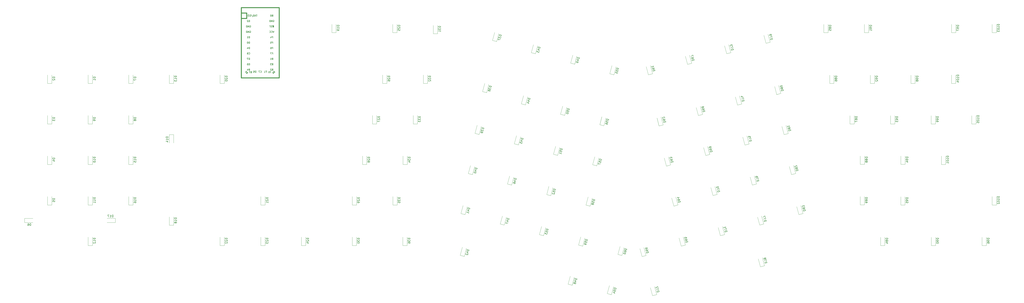
<source format=gbr>
%TF.GenerationSoftware,KiCad,Pcbnew,(5.1.10)-1*%
%TF.CreationDate,2021-06-19T21:53:37-07:00*%
%TF.ProjectId,HSC_Alice,4853435f-416c-4696-9365-2e6b69636164,rev?*%
%TF.SameCoordinates,Original*%
%TF.FileFunction,Legend,Bot*%
%TF.FilePolarity,Positive*%
%FSLAX46Y46*%
G04 Gerber Fmt 4.6, Leading zero omitted, Abs format (unit mm)*
G04 Created by KiCad (PCBNEW (5.1.10)-1) date 2021-06-19 21:53:37*
%MOMM*%
%LPD*%
G01*
G04 APERTURE LIST*
%ADD10C,0.120000*%
%ADD11C,0.381000*%
%ADD12C,0.150000*%
G04 APERTURE END LIST*
D10*
%TO.C,D37*%
X-437209890Y-70736647D02*
X-439141742Y-70219009D01*
X-439141742Y-70219009D02*
X-438132347Y-66451898D01*
X-437209890Y-70736647D02*
X-436200496Y-66969536D01*
%TO.C,D19*%
X-512524500Y-66575500D02*
X-514524500Y-66575500D01*
X-514524500Y-66575500D02*
X-514524500Y-62675500D01*
X-512524500Y-66575500D02*
X-512524500Y-62675500D01*
D11*
%TO.C,U2*%
X-554507400Y-57327800D02*
X-557047400Y-57327800D01*
X-539267400Y-54787800D02*
X-557047400Y-54787800D01*
X-557047400Y-54787800D02*
X-557047400Y-87807800D01*
X-557047400Y-87807800D02*
X-539267400Y-87807800D01*
X-539267400Y-87807800D02*
X-539267400Y-54787800D01*
D12*
G36*
X-542312765Y-63216830D02*
G01*
X-542312765Y-63316830D01*
X-541812765Y-63316830D01*
X-541812765Y-63216830D01*
X-542312765Y-63216830D01*
G37*
X-542312765Y-63216830D02*
X-542312765Y-63316830D01*
X-541812765Y-63316830D01*
X-541812765Y-63216830D01*
X-542312765Y-63216830D01*
G36*
X-542312765Y-63216830D02*
G01*
X-542312765Y-63516830D01*
X-542212765Y-63516830D01*
X-542212765Y-63216830D01*
X-542312765Y-63216830D01*
G37*
X-542312765Y-63216830D02*
X-542312765Y-63516830D01*
X-542212765Y-63516830D01*
X-542212765Y-63216830D01*
X-542312765Y-63216830D01*
G36*
X-542312765Y-63816830D02*
G01*
X-542312765Y-64016830D01*
X-542212765Y-64016830D01*
X-542212765Y-63816830D01*
X-542312765Y-63816830D01*
G37*
X-542312765Y-63816830D02*
X-542312765Y-64016830D01*
X-542212765Y-64016830D01*
X-542212765Y-63816830D01*
X-542312765Y-63816830D01*
G36*
X-541912765Y-63216830D02*
G01*
X-541912765Y-64016830D01*
X-541812765Y-64016830D01*
X-541812765Y-63216830D01*
X-541912765Y-63216830D01*
G37*
X-541912765Y-63216830D02*
X-541912765Y-64016830D01*
X-541812765Y-64016830D01*
X-541812765Y-63216830D01*
X-541912765Y-63216830D01*
G36*
X-542112765Y-63616830D02*
G01*
X-542112765Y-63716830D01*
X-542012765Y-63716830D01*
X-542012765Y-63616830D01*
X-542112765Y-63616830D01*
G37*
X-542112765Y-63616830D02*
X-542112765Y-63716830D01*
X-542012765Y-63716830D01*
X-542012765Y-63616830D01*
X-542112765Y-63616830D01*
D11*
X-554507400Y-57327800D02*
X-554507400Y-59867800D01*
X-554507400Y-59867800D02*
X-557047400Y-59867800D01*
D10*
%TO.C,D105*%
X-212245700Y-109463400D02*
X-214245700Y-109463400D01*
X-214245700Y-109463400D02*
X-214245700Y-105563400D01*
X-212245700Y-109463400D02*
X-212245700Y-105563400D01*
%TO.C,D104*%
X-221783400Y-90388000D02*
X-223783400Y-90388000D01*
X-223783400Y-90388000D02*
X-223783400Y-86488000D01*
X-221783400Y-90388000D02*
X-221783400Y-86488000D01*
%TO.C,D103*%
X-202708000Y-66575500D02*
X-204708000Y-66575500D01*
X-204708000Y-66575500D02*
X-204708000Y-62675500D01*
X-202708000Y-66575500D02*
X-202708000Y-62675500D01*
%TO.C,D102*%
X-202708000Y-147538000D02*
X-204708000Y-147538000D01*
X-204708000Y-147538000D02*
X-204708000Y-143638000D01*
X-202708000Y-147538000D02*
X-202708000Y-143638000D01*
%TO.C,D101*%
X-226532650Y-128488000D02*
X-228532650Y-128488000D01*
X-228532650Y-128488000D02*
X-228532650Y-124588000D01*
X-226532650Y-128488000D02*
X-226532650Y-124588000D01*
%TO.C,D99*%
X-231308400Y-109463400D02*
X-233308400Y-109463400D01*
X-233308400Y-109463400D02*
X-233308400Y-105563400D01*
X-231308400Y-109463400D02*
X-231308400Y-105563400D01*
%TO.C,D98*%
X-240833400Y-90413400D02*
X-242833400Y-90413400D01*
X-242833400Y-90413400D02*
X-242833400Y-86513400D01*
X-240833400Y-90413400D02*
X-240833400Y-86513400D01*
%TO.C,D97*%
X-221758000Y-66575500D02*
X-223758000Y-66575500D01*
X-223758000Y-66575500D02*
X-223758000Y-62675500D01*
X-221758000Y-66575500D02*
X-221758000Y-62675500D01*
%TO.C,D96*%
X-207455250Y-166613400D02*
X-209455250Y-166613400D01*
X-209455250Y-166613400D02*
X-209455250Y-162713400D01*
X-207455250Y-166613400D02*
X-207455250Y-162713400D01*
%TO.C,D95*%
X-245576850Y-147588800D02*
X-247576850Y-147588800D01*
X-247576850Y-147588800D02*
X-247576850Y-143688800D01*
X-245576850Y-147588800D02*
X-245576850Y-143688800D01*
%TO.C,D94*%
X-245557800Y-128462600D02*
X-247557800Y-128462600D01*
X-247557800Y-128462600D02*
X-247557800Y-124562600D01*
X-245557800Y-128462600D02*
X-245557800Y-124562600D01*
%TO.C,D93*%
X-250358400Y-109463400D02*
X-252358400Y-109463400D01*
X-252358400Y-109463400D02*
X-252358400Y-105563400D01*
X-250358400Y-109463400D02*
X-250358400Y-105563400D01*
%TO.C,D92*%
X-259883400Y-90413400D02*
X-261883400Y-90413400D01*
X-261883400Y-90413400D02*
X-261883400Y-86513400D01*
X-259883400Y-90413400D02*
X-259883400Y-86513400D01*
%TO.C,D91*%
X-262626600Y-66575500D02*
X-264626600Y-66575500D01*
X-264626600Y-66575500D02*
X-264626600Y-62675500D01*
X-262626600Y-66575500D02*
X-262626600Y-62675500D01*
%TO.C,D90*%
X-231255050Y-166613400D02*
X-233255050Y-166613400D01*
X-233255050Y-166613400D02*
X-233255050Y-162713400D01*
X-231255050Y-166613400D02*
X-231255050Y-162713400D01*
%TO.C,D89*%
X-264633200Y-147512600D02*
X-266633200Y-147512600D01*
X-266633200Y-147512600D02*
X-266633200Y-143612600D01*
X-264633200Y-147512600D02*
X-264633200Y-143612600D01*
%TO.C,D88*%
X-264607800Y-128462600D02*
X-266607800Y-128462600D01*
X-266607800Y-128462600D02*
X-266607800Y-124562600D01*
X-264607800Y-128462600D02*
X-264607800Y-124562600D01*
%TO.C,D87*%
X-269433800Y-109463400D02*
X-271433800Y-109463400D01*
X-271433800Y-109463400D02*
X-271433800Y-105563400D01*
X-269433800Y-109463400D02*
X-269433800Y-105563400D01*
%TO.C,D86*%
X-278933400Y-90413400D02*
X-280933400Y-90413400D01*
X-280933400Y-90413400D02*
X-280933400Y-86513400D01*
X-278933400Y-90413400D02*
X-278933400Y-86513400D01*
%TO.C,D85*%
X-281676600Y-66575500D02*
X-283676600Y-66575500D01*
X-283676600Y-66575500D02*
X-283676600Y-62675500D01*
X-281676600Y-66575500D02*
X-281676600Y-62675500D01*
%TO.C,D84*%
X-255051050Y-166613400D02*
X-257051050Y-166613400D01*
X-257051050Y-166613400D02*
X-257051050Y-162713400D01*
X-255051050Y-166613400D02*
X-255051050Y-162713400D01*
%TO.C,D83*%
X-293468086Y-151564765D02*
X-295399938Y-152082403D01*
X-295399938Y-152082403D02*
X-296409332Y-148315292D01*
X-293468086Y-151564765D02*
X-294477481Y-147797654D01*
%TO.C,D82*%
X-296927516Y-132739059D02*
X-298859368Y-133256697D01*
X-298859368Y-133256697D02*
X-299868762Y-129489586D01*
X-296927516Y-132739059D02*
X-297936911Y-128971948D01*
%TO.C,D81*%
X-300381916Y-113943059D02*
X-302313768Y-114460697D01*
X-302313768Y-114460697D02*
X-303323162Y-110693586D01*
X-300381916Y-113943059D02*
X-301391311Y-110175948D01*
%TO.C,D80*%
X-303836316Y-95121659D02*
X-304845711Y-91354548D01*
X-305768168Y-95639297D02*
X-306777562Y-91872186D01*
X-303836316Y-95121659D02*
X-305768168Y-95639297D01*
%TO.C,D79*%
X-308895966Y-71044859D02*
X-310827818Y-71562497D01*
X-310827818Y-71562497D02*
X-311837212Y-67795386D01*
X-308895966Y-71044859D02*
X-309905361Y-67277748D01*
%TO.C,D78*%
X-311529312Y-176110073D02*
X-313461164Y-176627711D01*
X-313461164Y-176627711D02*
X-314470558Y-172860600D01*
X-311529312Y-176110073D02*
X-312538707Y-172342962D01*
%TO.C,D77*%
X-311868972Y-156495267D02*
X-313800824Y-157012905D01*
X-313800824Y-157012905D02*
X-314810218Y-153245794D01*
X-311868972Y-156495267D02*
X-312878367Y-152728156D01*
%TO.C,D76*%
X-315328402Y-137669561D02*
X-317260254Y-138187199D01*
X-317260254Y-138187199D02*
X-318269648Y-134420088D01*
X-315328402Y-137669561D02*
X-316337797Y-133902450D01*
%TO.C,D75*%
X-318782802Y-118873561D02*
X-320714654Y-119391199D01*
X-320714654Y-119391199D02*
X-321724048Y-115624088D01*
X-318782802Y-118873561D02*
X-319792197Y-115106450D01*
%TO.C,D74*%
X-322237202Y-100052161D02*
X-324169054Y-100569799D01*
X-324169054Y-100569799D02*
X-325178448Y-96802688D01*
X-322237202Y-100052161D02*
X-323246597Y-96285050D01*
%TO.C,D73*%
X-327296852Y-75975361D02*
X-329228704Y-76492999D01*
X-329228704Y-76492999D02*
X-330238098Y-72725888D01*
X-327296852Y-75975361D02*
X-328306247Y-72208250D01*
%TO.C,D72*%
X-362131750Y-189668955D02*
X-364063602Y-190186593D01*
X-364063602Y-190186593D02*
X-365072996Y-186419482D01*
X-362131750Y-189668955D02*
X-363141145Y-185901844D01*
%TO.C,D71*%
X-330269858Y-161425769D02*
X-332201710Y-161943407D01*
X-332201710Y-161943407D02*
X-333211104Y-158176296D01*
X-330269858Y-161425769D02*
X-331279253Y-157658658D01*
%TO.C,D70*%
X-333729288Y-142600063D02*
X-335661140Y-143117701D01*
X-335661140Y-143117701D02*
X-336670534Y-139350590D01*
X-333729288Y-142600063D02*
X-334738683Y-138832952D01*
%TO.C,D69*%
X-337183688Y-123804063D02*
X-339115540Y-124321701D01*
X-339115540Y-124321701D02*
X-340124934Y-120554590D01*
X-337183688Y-123804063D02*
X-338193083Y-120036952D01*
%TO.C,D68*%
X-340638088Y-104982663D02*
X-342569940Y-105500301D01*
X-342569940Y-105500301D02*
X-343579334Y-101733190D01*
X-340638088Y-104982663D02*
X-341647483Y-101215552D01*
%TO.C,D67*%
X-345697738Y-80905863D02*
X-347629590Y-81423501D01*
X-347629590Y-81423501D02*
X-348638984Y-77656390D01*
X-345697738Y-80905863D02*
X-346707133Y-77138752D01*
%TO.C,D66*%
X-367071630Y-171286773D02*
X-369003482Y-171804411D01*
X-369003482Y-171804411D02*
X-370012876Y-168037300D01*
X-367071630Y-171286773D02*
X-368081025Y-167519662D01*
%TO.C,D65*%
X-348670744Y-166356271D02*
X-350602596Y-166873909D01*
X-350602596Y-166873909D02*
X-351611990Y-163106798D01*
X-348670744Y-166356271D02*
X-349680139Y-162589160D01*
%TO.C,D64*%
X-352130174Y-147530565D02*
X-353139569Y-143763454D01*
X-354062026Y-148048203D02*
X-355071420Y-144281092D01*
X-352130174Y-147530565D02*
X-354062026Y-148048203D01*
%TO.C,D63*%
X-355584574Y-128734565D02*
X-357516426Y-129252203D01*
X-357516426Y-129252203D02*
X-358525820Y-125485092D01*
X-355584574Y-128734565D02*
X-356593969Y-124967454D01*
%TO.C,D62*%
X-359038974Y-109913165D02*
X-360970826Y-110430803D01*
X-360970826Y-110430803D02*
X-361980220Y-106663692D01*
X-359038974Y-109913165D02*
X-360048369Y-106146054D01*
%TO.C,D61*%
X-364098624Y-85836365D02*
X-366030476Y-86354003D01*
X-366030476Y-86354003D02*
X-367039870Y-82586892D01*
X-364098624Y-85836365D02*
X-365108019Y-82069254D01*
%TO.C,D60*%
X-378410430Y-171304411D02*
X-380342282Y-170786773D01*
X-380342282Y-170786773D02*
X-379332887Y-167019662D01*
X-378410430Y-171304411D02*
X-377401036Y-167537300D01*
%TO.C,D59*%
X-396811316Y-166873909D02*
X-398743168Y-166356271D01*
X-398743168Y-166356271D02*
X-397733773Y-162589160D01*
X-396811316Y-166873909D02*
X-395801922Y-163106798D01*
%TO.C,D58*%
X-393382316Y-148077909D02*
X-392372922Y-144310798D01*
X-395314168Y-147560271D02*
X-394304773Y-143793160D01*
X-393382316Y-148077909D02*
X-395314168Y-147560271D01*
%TO.C,D57*%
X-390194079Y-129154909D02*
X-392125931Y-128637271D01*
X-392125931Y-128637271D02*
X-391116536Y-124870160D01*
X-390194079Y-129154909D02*
X-389184685Y-125387798D01*
%TO.C,D56*%
X-386886082Y-110341906D02*
X-388817934Y-109824268D01*
X-388817934Y-109824268D02*
X-387808539Y-106057157D01*
X-386886082Y-110341906D02*
X-385876688Y-106574795D01*
%TO.C,D55*%
X-382187082Y-86339406D02*
X-384118934Y-85821768D01*
X-384118934Y-85821768D02*
X-383109539Y-82054657D01*
X-382187082Y-86339406D02*
X-381177688Y-82572295D01*
%TO.C,D54*%
X-383340932Y-189705297D02*
X-385272784Y-189187659D01*
X-385272784Y-189187659D02*
X-384263389Y-185420548D01*
X-383340932Y-189705297D02*
X-382331538Y-185938186D01*
%TO.C,D53*%
X-415212202Y-161943407D02*
X-417144054Y-161425769D01*
X-417144054Y-161425769D02*
X-416134659Y-157658658D01*
X-415212202Y-161943407D02*
X-414202808Y-158176296D01*
%TO.C,D52*%
X-411783202Y-143147407D02*
X-413715054Y-142629769D01*
X-413715054Y-142629769D02*
X-412705659Y-138862658D01*
X-411783202Y-143147407D02*
X-410773808Y-139380296D01*
%TO.C,D51*%
X-408594965Y-124224407D02*
X-410526817Y-123706769D01*
X-410526817Y-123706769D02*
X-409517422Y-119939658D01*
X-408594965Y-124224407D02*
X-407585571Y-120457296D01*
%TO.C,D50*%
X-405286968Y-105411404D02*
X-407218820Y-104893766D01*
X-407218820Y-104893766D02*
X-406209425Y-101126655D01*
X-405286968Y-105411404D02*
X-404277574Y-101644293D01*
%TO.C,D49*%
X-400587968Y-81408904D02*
X-402519820Y-80891266D01*
X-402519820Y-80891266D02*
X-401510425Y-77124155D01*
X-400587968Y-81408904D02*
X-399578574Y-77641793D01*
%TO.C,D48*%
X-401771798Y-185276393D02*
X-403703650Y-184758755D01*
X-403703650Y-184758755D02*
X-402694255Y-180991644D01*
X-401771798Y-185276393D02*
X-400762404Y-181509282D01*
%TO.C,D47*%
X-433613088Y-157012905D02*
X-435544940Y-156495267D01*
X-435544940Y-156495267D02*
X-434535545Y-152728156D01*
X-433613088Y-157012905D02*
X-432603694Y-153245794D01*
%TO.C,D46*%
X-430184088Y-138216905D02*
X-432115940Y-137699267D01*
X-432115940Y-137699267D02*
X-431106545Y-133932156D01*
X-430184088Y-138216905D02*
X-429174694Y-134449794D01*
%TO.C,D45*%
X-426995851Y-119293905D02*
X-428927703Y-118776267D01*
X-428927703Y-118776267D02*
X-427918308Y-115009156D01*
X-426995851Y-119293905D02*
X-425986457Y-115526794D01*
%TO.C,D44*%
X-423687854Y-100480902D02*
X-425619706Y-99963264D01*
X-425619706Y-99963264D02*
X-424610311Y-96196153D01*
X-423687854Y-100480902D02*
X-422678460Y-96713791D01*
%TO.C,D43*%
X-418988854Y-76478402D02*
X-417979460Y-72711291D01*
X-420920706Y-75960764D02*
X-419911311Y-72193653D01*
X-418988854Y-76478402D02*
X-420920706Y-75960764D01*
%TO.C,D42*%
X-452402463Y-171697916D02*
X-454334315Y-171180278D01*
X-454334315Y-171180278D02*
X-453324920Y-167413167D01*
X-452402463Y-171697916D02*
X-451393069Y-167930805D01*
%TO.C,D41*%
X-452013974Y-152082403D02*
X-453945826Y-151564765D01*
X-453945826Y-151564765D02*
X-452936431Y-147797654D01*
X-452013974Y-152082403D02*
X-451004580Y-148315292D01*
%TO.C,D40*%
X-448584974Y-133286403D02*
X-450516826Y-132768765D01*
X-450516826Y-132768765D02*
X-449507431Y-129001654D01*
X-448584974Y-133286403D02*
X-447575580Y-129519292D01*
%TO.C,D39*%
X-445396737Y-114363403D02*
X-447328589Y-113845765D01*
X-447328589Y-113845765D02*
X-446319194Y-110078654D01*
X-445396737Y-114363403D02*
X-444387343Y-110596292D01*
%TO.C,D38*%
X-441908890Y-94739147D02*
X-443840742Y-94221509D01*
X-443840742Y-94221509D02*
X-442831347Y-90454398D01*
X-441908890Y-94739147D02*
X-440899496Y-90972036D01*
%TO.C,D36*%
X-479218750Y-166588000D02*
X-481218750Y-166588000D01*
X-481218750Y-166588000D02*
X-481218750Y-162688000D01*
X-479218750Y-166588000D02*
X-479218750Y-162688000D01*
%TO.C,D35*%
X-483886000Y-147538000D02*
X-485886000Y-147538000D01*
X-485886000Y-147538000D02*
X-485886000Y-143638000D01*
X-483886000Y-147538000D02*
X-483886000Y-143638000D01*
%TO.C,D34*%
X-479123500Y-128488000D02*
X-481123500Y-128488000D01*
X-481123500Y-128488000D02*
X-481123500Y-124588000D01*
X-479123500Y-128488000D02*
X-479123500Y-124588000D01*
%TO.C,D33*%
X-474361000Y-109438000D02*
X-476361000Y-109438000D01*
X-476361000Y-109438000D02*
X-476361000Y-105538000D01*
X-474361000Y-109438000D02*
X-474361000Y-105538000D01*
%TO.C,D32*%
X-469598500Y-90388000D02*
X-471598500Y-90388000D01*
X-471598500Y-90388000D02*
X-471598500Y-86488000D01*
X-469598500Y-90388000D02*
X-469598500Y-86488000D01*
%TO.C,D31*%
X-464899500Y-67075500D02*
X-466899500Y-67075500D01*
X-466899500Y-67075500D02*
X-466899500Y-63175500D01*
X-464899500Y-67075500D02*
X-464899500Y-63175500D01*
%TO.C,D30*%
X-502967750Y-166588000D02*
X-504967750Y-166588000D01*
X-504967750Y-166588000D02*
X-504967750Y-162688000D01*
X-502967750Y-166588000D02*
X-502967750Y-162688000D01*
%TO.C,D29*%
X-502936000Y-147538000D02*
X-504936000Y-147538000D01*
X-504936000Y-147538000D02*
X-504936000Y-143638000D01*
X-502936000Y-147538000D02*
X-502936000Y-143638000D01*
%TO.C,D28*%
X-498141750Y-128488000D02*
X-500141750Y-128488000D01*
X-500141750Y-128488000D02*
X-500141750Y-124588000D01*
X-498141750Y-128488000D02*
X-498141750Y-124588000D01*
%TO.C,D27*%
X-493474500Y-109438000D02*
X-493474500Y-105538000D01*
X-495474500Y-109438000D02*
X-495474500Y-105538000D01*
X-493474500Y-109438000D02*
X-495474500Y-109438000D01*
%TO.C,D26*%
X-488712000Y-90388000D02*
X-490712000Y-90388000D01*
X-490712000Y-90388000D02*
X-490712000Y-86488000D01*
X-488712000Y-90388000D02*
X-488712000Y-86488000D01*
%TO.C,D25*%
X-483949500Y-66575500D02*
X-485949500Y-66575500D01*
X-485949500Y-66575500D02*
X-485949500Y-62675500D01*
X-483949500Y-66575500D02*
X-483949500Y-62675500D01*
%TO.C,D24*%
X-526812000Y-166588000D02*
X-528812000Y-166588000D01*
X-528812000Y-166588000D02*
X-528812000Y-162688000D01*
X-526812000Y-166588000D02*
X-526812000Y-162688000D01*
%TO.C,D23*%
X-545862000Y-166588000D02*
X-547862000Y-166588000D01*
X-547862000Y-166588000D02*
X-547862000Y-162688000D01*
X-545862000Y-166588000D02*
X-545862000Y-162688000D01*
%TO.C,D22*%
X-564975500Y-166588000D02*
X-566975500Y-166588000D01*
X-566975500Y-166588000D02*
X-566975500Y-162688000D01*
X-564975500Y-166588000D02*
X-564975500Y-162688000D01*
%TO.C,D21*%
X-545862000Y-147538000D02*
X-547862000Y-147538000D01*
X-547862000Y-147538000D02*
X-547862000Y-143638000D01*
X-545862000Y-147538000D02*
X-545862000Y-143638000D01*
%TO.C,D20*%
X-564975500Y-90388000D02*
X-566975500Y-90388000D01*
X-566975500Y-90388000D02*
X-566975500Y-86488000D01*
X-564975500Y-90388000D02*
X-564975500Y-86488000D01*
%TO.C,D18*%
X-588788000Y-157063000D02*
X-590788000Y-157063000D01*
X-590788000Y-157063000D02*
X-590788000Y-153163000D01*
X-588788000Y-157063000D02*
X-588788000Y-153163000D01*
%TO.C,D17*%
X-616113000Y-153813000D02*
X-616113000Y-155813000D01*
X-616113000Y-155813000D02*
X-620013000Y-155813000D01*
X-616113000Y-153813000D02*
X-620013000Y-153813000D01*
%TO.C,D16*%
X-607838000Y-147538000D02*
X-609838000Y-147538000D01*
X-609838000Y-147538000D02*
X-609838000Y-143638000D01*
X-607838000Y-147538000D02*
X-607838000Y-143638000D01*
%TO.C,D15*%
X-607838000Y-128488000D02*
X-609838000Y-128488000D01*
X-609838000Y-128488000D02*
X-609838000Y-124588000D01*
X-607838000Y-128488000D02*
X-607838000Y-124588000D01*
%TO.C,D14*%
X-590788000Y-114463000D02*
X-588788000Y-114463000D01*
X-588788000Y-114463000D02*
X-588788000Y-118363000D01*
X-590788000Y-114463000D02*
X-590788000Y-118363000D01*
%TO.C,D13*%
X-588788000Y-90388000D02*
X-590788000Y-90388000D01*
X-590788000Y-90388000D02*
X-590788000Y-86488000D01*
X-588788000Y-90388000D02*
X-588788000Y-86488000D01*
%TO.C,D12*%
X-626888000Y-166588000D02*
X-628888000Y-166588000D01*
X-628888000Y-166588000D02*
X-628888000Y-162688000D01*
X-626888000Y-166588000D02*
X-626888000Y-162688000D01*
%TO.C,D11*%
X-626888000Y-147538000D02*
X-628888000Y-147538000D01*
X-628888000Y-147538000D02*
X-628888000Y-143638000D01*
X-626888000Y-147538000D02*
X-626888000Y-143638000D01*
%TO.C,D10*%
X-626888000Y-128488000D02*
X-628888000Y-128488000D01*
X-628888000Y-128488000D02*
X-628888000Y-124588000D01*
X-626888000Y-128488000D02*
X-626888000Y-124588000D01*
%TO.C,D9*%
X-626888000Y-109438000D02*
X-628888000Y-109438000D01*
X-628888000Y-109438000D02*
X-628888000Y-105538000D01*
X-626888000Y-109438000D02*
X-626888000Y-105538000D01*
%TO.C,D8*%
X-607838000Y-109438000D02*
X-609838000Y-109438000D01*
X-609838000Y-109438000D02*
X-609838000Y-105538000D01*
X-607838000Y-109438000D02*
X-607838000Y-105538000D01*
%TO.C,D7*%
X-607838000Y-90388000D02*
X-609838000Y-90388000D01*
X-609838000Y-90388000D02*
X-609838000Y-86488000D01*
X-607838000Y-90388000D02*
X-607838000Y-86488000D01*
%TO.C,D6*%
X-658713000Y-155813000D02*
X-658713000Y-153813000D01*
X-658713000Y-153813000D02*
X-654813000Y-153813000D01*
X-658713000Y-155813000D02*
X-654813000Y-155813000D01*
%TO.C,D5*%
X-645938000Y-147538000D02*
X-647938000Y-147538000D01*
X-647938000Y-147538000D02*
X-647938000Y-143638000D01*
X-645938000Y-147538000D02*
X-645938000Y-143638000D01*
%TO.C,D4*%
X-645938000Y-128488000D02*
X-647938000Y-128488000D01*
X-647938000Y-128488000D02*
X-647938000Y-124588000D01*
X-645938000Y-128488000D02*
X-645938000Y-124588000D01*
%TO.C,D3*%
X-645938000Y-109438000D02*
X-647938000Y-109438000D01*
X-647938000Y-109438000D02*
X-647938000Y-105538000D01*
X-645938000Y-109438000D02*
X-645938000Y-105538000D01*
%TO.C,D2*%
X-645938000Y-90388000D02*
X-647938000Y-90388000D01*
X-647938000Y-90388000D02*
X-647938000Y-86488000D01*
X-645938000Y-90388000D02*
X-645938000Y-86488000D01*
%TO.C,D1*%
X-626888000Y-90388000D02*
X-628888000Y-90388000D01*
X-628888000Y-90388000D02*
X-628888000Y-86488000D01*
X-626888000Y-90388000D02*
X-626888000Y-86488000D01*
%TO.C,D37*%
D12*
X-434910374Y-67766307D02*
X-435876300Y-67507488D01*
X-435937923Y-67737471D01*
X-435928901Y-67887785D01*
X-435861557Y-68004427D01*
X-435781889Y-68075073D01*
X-435610228Y-68170368D01*
X-435472239Y-68207343D01*
X-435275928Y-68210645D01*
X-435171610Y-68189298D01*
X-435054968Y-68121954D01*
X-434971997Y-67996290D01*
X-434910374Y-67766307D01*
X-436110469Y-68381421D02*
X-436270691Y-68979375D01*
X-435816446Y-68755998D01*
X-435853420Y-68893987D01*
X-435832073Y-68998305D01*
X-435798401Y-69056626D01*
X-435718733Y-69127272D01*
X-435488751Y-69188895D01*
X-435384433Y-69167548D01*
X-435326112Y-69133877D01*
X-435255466Y-69054208D01*
X-435181518Y-68778230D01*
X-435202865Y-68673912D01*
X-435236536Y-68615591D01*
X-436356964Y-69301351D02*
X-436529510Y-69945301D01*
X-435452661Y-69790152D01*
%TO.C,D19*%
X-511072119Y-63111214D02*
X-512072119Y-63111214D01*
X-512072119Y-63349309D01*
X-512024500Y-63492166D01*
X-511929261Y-63587404D01*
X-511834023Y-63635023D01*
X-511643547Y-63682642D01*
X-511500690Y-63682642D01*
X-511310214Y-63635023D01*
X-511214976Y-63587404D01*
X-511119738Y-63492166D01*
X-511072119Y-63349309D01*
X-511072119Y-63111214D01*
X-511072119Y-64635023D02*
X-511072119Y-64063595D01*
X-511072119Y-64349309D02*
X-512072119Y-64349309D01*
X-511929261Y-64254071D01*
X-511834023Y-64158833D01*
X-511786404Y-64063595D01*
X-511072119Y-65111214D02*
X-511072119Y-65301690D01*
X-511119738Y-65396928D01*
X-511167357Y-65444547D01*
X-511310214Y-65539785D01*
X-511500690Y-65587404D01*
X-511881642Y-65587404D01*
X-511976880Y-65539785D01*
X-512024500Y-65492166D01*
X-512072119Y-65396928D01*
X-512072119Y-65206452D01*
X-512024500Y-65111214D01*
X-511976880Y-65063595D01*
X-511881642Y-65015976D01*
X-511643547Y-65015976D01*
X-511548309Y-65063595D01*
X-511500690Y-65111214D01*
X-511453071Y-65206452D01*
X-511453071Y-65396928D01*
X-511500690Y-65492166D01*
X-511548309Y-65539785D01*
X-511643547Y-65587404D01*
%TO.C,U2*%
X-553027923Y-61499704D02*
X-553027923Y-60699704D01*
X-553218400Y-60699704D01*
X-553332685Y-60737800D01*
X-553408876Y-60813990D01*
X-553446971Y-60890180D01*
X-553485066Y-61042561D01*
X-553485066Y-61156847D01*
X-553446971Y-61309228D01*
X-553408876Y-61385419D01*
X-553332685Y-61461609D01*
X-553218400Y-61499704D01*
X-553027923Y-61499704D01*
X-553789828Y-60775895D02*
X-553827923Y-60737800D01*
X-553904114Y-60699704D01*
X-554094590Y-60699704D01*
X-554170780Y-60737800D01*
X-554208876Y-60775895D01*
X-554246971Y-60852085D01*
X-554246971Y-60928276D01*
X-554208876Y-61042561D01*
X-553751733Y-61499704D01*
X-554246971Y-61499704D01*
X-553027923Y-71659704D02*
X-553027923Y-70859704D01*
X-553218400Y-70859704D01*
X-553332685Y-70897800D01*
X-553408876Y-70973990D01*
X-553446971Y-71050180D01*
X-553485066Y-71202561D01*
X-553485066Y-71316847D01*
X-553446971Y-71469228D01*
X-553408876Y-71545419D01*
X-553332685Y-71621609D01*
X-553218400Y-71659704D01*
X-553027923Y-71659704D01*
X-553980304Y-70859704D02*
X-554056495Y-70859704D01*
X-554132685Y-70897800D01*
X-554170780Y-70935895D01*
X-554208876Y-71012085D01*
X-554246971Y-71164466D01*
X-554246971Y-71354942D01*
X-554208876Y-71507323D01*
X-554170780Y-71583514D01*
X-554132685Y-71621609D01*
X-554056495Y-71659704D01*
X-553980304Y-71659704D01*
X-553904114Y-71621609D01*
X-553866019Y-71583514D01*
X-553827923Y-71507323D01*
X-553789828Y-71354942D01*
X-553789828Y-71164466D01*
X-553827923Y-71012085D01*
X-553866019Y-70935895D01*
X-553904114Y-70897800D01*
X-553980304Y-70859704D01*
X-553027923Y-69119704D02*
X-553027923Y-68319704D01*
X-553218400Y-68319704D01*
X-553332685Y-68357800D01*
X-553408876Y-68433990D01*
X-553446971Y-68510180D01*
X-553485066Y-68662561D01*
X-553485066Y-68776847D01*
X-553446971Y-68929228D01*
X-553408876Y-69005419D01*
X-553332685Y-69081609D01*
X-553218400Y-69119704D01*
X-553027923Y-69119704D01*
X-554246971Y-69119704D02*
X-553789828Y-69119704D01*
X-554018400Y-69119704D02*
X-554018400Y-68319704D01*
X-553942209Y-68433990D01*
X-553866019Y-68510180D01*
X-553789828Y-68548276D01*
X-553008876Y-65817800D02*
X-552932685Y-65779704D01*
X-552818400Y-65779704D01*
X-552704114Y-65817800D01*
X-552627923Y-65893990D01*
X-552589828Y-65970180D01*
X-552551733Y-66122561D01*
X-552551733Y-66236847D01*
X-552589828Y-66389228D01*
X-552627923Y-66465419D01*
X-552704114Y-66541609D01*
X-552818400Y-66579704D01*
X-552894590Y-66579704D01*
X-553008876Y-66541609D01*
X-553046971Y-66503514D01*
X-553046971Y-66236847D01*
X-552894590Y-66236847D01*
X-553389828Y-66579704D02*
X-553389828Y-65779704D01*
X-553846971Y-66579704D01*
X-553846971Y-65779704D01*
X-554227923Y-66579704D02*
X-554227923Y-65779704D01*
X-554418400Y-65779704D01*
X-554532685Y-65817800D01*
X-554608876Y-65893990D01*
X-554646971Y-65970180D01*
X-554685066Y-66122561D01*
X-554685066Y-66236847D01*
X-554646971Y-66389228D01*
X-554608876Y-66465419D01*
X-554532685Y-66541609D01*
X-554418400Y-66579704D01*
X-554227923Y-66579704D01*
X-553008876Y-63277800D02*
X-552932685Y-63239704D01*
X-552818400Y-63239704D01*
X-552704114Y-63277800D01*
X-552627923Y-63353990D01*
X-552589828Y-63430180D01*
X-552551733Y-63582561D01*
X-552551733Y-63696847D01*
X-552589828Y-63849228D01*
X-552627923Y-63925419D01*
X-552704114Y-64001609D01*
X-552818400Y-64039704D01*
X-552894590Y-64039704D01*
X-553008876Y-64001609D01*
X-553046971Y-63963514D01*
X-553046971Y-63696847D01*
X-552894590Y-63696847D01*
X-553389828Y-64039704D02*
X-553389828Y-63239704D01*
X-553846971Y-64039704D01*
X-553846971Y-63239704D01*
X-554227923Y-64039704D02*
X-554227923Y-63239704D01*
X-554418400Y-63239704D01*
X-554532685Y-63277800D01*
X-554608876Y-63353990D01*
X-554646971Y-63430180D01*
X-554685066Y-63582561D01*
X-554685066Y-63696847D01*
X-554646971Y-63849228D01*
X-554608876Y-63925419D01*
X-554532685Y-64001609D01*
X-554418400Y-64039704D01*
X-554227923Y-64039704D01*
X-553027923Y-74199704D02*
X-553027923Y-73399704D01*
X-553218400Y-73399704D01*
X-553332685Y-73437800D01*
X-553408876Y-73513990D01*
X-553446971Y-73590180D01*
X-553485066Y-73742561D01*
X-553485066Y-73856847D01*
X-553446971Y-74009228D01*
X-553408876Y-74085419D01*
X-553332685Y-74161609D01*
X-553218400Y-74199704D01*
X-553027923Y-74199704D01*
X-554170780Y-73666371D02*
X-554170780Y-74199704D01*
X-553980304Y-73361609D02*
X-553789828Y-73933038D01*
X-554285066Y-73933038D01*
X-553485066Y-76663514D02*
X-553446971Y-76701609D01*
X-553332685Y-76739704D01*
X-553256495Y-76739704D01*
X-553142209Y-76701609D01*
X-553066019Y-76625419D01*
X-553027923Y-76549228D01*
X-552989828Y-76396847D01*
X-552989828Y-76282561D01*
X-553027923Y-76130180D01*
X-553066019Y-76053990D01*
X-553142209Y-75977800D01*
X-553256495Y-75939704D01*
X-553332685Y-75939704D01*
X-553446971Y-75977800D01*
X-553485066Y-76015895D01*
X-554170780Y-75939704D02*
X-554018400Y-75939704D01*
X-553942209Y-75977800D01*
X-553904114Y-76015895D01*
X-553827923Y-76130180D01*
X-553789828Y-76282561D01*
X-553789828Y-76587323D01*
X-553827923Y-76663514D01*
X-553866019Y-76701609D01*
X-553942209Y-76739704D01*
X-554094590Y-76739704D01*
X-554170780Y-76701609D01*
X-554208876Y-76663514D01*
X-554246971Y-76587323D01*
X-554246971Y-76396847D01*
X-554208876Y-76320657D01*
X-554170780Y-76282561D01*
X-554094590Y-76244466D01*
X-553942209Y-76244466D01*
X-553866019Y-76282561D01*
X-553827923Y-76320657D01*
X-553789828Y-76396847D01*
X-553027923Y-79279704D02*
X-553027923Y-78479704D01*
X-553218400Y-78479704D01*
X-553332685Y-78517800D01*
X-553408876Y-78593990D01*
X-553446971Y-78670180D01*
X-553485066Y-78822561D01*
X-553485066Y-78936847D01*
X-553446971Y-79089228D01*
X-553408876Y-79165419D01*
X-553332685Y-79241609D01*
X-553218400Y-79279704D01*
X-553027923Y-79279704D01*
X-553751733Y-78479704D02*
X-554285066Y-78479704D01*
X-553942209Y-79279704D01*
X-553066019Y-81400657D02*
X-553332685Y-81400657D01*
X-553446971Y-81819704D02*
X-553066019Y-81819704D01*
X-553066019Y-81019704D01*
X-553446971Y-81019704D01*
X-554132685Y-81019704D02*
X-553980304Y-81019704D01*
X-553904114Y-81057800D01*
X-553866019Y-81095895D01*
X-553789828Y-81210180D01*
X-553751733Y-81362561D01*
X-553751733Y-81667323D01*
X-553789828Y-81743514D01*
X-553827923Y-81781609D01*
X-553904114Y-81819704D01*
X-554056495Y-81819704D01*
X-554132685Y-81781609D01*
X-554170780Y-81743514D01*
X-554208876Y-81667323D01*
X-554208876Y-81476847D01*
X-554170780Y-81400657D01*
X-554132685Y-81362561D01*
X-554056495Y-81324466D01*
X-553904114Y-81324466D01*
X-553827923Y-81362561D01*
X-553789828Y-81400657D01*
X-553751733Y-81476847D01*
X-553294590Y-83940657D02*
X-553408876Y-83978752D01*
X-553446971Y-84016847D01*
X-553485066Y-84093038D01*
X-553485066Y-84207323D01*
X-553446971Y-84283514D01*
X-553408876Y-84321609D01*
X-553332685Y-84359704D01*
X-553027923Y-84359704D01*
X-553027923Y-83559704D01*
X-553294590Y-83559704D01*
X-553370780Y-83597800D01*
X-553408876Y-83635895D01*
X-553446971Y-83712085D01*
X-553446971Y-83788276D01*
X-553408876Y-83864466D01*
X-553370780Y-83902561D01*
X-553294590Y-83940657D01*
X-553027923Y-83940657D01*
X-554170780Y-83826371D02*
X-554170780Y-84359704D01*
X-553980304Y-83521609D02*
X-553789828Y-84093038D01*
X-554285066Y-84093038D01*
X-554321697Y-85432791D02*
X-554415978Y-85385651D01*
X-554463119Y-85385651D01*
X-554533829Y-85409221D01*
X-554604540Y-85479932D01*
X-554628110Y-85550642D01*
X-554628110Y-85597783D01*
X-554604540Y-85668493D01*
X-554415978Y-85857055D01*
X-553921003Y-85362080D01*
X-554085995Y-85197089D01*
X-554156706Y-85173519D01*
X-554203846Y-85173519D01*
X-554274557Y-85197089D01*
X-554321697Y-85244229D01*
X-554345267Y-85314940D01*
X-554345267Y-85362080D01*
X-554321697Y-85432791D01*
X-554156706Y-85597783D01*
X-554651680Y-84631403D02*
X-554415978Y-84867106D01*
X-554628110Y-85126378D01*
X-554628110Y-85079238D01*
X-554651680Y-85008527D01*
X-554769532Y-84890676D01*
X-554840242Y-84867106D01*
X-554887383Y-84867106D01*
X-554958093Y-84890676D01*
X-555075944Y-85008527D01*
X-555099515Y-85079238D01*
X-555099515Y-85126378D01*
X-555075944Y-85197089D01*
X-554958093Y-85314940D01*
X-554887383Y-85338510D01*
X-554840242Y-85338510D01*
X-542372590Y-81400657D02*
X-542486876Y-81438752D01*
X-542524971Y-81476847D01*
X-542563066Y-81553038D01*
X-542563066Y-81667323D01*
X-542524971Y-81743514D01*
X-542486876Y-81781609D01*
X-542410685Y-81819704D01*
X-542105923Y-81819704D01*
X-542105923Y-81019704D01*
X-542372590Y-81019704D01*
X-542448780Y-81057800D01*
X-542486876Y-81095895D01*
X-542524971Y-81172085D01*
X-542524971Y-81248276D01*
X-542486876Y-81324466D01*
X-542448780Y-81362561D01*
X-542372590Y-81400657D01*
X-542105923Y-81400657D01*
X-542829733Y-81019704D02*
X-543324971Y-81019704D01*
X-543058304Y-81324466D01*
X-543172590Y-81324466D01*
X-543248780Y-81362561D01*
X-543286876Y-81400657D01*
X-543324971Y-81476847D01*
X-543324971Y-81667323D01*
X-543286876Y-81743514D01*
X-543248780Y-81781609D01*
X-543172590Y-81819704D01*
X-542944019Y-81819704D01*
X-542867828Y-81781609D01*
X-542829733Y-81743514D01*
X-542372590Y-78860657D02*
X-542486876Y-78898752D01*
X-542524971Y-78936847D01*
X-542563066Y-79013038D01*
X-542563066Y-79127323D01*
X-542524971Y-79203514D01*
X-542486876Y-79241609D01*
X-542410685Y-79279704D01*
X-542105923Y-79279704D01*
X-542105923Y-78479704D01*
X-542372590Y-78479704D01*
X-542448780Y-78517800D01*
X-542486876Y-78555895D01*
X-542524971Y-78632085D01*
X-542524971Y-78708276D01*
X-542486876Y-78784466D01*
X-542448780Y-78822561D01*
X-542372590Y-78860657D01*
X-542105923Y-78860657D01*
X-543324971Y-79279704D02*
X-542867828Y-79279704D01*
X-543096400Y-79279704D02*
X-543096400Y-78479704D01*
X-543020209Y-78593990D01*
X-542944019Y-78670180D01*
X-542867828Y-78708276D01*
X-542429733Y-68700657D02*
X-542163066Y-68700657D01*
X-542163066Y-69119704D02*
X-542163066Y-68319704D01*
X-542544019Y-68319704D01*
X-543191638Y-68586371D02*
X-543191638Y-69119704D01*
X-543001161Y-68281609D02*
X-542810685Y-68853038D01*
X-543305923Y-68853038D01*
X-541629733Y-65779704D02*
X-541896400Y-66579704D01*
X-542163066Y-65779704D01*
X-542886876Y-66503514D02*
X-542848780Y-66541609D01*
X-542734495Y-66579704D01*
X-542658304Y-66579704D01*
X-542544019Y-66541609D01*
X-542467828Y-66465419D01*
X-542429733Y-66389228D01*
X-542391638Y-66236847D01*
X-542391638Y-66122561D01*
X-542429733Y-65970180D01*
X-542467828Y-65893990D01*
X-542544019Y-65817800D01*
X-542658304Y-65779704D01*
X-542734495Y-65779704D01*
X-542848780Y-65817800D01*
X-542886876Y-65855895D01*
X-543686876Y-66503514D02*
X-543648780Y-66541609D01*
X-543534495Y-66579704D01*
X-543458304Y-66579704D01*
X-543344019Y-66541609D01*
X-543267828Y-66465419D01*
X-543229733Y-66389228D01*
X-543191638Y-66236847D01*
X-543191638Y-66122561D01*
X-543229733Y-65970180D01*
X-543267828Y-65893990D01*
X-543344019Y-65817800D01*
X-543458304Y-65779704D01*
X-543534495Y-65779704D01*
X-543648780Y-65817800D01*
X-543686876Y-65855895D01*
X-542086876Y-60737800D02*
X-542010685Y-60699704D01*
X-541896400Y-60699704D01*
X-541782114Y-60737800D01*
X-541705923Y-60813990D01*
X-541667828Y-60890180D01*
X-541629733Y-61042561D01*
X-541629733Y-61156847D01*
X-541667828Y-61309228D01*
X-541705923Y-61385419D01*
X-541782114Y-61461609D01*
X-541896400Y-61499704D01*
X-541972590Y-61499704D01*
X-542086876Y-61461609D01*
X-542124971Y-61423514D01*
X-542124971Y-61156847D01*
X-541972590Y-61156847D01*
X-542467828Y-61499704D02*
X-542467828Y-60699704D01*
X-542924971Y-61499704D01*
X-542924971Y-60699704D01*
X-543305923Y-61499704D02*
X-543305923Y-60699704D01*
X-543496400Y-60699704D01*
X-543610685Y-60737800D01*
X-543686876Y-60813990D01*
X-543724971Y-60890180D01*
X-543763066Y-61042561D01*
X-543763066Y-61156847D01*
X-543724971Y-61309228D01*
X-543686876Y-61385419D01*
X-543610685Y-61461609D01*
X-543496400Y-61499704D01*
X-543305923Y-61499704D01*
X-542372590Y-58540657D02*
X-542486876Y-58578752D01*
X-542524971Y-58616847D01*
X-542563066Y-58693038D01*
X-542563066Y-58807323D01*
X-542524971Y-58883514D01*
X-542486876Y-58921609D01*
X-542410685Y-58959704D01*
X-542105923Y-58959704D01*
X-542105923Y-58159704D01*
X-542372590Y-58159704D01*
X-542448780Y-58197800D01*
X-542486876Y-58235895D01*
X-542524971Y-58312085D01*
X-542524971Y-58388276D01*
X-542486876Y-58464466D01*
X-542448780Y-58502561D01*
X-542372590Y-58540657D01*
X-542105923Y-58540657D01*
X-543058304Y-58159704D02*
X-543134495Y-58159704D01*
X-543210685Y-58197800D01*
X-543248780Y-58235895D01*
X-543286876Y-58312085D01*
X-543324971Y-58464466D01*
X-543324971Y-58654942D01*
X-543286876Y-58807323D01*
X-543248780Y-58883514D01*
X-543210685Y-58921609D01*
X-543134495Y-58959704D01*
X-543058304Y-58959704D01*
X-542982114Y-58921609D01*
X-542944019Y-58883514D01*
X-542905923Y-58807323D01*
X-542867828Y-58654942D01*
X-542867828Y-58464466D01*
X-542905923Y-58312085D01*
X-542944019Y-58235895D01*
X-542982114Y-58197800D01*
X-543058304Y-58159704D01*
X-542429733Y-71240657D02*
X-542163066Y-71240657D01*
X-542163066Y-71659704D02*
X-542163066Y-70859704D01*
X-542544019Y-70859704D01*
X-543229733Y-70859704D02*
X-542848780Y-70859704D01*
X-542810685Y-71240657D01*
X-542848780Y-71202561D01*
X-542924971Y-71164466D01*
X-543115447Y-71164466D01*
X-543191638Y-71202561D01*
X-543229733Y-71240657D01*
X-543267828Y-71316847D01*
X-543267828Y-71507323D01*
X-543229733Y-71583514D01*
X-543191638Y-71621609D01*
X-543115447Y-71659704D01*
X-542924971Y-71659704D01*
X-542848780Y-71621609D01*
X-542810685Y-71583514D01*
X-542429733Y-73780657D02*
X-542163066Y-73780657D01*
X-542163066Y-74199704D02*
X-542163066Y-73399704D01*
X-542544019Y-73399704D01*
X-543191638Y-73399704D02*
X-543039257Y-73399704D01*
X-542963066Y-73437800D01*
X-542924971Y-73475895D01*
X-542848780Y-73590180D01*
X-542810685Y-73742561D01*
X-542810685Y-74047323D01*
X-542848780Y-74123514D01*
X-542886876Y-74161609D01*
X-542963066Y-74199704D01*
X-543115447Y-74199704D01*
X-543191638Y-74161609D01*
X-543229733Y-74123514D01*
X-543267828Y-74047323D01*
X-543267828Y-73856847D01*
X-543229733Y-73780657D01*
X-543191638Y-73742561D01*
X-543115447Y-73704466D01*
X-542963066Y-73704466D01*
X-542886876Y-73742561D01*
X-542848780Y-73780657D01*
X-542810685Y-73856847D01*
X-542429733Y-76320657D02*
X-542163066Y-76320657D01*
X-542163066Y-76739704D02*
X-542163066Y-75939704D01*
X-542544019Y-75939704D01*
X-542772590Y-75939704D02*
X-543305923Y-75939704D01*
X-542963066Y-76739704D01*
X-542372590Y-83940657D02*
X-542486876Y-83978752D01*
X-542524971Y-84016847D01*
X-542563066Y-84093038D01*
X-542563066Y-84207323D01*
X-542524971Y-84283514D01*
X-542486876Y-84321609D01*
X-542410685Y-84359704D01*
X-542105923Y-84359704D01*
X-542105923Y-83559704D01*
X-542372590Y-83559704D01*
X-542448780Y-83597800D01*
X-542486876Y-83635895D01*
X-542524971Y-83712085D01*
X-542524971Y-83788276D01*
X-542486876Y-83864466D01*
X-542448780Y-83902561D01*
X-542372590Y-83940657D01*
X-542105923Y-83940657D01*
X-542867828Y-83635895D02*
X-542905923Y-83597800D01*
X-542982114Y-83559704D01*
X-543172590Y-83559704D01*
X-543248780Y-83597800D01*
X-543286876Y-83635895D01*
X-543324971Y-83712085D01*
X-543324971Y-83788276D01*
X-543286876Y-83902561D01*
X-542829733Y-84359704D01*
X-543324971Y-84359704D01*
X-549538795Y-58159704D02*
X-549995938Y-58159704D01*
X-549767367Y-58959704D02*
X-549767367Y-58159704D01*
X-550186414Y-58159704D02*
X-550719748Y-58959704D01*
X-550719748Y-58159704D02*
X-550186414Y-58959704D01*
X-551176891Y-58159704D02*
X-551253081Y-58159704D01*
X-551329272Y-58197800D01*
X-551367367Y-58235895D01*
X-551405462Y-58312085D01*
X-551443557Y-58464466D01*
X-551443557Y-58654942D01*
X-551405462Y-58807323D01*
X-551367367Y-58883514D01*
X-551329272Y-58921609D01*
X-551253081Y-58959704D01*
X-551176891Y-58959704D01*
X-551100700Y-58921609D01*
X-551062605Y-58883514D01*
X-551024510Y-58807323D01*
X-550986414Y-58654942D01*
X-550986414Y-58464466D01*
X-551024510Y-58312085D01*
X-551062605Y-58235895D01*
X-551100700Y-58197800D01*
X-551176891Y-58159704D01*
X-552357843Y-58121609D02*
X-551672129Y-59150180D01*
X-552624510Y-58959704D02*
X-552624510Y-58159704D01*
X-552814986Y-58159704D01*
X-552929272Y-58197800D01*
X-553005462Y-58273990D01*
X-553043557Y-58350180D01*
X-553081652Y-58502561D01*
X-553081652Y-58616847D01*
X-553043557Y-58769228D01*
X-553005462Y-58845419D01*
X-552929272Y-58921609D01*
X-552814986Y-58959704D01*
X-552624510Y-58959704D01*
X-553348319Y-58159704D02*
X-553843557Y-58159704D01*
X-553576891Y-58464466D01*
X-553691176Y-58464466D01*
X-553767367Y-58502561D01*
X-553805462Y-58540657D01*
X-553843557Y-58616847D01*
X-553843557Y-58807323D01*
X-553805462Y-58883514D01*
X-553767367Y-58921609D01*
X-553691176Y-58959704D01*
X-553462605Y-58959704D01*
X-553386414Y-58921609D01*
X-553348319Y-58883514D01*
X-542584066Y-63981609D02*
X-542698352Y-64019704D01*
X-542888828Y-64019704D01*
X-542965019Y-63981609D01*
X-543003114Y-63943514D01*
X-543041209Y-63867323D01*
X-543041209Y-63791133D01*
X-543003114Y-63714942D01*
X-542965019Y-63676847D01*
X-542888828Y-63638752D01*
X-542736447Y-63600657D01*
X-542660257Y-63562561D01*
X-542622161Y-63524466D01*
X-542584066Y-63448276D01*
X-542584066Y-63372085D01*
X-542622161Y-63295895D01*
X-542660257Y-63257800D01*
X-542736447Y-63219704D01*
X-542926923Y-63219704D01*
X-543041209Y-63257800D01*
X-543269780Y-63219704D02*
X-543726923Y-63219704D01*
X-543498352Y-64019704D02*
X-543498352Y-63219704D01*
X-552374066Y-85117800D02*
X-552474066Y-85151133D01*
X-552507400Y-85184466D01*
X-552540733Y-85251133D01*
X-552540733Y-85351133D01*
X-552507400Y-85417800D01*
X-552474066Y-85451133D01*
X-552407400Y-85484466D01*
X-552140733Y-85484466D01*
X-552140733Y-84784466D01*
X-552374066Y-84784466D01*
X-552440733Y-84817800D01*
X-552474066Y-84851133D01*
X-552507400Y-84917800D01*
X-552507400Y-84984466D01*
X-552474066Y-85051133D01*
X-552440733Y-85084466D01*
X-552374066Y-85117800D01*
X-552140733Y-85117800D01*
X-552774066Y-84784466D02*
X-553240733Y-84784466D01*
X-552940733Y-85484466D01*
X-543424066Y-85117800D02*
X-543190733Y-85117800D01*
X-543190733Y-85484466D02*
X-543190733Y-84784466D01*
X-543524066Y-84784466D01*
X-543924066Y-84784466D02*
X-543990733Y-84784466D01*
X-544057400Y-84817800D01*
X-544090733Y-84851133D01*
X-544124066Y-84917800D01*
X-544157400Y-85051133D01*
X-544157400Y-85217800D01*
X-544124066Y-85351133D01*
X-544090733Y-85417800D01*
X-544057400Y-85451133D01*
X-543990733Y-85484466D01*
X-543924066Y-85484466D01*
X-543857400Y-85451133D01*
X-543824066Y-85417800D01*
X-543790733Y-85351133D01*
X-543757400Y-85217800D01*
X-543757400Y-85051133D01*
X-543790733Y-84917800D01*
X-543824066Y-84851133D01*
X-543857400Y-84817800D01*
X-543924066Y-84784466D01*
X-541592408Y-85032097D02*
X-541639548Y-85126378D01*
X-541639548Y-85173519D01*
X-541615978Y-85244229D01*
X-541545267Y-85314940D01*
X-541474557Y-85338510D01*
X-541427416Y-85338510D01*
X-541356706Y-85314940D01*
X-541168144Y-85126378D01*
X-541663119Y-84631403D01*
X-541828110Y-84796395D01*
X-541851680Y-84867106D01*
X-541851680Y-84914246D01*
X-541828110Y-84984957D01*
X-541780970Y-85032097D01*
X-541710259Y-85055667D01*
X-541663119Y-85055667D01*
X-541592408Y-85032097D01*
X-541427416Y-84867106D01*
X-542370225Y-85338510D02*
X-542275944Y-85244229D01*
X-542205234Y-85220659D01*
X-542158093Y-85220659D01*
X-542040242Y-85244229D01*
X-541922391Y-85314940D01*
X-541733829Y-85503502D01*
X-541710259Y-85574212D01*
X-541710259Y-85621353D01*
X-541733829Y-85692064D01*
X-541828110Y-85786344D01*
X-541898821Y-85809915D01*
X-541945961Y-85809915D01*
X-542016672Y-85786344D01*
X-542134523Y-85668493D01*
X-542158093Y-85597783D01*
X-542158093Y-85550642D01*
X-542134523Y-85479932D01*
X-542040242Y-85385651D01*
X-541969532Y-85362080D01*
X-541922391Y-85362080D01*
X-541851680Y-85385651D01*
X-548024066Y-85253514D02*
X-547985971Y-85291609D01*
X-547871685Y-85329704D01*
X-547795495Y-85329704D01*
X-547681209Y-85291609D01*
X-547605019Y-85215419D01*
X-547566923Y-85139228D01*
X-547528828Y-84986847D01*
X-547528828Y-84872561D01*
X-547566923Y-84720180D01*
X-547605019Y-84643990D01*
X-547681209Y-84567800D01*
X-547795495Y-84529704D01*
X-547871685Y-84529704D01*
X-547985971Y-84567800D01*
X-548024066Y-84605895D01*
X-548290733Y-84529704D02*
X-548824066Y-84529704D01*
X-548481209Y-85329704D01*
X-545350733Y-84910657D02*
X-545084066Y-84910657D01*
X-545084066Y-85329704D02*
X-545084066Y-84529704D01*
X-545465019Y-84529704D01*
X-546188828Y-85329704D02*
X-545731685Y-85329704D01*
X-545960257Y-85329704D02*
X-545960257Y-84529704D01*
X-545884066Y-84643990D01*
X-545807876Y-84720180D01*
X-545731685Y-84758276D01*
X-550106923Y-85329704D02*
X-550106923Y-84529704D01*
X-550297400Y-84529704D01*
X-550411685Y-84567800D01*
X-550487876Y-84643990D01*
X-550525971Y-84720180D01*
X-550564066Y-84872561D01*
X-550564066Y-84986847D01*
X-550525971Y-85139228D01*
X-550487876Y-85215419D01*
X-550411685Y-85291609D01*
X-550297400Y-85329704D01*
X-550106923Y-85329704D01*
X-551287876Y-84529704D02*
X-550906923Y-84529704D01*
X-550868828Y-84910657D01*
X-550906923Y-84872561D01*
X-550983114Y-84834466D01*
X-551173590Y-84834466D01*
X-551249780Y-84872561D01*
X-551287876Y-84910657D01*
X-551325971Y-84986847D01*
X-551325971Y-85177323D01*
X-551287876Y-85253514D01*
X-551249780Y-85291609D01*
X-551173590Y-85329704D01*
X-550983114Y-85329704D01*
X-550906923Y-85291609D01*
X-550868828Y-85253514D01*
%TO.C,D105*%
X-210793319Y-105522923D02*
X-211793319Y-105522923D01*
X-211793319Y-105761019D01*
X-211745700Y-105903876D01*
X-211650461Y-105999114D01*
X-211555223Y-106046733D01*
X-211364747Y-106094352D01*
X-211221890Y-106094352D01*
X-211031414Y-106046733D01*
X-210936176Y-105999114D01*
X-210840938Y-105903876D01*
X-210793319Y-105761019D01*
X-210793319Y-105522923D01*
X-210793319Y-107046733D02*
X-210793319Y-106475304D01*
X-210793319Y-106761019D02*
X-211793319Y-106761019D01*
X-211650461Y-106665780D01*
X-211555223Y-106570542D01*
X-211507604Y-106475304D01*
X-211793319Y-107665780D02*
X-211793319Y-107761019D01*
X-211745700Y-107856257D01*
X-211698080Y-107903876D01*
X-211602842Y-107951495D01*
X-211412366Y-107999114D01*
X-211174271Y-107999114D01*
X-210983795Y-107951495D01*
X-210888557Y-107903876D01*
X-210840938Y-107856257D01*
X-210793319Y-107761019D01*
X-210793319Y-107665780D01*
X-210840938Y-107570542D01*
X-210888557Y-107522923D01*
X-210983795Y-107475304D01*
X-211174271Y-107427685D01*
X-211412366Y-107427685D01*
X-211602842Y-107475304D01*
X-211698080Y-107522923D01*
X-211745700Y-107570542D01*
X-211793319Y-107665780D01*
X-211793319Y-108903876D02*
X-211793319Y-108427685D01*
X-211317128Y-108380066D01*
X-211364747Y-108427685D01*
X-211412366Y-108522923D01*
X-211412366Y-108761019D01*
X-211364747Y-108856257D01*
X-211317128Y-108903876D01*
X-211221890Y-108951495D01*
X-210983795Y-108951495D01*
X-210888557Y-108903876D01*
X-210840938Y-108856257D01*
X-210793319Y-108761019D01*
X-210793319Y-108522923D01*
X-210840938Y-108427685D01*
X-210888557Y-108380066D01*
%TO.C,D104*%
X-220331019Y-86447523D02*
X-221331019Y-86447523D01*
X-221331019Y-86685619D01*
X-221283400Y-86828476D01*
X-221188161Y-86923714D01*
X-221092923Y-86971333D01*
X-220902447Y-87018952D01*
X-220759590Y-87018952D01*
X-220569114Y-86971333D01*
X-220473876Y-86923714D01*
X-220378638Y-86828476D01*
X-220331019Y-86685619D01*
X-220331019Y-86447523D01*
X-220331019Y-87971333D02*
X-220331019Y-87399904D01*
X-220331019Y-87685619D02*
X-221331019Y-87685619D01*
X-221188161Y-87590380D01*
X-221092923Y-87495142D01*
X-221045304Y-87399904D01*
X-221331019Y-88590380D02*
X-221331019Y-88685619D01*
X-221283400Y-88780857D01*
X-221235780Y-88828476D01*
X-221140542Y-88876095D01*
X-220950066Y-88923714D01*
X-220711971Y-88923714D01*
X-220521495Y-88876095D01*
X-220426257Y-88828476D01*
X-220378638Y-88780857D01*
X-220331019Y-88685619D01*
X-220331019Y-88590380D01*
X-220378638Y-88495142D01*
X-220426257Y-88447523D01*
X-220521495Y-88399904D01*
X-220711971Y-88352285D01*
X-220950066Y-88352285D01*
X-221140542Y-88399904D01*
X-221235780Y-88447523D01*
X-221283400Y-88495142D01*
X-221331019Y-88590380D01*
X-220997685Y-89780857D02*
X-220331019Y-89780857D01*
X-221378638Y-89542761D02*
X-220664352Y-89304666D01*
X-220664352Y-89923714D01*
%TO.C,D103*%
X-201255619Y-62635023D02*
X-202255619Y-62635023D01*
X-202255619Y-62873119D01*
X-202208000Y-63015976D01*
X-202112761Y-63111214D01*
X-202017523Y-63158833D01*
X-201827047Y-63206452D01*
X-201684190Y-63206452D01*
X-201493714Y-63158833D01*
X-201398476Y-63111214D01*
X-201303238Y-63015976D01*
X-201255619Y-62873119D01*
X-201255619Y-62635023D01*
X-201255619Y-64158833D02*
X-201255619Y-63587404D01*
X-201255619Y-63873119D02*
X-202255619Y-63873119D01*
X-202112761Y-63777880D01*
X-202017523Y-63682642D01*
X-201969904Y-63587404D01*
X-202255619Y-64777880D02*
X-202255619Y-64873119D01*
X-202208000Y-64968357D01*
X-202160380Y-65015976D01*
X-202065142Y-65063595D01*
X-201874666Y-65111214D01*
X-201636571Y-65111214D01*
X-201446095Y-65063595D01*
X-201350857Y-65015976D01*
X-201303238Y-64968357D01*
X-201255619Y-64873119D01*
X-201255619Y-64777880D01*
X-201303238Y-64682642D01*
X-201350857Y-64635023D01*
X-201446095Y-64587404D01*
X-201636571Y-64539785D01*
X-201874666Y-64539785D01*
X-202065142Y-64587404D01*
X-202160380Y-64635023D01*
X-202208000Y-64682642D01*
X-202255619Y-64777880D01*
X-202255619Y-65444547D02*
X-202255619Y-66063595D01*
X-201874666Y-65730261D01*
X-201874666Y-65873119D01*
X-201827047Y-65968357D01*
X-201779428Y-66015976D01*
X-201684190Y-66063595D01*
X-201446095Y-66063595D01*
X-201350857Y-66015976D01*
X-201303238Y-65968357D01*
X-201255619Y-65873119D01*
X-201255619Y-65587404D01*
X-201303238Y-65492166D01*
X-201350857Y-65444547D01*
%TO.C,D102*%
X-201255619Y-143597523D02*
X-202255619Y-143597523D01*
X-202255619Y-143835619D01*
X-202208000Y-143978476D01*
X-202112761Y-144073714D01*
X-202017523Y-144121333D01*
X-201827047Y-144168952D01*
X-201684190Y-144168952D01*
X-201493714Y-144121333D01*
X-201398476Y-144073714D01*
X-201303238Y-143978476D01*
X-201255619Y-143835619D01*
X-201255619Y-143597523D01*
X-201255619Y-145121333D02*
X-201255619Y-144549904D01*
X-201255619Y-144835619D02*
X-202255619Y-144835619D01*
X-202112761Y-144740380D01*
X-202017523Y-144645142D01*
X-201969904Y-144549904D01*
X-202255619Y-145740380D02*
X-202255619Y-145835619D01*
X-202208000Y-145930857D01*
X-202160380Y-145978476D01*
X-202065142Y-146026095D01*
X-201874666Y-146073714D01*
X-201636571Y-146073714D01*
X-201446095Y-146026095D01*
X-201350857Y-145978476D01*
X-201303238Y-145930857D01*
X-201255619Y-145835619D01*
X-201255619Y-145740380D01*
X-201303238Y-145645142D01*
X-201350857Y-145597523D01*
X-201446095Y-145549904D01*
X-201636571Y-145502285D01*
X-201874666Y-145502285D01*
X-202065142Y-145549904D01*
X-202160380Y-145597523D01*
X-202208000Y-145645142D01*
X-202255619Y-145740380D01*
X-202160380Y-146454666D02*
X-202208000Y-146502285D01*
X-202255619Y-146597523D01*
X-202255619Y-146835619D01*
X-202208000Y-146930857D01*
X-202160380Y-146978476D01*
X-202065142Y-147026095D01*
X-201969904Y-147026095D01*
X-201827047Y-146978476D01*
X-201255619Y-146407047D01*
X-201255619Y-147026095D01*
%TO.C,D101*%
X-225080269Y-124547523D02*
X-226080269Y-124547523D01*
X-226080269Y-124785619D01*
X-226032650Y-124928476D01*
X-225937411Y-125023714D01*
X-225842173Y-125071333D01*
X-225651697Y-125118952D01*
X-225508840Y-125118952D01*
X-225318364Y-125071333D01*
X-225223126Y-125023714D01*
X-225127888Y-124928476D01*
X-225080269Y-124785619D01*
X-225080269Y-124547523D01*
X-225080269Y-126071333D02*
X-225080269Y-125499904D01*
X-225080269Y-125785619D02*
X-226080269Y-125785619D01*
X-225937411Y-125690380D01*
X-225842173Y-125595142D01*
X-225794554Y-125499904D01*
X-226080269Y-126690380D02*
X-226080269Y-126785619D01*
X-226032650Y-126880857D01*
X-225985030Y-126928476D01*
X-225889792Y-126976095D01*
X-225699316Y-127023714D01*
X-225461221Y-127023714D01*
X-225270745Y-126976095D01*
X-225175507Y-126928476D01*
X-225127888Y-126880857D01*
X-225080269Y-126785619D01*
X-225080269Y-126690380D01*
X-225127888Y-126595142D01*
X-225175507Y-126547523D01*
X-225270745Y-126499904D01*
X-225461221Y-126452285D01*
X-225699316Y-126452285D01*
X-225889792Y-126499904D01*
X-225985030Y-126547523D01*
X-226032650Y-126595142D01*
X-226080269Y-126690380D01*
X-225080269Y-127976095D02*
X-225080269Y-127404666D01*
X-225080269Y-127690380D02*
X-226080269Y-127690380D01*
X-225937411Y-127595142D01*
X-225842173Y-127499904D01*
X-225794554Y-127404666D01*
%TO.C,D99*%
X-229856019Y-105999114D02*
X-230856019Y-105999114D01*
X-230856019Y-106237209D01*
X-230808400Y-106380066D01*
X-230713161Y-106475304D01*
X-230617923Y-106522923D01*
X-230427447Y-106570542D01*
X-230284590Y-106570542D01*
X-230094114Y-106522923D01*
X-229998876Y-106475304D01*
X-229903638Y-106380066D01*
X-229856019Y-106237209D01*
X-229856019Y-105999114D01*
X-229856019Y-107046733D02*
X-229856019Y-107237209D01*
X-229903638Y-107332447D01*
X-229951257Y-107380066D01*
X-230094114Y-107475304D01*
X-230284590Y-107522923D01*
X-230665542Y-107522923D01*
X-230760780Y-107475304D01*
X-230808400Y-107427685D01*
X-230856019Y-107332447D01*
X-230856019Y-107141971D01*
X-230808400Y-107046733D01*
X-230760780Y-106999114D01*
X-230665542Y-106951495D01*
X-230427447Y-106951495D01*
X-230332209Y-106999114D01*
X-230284590Y-107046733D01*
X-230236971Y-107141971D01*
X-230236971Y-107332447D01*
X-230284590Y-107427685D01*
X-230332209Y-107475304D01*
X-230427447Y-107522923D01*
X-229856019Y-107999114D02*
X-229856019Y-108189590D01*
X-229903638Y-108284828D01*
X-229951257Y-108332447D01*
X-230094114Y-108427685D01*
X-230284590Y-108475304D01*
X-230665542Y-108475304D01*
X-230760780Y-108427685D01*
X-230808400Y-108380066D01*
X-230856019Y-108284828D01*
X-230856019Y-108094352D01*
X-230808400Y-107999114D01*
X-230760780Y-107951495D01*
X-230665542Y-107903876D01*
X-230427447Y-107903876D01*
X-230332209Y-107951495D01*
X-230284590Y-107999114D01*
X-230236971Y-108094352D01*
X-230236971Y-108284828D01*
X-230284590Y-108380066D01*
X-230332209Y-108427685D01*
X-230427447Y-108475304D01*
%TO.C,D98*%
X-239381019Y-86949114D02*
X-240381019Y-86949114D01*
X-240381019Y-87187209D01*
X-240333400Y-87330066D01*
X-240238161Y-87425304D01*
X-240142923Y-87472923D01*
X-239952447Y-87520542D01*
X-239809590Y-87520542D01*
X-239619114Y-87472923D01*
X-239523876Y-87425304D01*
X-239428638Y-87330066D01*
X-239381019Y-87187209D01*
X-239381019Y-86949114D01*
X-239381019Y-87996733D02*
X-239381019Y-88187209D01*
X-239428638Y-88282447D01*
X-239476257Y-88330066D01*
X-239619114Y-88425304D01*
X-239809590Y-88472923D01*
X-240190542Y-88472923D01*
X-240285780Y-88425304D01*
X-240333400Y-88377685D01*
X-240381019Y-88282447D01*
X-240381019Y-88091971D01*
X-240333400Y-87996733D01*
X-240285780Y-87949114D01*
X-240190542Y-87901495D01*
X-239952447Y-87901495D01*
X-239857209Y-87949114D01*
X-239809590Y-87996733D01*
X-239761971Y-88091971D01*
X-239761971Y-88282447D01*
X-239809590Y-88377685D01*
X-239857209Y-88425304D01*
X-239952447Y-88472923D01*
X-239952447Y-89044352D02*
X-240000066Y-88949114D01*
X-240047685Y-88901495D01*
X-240142923Y-88853876D01*
X-240190542Y-88853876D01*
X-240285780Y-88901495D01*
X-240333400Y-88949114D01*
X-240381019Y-89044352D01*
X-240381019Y-89234828D01*
X-240333400Y-89330066D01*
X-240285780Y-89377685D01*
X-240190542Y-89425304D01*
X-240142923Y-89425304D01*
X-240047685Y-89377685D01*
X-240000066Y-89330066D01*
X-239952447Y-89234828D01*
X-239952447Y-89044352D01*
X-239904828Y-88949114D01*
X-239857209Y-88901495D01*
X-239761971Y-88853876D01*
X-239571495Y-88853876D01*
X-239476257Y-88901495D01*
X-239428638Y-88949114D01*
X-239381019Y-89044352D01*
X-239381019Y-89234828D01*
X-239428638Y-89330066D01*
X-239476257Y-89377685D01*
X-239571495Y-89425304D01*
X-239761971Y-89425304D01*
X-239857209Y-89377685D01*
X-239904828Y-89330066D01*
X-239952447Y-89234828D01*
%TO.C,D97*%
X-220305619Y-63111214D02*
X-221305619Y-63111214D01*
X-221305619Y-63349309D01*
X-221258000Y-63492166D01*
X-221162761Y-63587404D01*
X-221067523Y-63635023D01*
X-220877047Y-63682642D01*
X-220734190Y-63682642D01*
X-220543714Y-63635023D01*
X-220448476Y-63587404D01*
X-220353238Y-63492166D01*
X-220305619Y-63349309D01*
X-220305619Y-63111214D01*
X-220305619Y-64158833D02*
X-220305619Y-64349309D01*
X-220353238Y-64444547D01*
X-220400857Y-64492166D01*
X-220543714Y-64587404D01*
X-220734190Y-64635023D01*
X-221115142Y-64635023D01*
X-221210380Y-64587404D01*
X-221258000Y-64539785D01*
X-221305619Y-64444547D01*
X-221305619Y-64254071D01*
X-221258000Y-64158833D01*
X-221210380Y-64111214D01*
X-221115142Y-64063595D01*
X-220877047Y-64063595D01*
X-220781809Y-64111214D01*
X-220734190Y-64158833D01*
X-220686571Y-64254071D01*
X-220686571Y-64444547D01*
X-220734190Y-64539785D01*
X-220781809Y-64587404D01*
X-220877047Y-64635023D01*
X-221305619Y-64968357D02*
X-221305619Y-65635023D01*
X-220305619Y-65206452D01*
%TO.C,D96*%
X-206002869Y-163149114D02*
X-207002869Y-163149114D01*
X-207002869Y-163387209D01*
X-206955250Y-163530066D01*
X-206860011Y-163625304D01*
X-206764773Y-163672923D01*
X-206574297Y-163720542D01*
X-206431440Y-163720542D01*
X-206240964Y-163672923D01*
X-206145726Y-163625304D01*
X-206050488Y-163530066D01*
X-206002869Y-163387209D01*
X-206002869Y-163149114D01*
X-206002869Y-164196733D02*
X-206002869Y-164387209D01*
X-206050488Y-164482447D01*
X-206098107Y-164530066D01*
X-206240964Y-164625304D01*
X-206431440Y-164672923D01*
X-206812392Y-164672923D01*
X-206907630Y-164625304D01*
X-206955250Y-164577685D01*
X-207002869Y-164482447D01*
X-207002869Y-164291971D01*
X-206955250Y-164196733D01*
X-206907630Y-164149114D01*
X-206812392Y-164101495D01*
X-206574297Y-164101495D01*
X-206479059Y-164149114D01*
X-206431440Y-164196733D01*
X-206383821Y-164291971D01*
X-206383821Y-164482447D01*
X-206431440Y-164577685D01*
X-206479059Y-164625304D01*
X-206574297Y-164672923D01*
X-207002869Y-165530066D02*
X-207002869Y-165339590D01*
X-206955250Y-165244352D01*
X-206907630Y-165196733D01*
X-206764773Y-165101495D01*
X-206574297Y-165053876D01*
X-206193345Y-165053876D01*
X-206098107Y-165101495D01*
X-206050488Y-165149114D01*
X-206002869Y-165244352D01*
X-206002869Y-165434828D01*
X-206050488Y-165530066D01*
X-206098107Y-165577685D01*
X-206193345Y-165625304D01*
X-206431440Y-165625304D01*
X-206526678Y-165577685D01*
X-206574297Y-165530066D01*
X-206621916Y-165434828D01*
X-206621916Y-165244352D01*
X-206574297Y-165149114D01*
X-206526678Y-165101495D01*
X-206431440Y-165053876D01*
%TO.C,D95*%
X-244124469Y-144124514D02*
X-245124469Y-144124514D01*
X-245124469Y-144362609D01*
X-245076850Y-144505466D01*
X-244981611Y-144600704D01*
X-244886373Y-144648323D01*
X-244695897Y-144695942D01*
X-244553040Y-144695942D01*
X-244362564Y-144648323D01*
X-244267326Y-144600704D01*
X-244172088Y-144505466D01*
X-244124469Y-144362609D01*
X-244124469Y-144124514D01*
X-244124469Y-145172133D02*
X-244124469Y-145362609D01*
X-244172088Y-145457847D01*
X-244219707Y-145505466D01*
X-244362564Y-145600704D01*
X-244553040Y-145648323D01*
X-244933992Y-145648323D01*
X-245029230Y-145600704D01*
X-245076850Y-145553085D01*
X-245124469Y-145457847D01*
X-245124469Y-145267371D01*
X-245076850Y-145172133D01*
X-245029230Y-145124514D01*
X-244933992Y-145076895D01*
X-244695897Y-145076895D01*
X-244600659Y-145124514D01*
X-244553040Y-145172133D01*
X-244505421Y-145267371D01*
X-244505421Y-145457847D01*
X-244553040Y-145553085D01*
X-244600659Y-145600704D01*
X-244695897Y-145648323D01*
X-245124469Y-146553085D02*
X-245124469Y-146076895D01*
X-244648278Y-146029276D01*
X-244695897Y-146076895D01*
X-244743516Y-146172133D01*
X-244743516Y-146410228D01*
X-244695897Y-146505466D01*
X-244648278Y-146553085D01*
X-244553040Y-146600704D01*
X-244314945Y-146600704D01*
X-244219707Y-146553085D01*
X-244172088Y-146505466D01*
X-244124469Y-146410228D01*
X-244124469Y-146172133D01*
X-244172088Y-146076895D01*
X-244219707Y-146029276D01*
%TO.C,D94*%
X-244105419Y-124998314D02*
X-245105419Y-124998314D01*
X-245105419Y-125236409D01*
X-245057800Y-125379266D01*
X-244962561Y-125474504D01*
X-244867323Y-125522123D01*
X-244676847Y-125569742D01*
X-244533990Y-125569742D01*
X-244343514Y-125522123D01*
X-244248276Y-125474504D01*
X-244153038Y-125379266D01*
X-244105419Y-125236409D01*
X-244105419Y-124998314D01*
X-244105419Y-126045933D02*
X-244105419Y-126236409D01*
X-244153038Y-126331647D01*
X-244200657Y-126379266D01*
X-244343514Y-126474504D01*
X-244533990Y-126522123D01*
X-244914942Y-126522123D01*
X-245010180Y-126474504D01*
X-245057800Y-126426885D01*
X-245105419Y-126331647D01*
X-245105419Y-126141171D01*
X-245057800Y-126045933D01*
X-245010180Y-125998314D01*
X-244914942Y-125950695D01*
X-244676847Y-125950695D01*
X-244581609Y-125998314D01*
X-244533990Y-126045933D01*
X-244486371Y-126141171D01*
X-244486371Y-126331647D01*
X-244533990Y-126426885D01*
X-244581609Y-126474504D01*
X-244676847Y-126522123D01*
X-244772085Y-127379266D02*
X-244105419Y-127379266D01*
X-245153038Y-127141171D02*
X-244438752Y-126903076D01*
X-244438752Y-127522123D01*
%TO.C,D93*%
X-248906019Y-105999114D02*
X-249906019Y-105999114D01*
X-249906019Y-106237209D01*
X-249858400Y-106380066D01*
X-249763161Y-106475304D01*
X-249667923Y-106522923D01*
X-249477447Y-106570542D01*
X-249334590Y-106570542D01*
X-249144114Y-106522923D01*
X-249048876Y-106475304D01*
X-248953638Y-106380066D01*
X-248906019Y-106237209D01*
X-248906019Y-105999114D01*
X-248906019Y-107046733D02*
X-248906019Y-107237209D01*
X-248953638Y-107332447D01*
X-249001257Y-107380066D01*
X-249144114Y-107475304D01*
X-249334590Y-107522923D01*
X-249715542Y-107522923D01*
X-249810780Y-107475304D01*
X-249858400Y-107427685D01*
X-249906019Y-107332447D01*
X-249906019Y-107141971D01*
X-249858400Y-107046733D01*
X-249810780Y-106999114D01*
X-249715542Y-106951495D01*
X-249477447Y-106951495D01*
X-249382209Y-106999114D01*
X-249334590Y-107046733D01*
X-249286971Y-107141971D01*
X-249286971Y-107332447D01*
X-249334590Y-107427685D01*
X-249382209Y-107475304D01*
X-249477447Y-107522923D01*
X-249906019Y-107856257D02*
X-249906019Y-108475304D01*
X-249525066Y-108141971D01*
X-249525066Y-108284828D01*
X-249477447Y-108380066D01*
X-249429828Y-108427685D01*
X-249334590Y-108475304D01*
X-249096495Y-108475304D01*
X-249001257Y-108427685D01*
X-248953638Y-108380066D01*
X-248906019Y-108284828D01*
X-248906019Y-107999114D01*
X-248953638Y-107903876D01*
X-249001257Y-107856257D01*
%TO.C,D92*%
X-258431019Y-86949114D02*
X-259431019Y-86949114D01*
X-259431019Y-87187209D01*
X-259383400Y-87330066D01*
X-259288161Y-87425304D01*
X-259192923Y-87472923D01*
X-259002447Y-87520542D01*
X-258859590Y-87520542D01*
X-258669114Y-87472923D01*
X-258573876Y-87425304D01*
X-258478638Y-87330066D01*
X-258431019Y-87187209D01*
X-258431019Y-86949114D01*
X-258431019Y-87996733D02*
X-258431019Y-88187209D01*
X-258478638Y-88282447D01*
X-258526257Y-88330066D01*
X-258669114Y-88425304D01*
X-258859590Y-88472923D01*
X-259240542Y-88472923D01*
X-259335780Y-88425304D01*
X-259383400Y-88377685D01*
X-259431019Y-88282447D01*
X-259431019Y-88091971D01*
X-259383400Y-87996733D01*
X-259335780Y-87949114D01*
X-259240542Y-87901495D01*
X-259002447Y-87901495D01*
X-258907209Y-87949114D01*
X-258859590Y-87996733D01*
X-258811971Y-88091971D01*
X-258811971Y-88282447D01*
X-258859590Y-88377685D01*
X-258907209Y-88425304D01*
X-259002447Y-88472923D01*
X-259335780Y-88853876D02*
X-259383400Y-88901495D01*
X-259431019Y-88996733D01*
X-259431019Y-89234828D01*
X-259383400Y-89330066D01*
X-259335780Y-89377685D01*
X-259240542Y-89425304D01*
X-259145304Y-89425304D01*
X-259002447Y-89377685D01*
X-258431019Y-88806257D01*
X-258431019Y-89425304D01*
%TO.C,D91*%
X-261174219Y-63111214D02*
X-262174219Y-63111214D01*
X-262174219Y-63349309D01*
X-262126600Y-63492166D01*
X-262031361Y-63587404D01*
X-261936123Y-63635023D01*
X-261745647Y-63682642D01*
X-261602790Y-63682642D01*
X-261412314Y-63635023D01*
X-261317076Y-63587404D01*
X-261221838Y-63492166D01*
X-261174219Y-63349309D01*
X-261174219Y-63111214D01*
X-261174219Y-64158833D02*
X-261174219Y-64349309D01*
X-261221838Y-64444547D01*
X-261269457Y-64492166D01*
X-261412314Y-64587404D01*
X-261602790Y-64635023D01*
X-261983742Y-64635023D01*
X-262078980Y-64587404D01*
X-262126600Y-64539785D01*
X-262174219Y-64444547D01*
X-262174219Y-64254071D01*
X-262126600Y-64158833D01*
X-262078980Y-64111214D01*
X-261983742Y-64063595D01*
X-261745647Y-64063595D01*
X-261650409Y-64111214D01*
X-261602790Y-64158833D01*
X-261555171Y-64254071D01*
X-261555171Y-64444547D01*
X-261602790Y-64539785D01*
X-261650409Y-64587404D01*
X-261745647Y-64635023D01*
X-261174219Y-65587404D02*
X-261174219Y-65015976D01*
X-261174219Y-65301690D02*
X-262174219Y-65301690D01*
X-262031361Y-65206452D01*
X-261936123Y-65111214D01*
X-261888504Y-65015976D01*
%TO.C,D90*%
X-229802669Y-163149114D02*
X-230802669Y-163149114D01*
X-230802669Y-163387209D01*
X-230755050Y-163530066D01*
X-230659811Y-163625304D01*
X-230564573Y-163672923D01*
X-230374097Y-163720542D01*
X-230231240Y-163720542D01*
X-230040764Y-163672923D01*
X-229945526Y-163625304D01*
X-229850288Y-163530066D01*
X-229802669Y-163387209D01*
X-229802669Y-163149114D01*
X-229802669Y-164196733D02*
X-229802669Y-164387209D01*
X-229850288Y-164482447D01*
X-229897907Y-164530066D01*
X-230040764Y-164625304D01*
X-230231240Y-164672923D01*
X-230612192Y-164672923D01*
X-230707430Y-164625304D01*
X-230755050Y-164577685D01*
X-230802669Y-164482447D01*
X-230802669Y-164291971D01*
X-230755050Y-164196733D01*
X-230707430Y-164149114D01*
X-230612192Y-164101495D01*
X-230374097Y-164101495D01*
X-230278859Y-164149114D01*
X-230231240Y-164196733D01*
X-230183621Y-164291971D01*
X-230183621Y-164482447D01*
X-230231240Y-164577685D01*
X-230278859Y-164625304D01*
X-230374097Y-164672923D01*
X-230802669Y-165291971D02*
X-230802669Y-165387209D01*
X-230755050Y-165482447D01*
X-230707430Y-165530066D01*
X-230612192Y-165577685D01*
X-230421716Y-165625304D01*
X-230183621Y-165625304D01*
X-229993145Y-165577685D01*
X-229897907Y-165530066D01*
X-229850288Y-165482447D01*
X-229802669Y-165387209D01*
X-229802669Y-165291971D01*
X-229850288Y-165196733D01*
X-229897907Y-165149114D01*
X-229993145Y-165101495D01*
X-230183621Y-165053876D01*
X-230421716Y-165053876D01*
X-230612192Y-165101495D01*
X-230707430Y-165149114D01*
X-230755050Y-165196733D01*
X-230802669Y-165291971D01*
%TO.C,D89*%
X-263180819Y-144048314D02*
X-264180819Y-144048314D01*
X-264180819Y-144286409D01*
X-264133200Y-144429266D01*
X-264037961Y-144524504D01*
X-263942723Y-144572123D01*
X-263752247Y-144619742D01*
X-263609390Y-144619742D01*
X-263418914Y-144572123D01*
X-263323676Y-144524504D01*
X-263228438Y-144429266D01*
X-263180819Y-144286409D01*
X-263180819Y-144048314D01*
X-263752247Y-145191171D02*
X-263799866Y-145095933D01*
X-263847485Y-145048314D01*
X-263942723Y-145000695D01*
X-263990342Y-145000695D01*
X-264085580Y-145048314D01*
X-264133200Y-145095933D01*
X-264180819Y-145191171D01*
X-264180819Y-145381647D01*
X-264133200Y-145476885D01*
X-264085580Y-145524504D01*
X-263990342Y-145572123D01*
X-263942723Y-145572123D01*
X-263847485Y-145524504D01*
X-263799866Y-145476885D01*
X-263752247Y-145381647D01*
X-263752247Y-145191171D01*
X-263704628Y-145095933D01*
X-263657009Y-145048314D01*
X-263561771Y-145000695D01*
X-263371295Y-145000695D01*
X-263276057Y-145048314D01*
X-263228438Y-145095933D01*
X-263180819Y-145191171D01*
X-263180819Y-145381647D01*
X-263228438Y-145476885D01*
X-263276057Y-145524504D01*
X-263371295Y-145572123D01*
X-263561771Y-145572123D01*
X-263657009Y-145524504D01*
X-263704628Y-145476885D01*
X-263752247Y-145381647D01*
X-263180819Y-146048314D02*
X-263180819Y-146238790D01*
X-263228438Y-146334028D01*
X-263276057Y-146381647D01*
X-263418914Y-146476885D01*
X-263609390Y-146524504D01*
X-263990342Y-146524504D01*
X-264085580Y-146476885D01*
X-264133200Y-146429266D01*
X-264180819Y-146334028D01*
X-264180819Y-146143552D01*
X-264133200Y-146048314D01*
X-264085580Y-146000695D01*
X-263990342Y-145953076D01*
X-263752247Y-145953076D01*
X-263657009Y-146000695D01*
X-263609390Y-146048314D01*
X-263561771Y-146143552D01*
X-263561771Y-146334028D01*
X-263609390Y-146429266D01*
X-263657009Y-146476885D01*
X-263752247Y-146524504D01*
%TO.C,D88*%
X-263155419Y-124998314D02*
X-264155419Y-124998314D01*
X-264155419Y-125236409D01*
X-264107800Y-125379266D01*
X-264012561Y-125474504D01*
X-263917323Y-125522123D01*
X-263726847Y-125569742D01*
X-263583990Y-125569742D01*
X-263393514Y-125522123D01*
X-263298276Y-125474504D01*
X-263203038Y-125379266D01*
X-263155419Y-125236409D01*
X-263155419Y-124998314D01*
X-263726847Y-126141171D02*
X-263774466Y-126045933D01*
X-263822085Y-125998314D01*
X-263917323Y-125950695D01*
X-263964942Y-125950695D01*
X-264060180Y-125998314D01*
X-264107800Y-126045933D01*
X-264155419Y-126141171D01*
X-264155419Y-126331647D01*
X-264107800Y-126426885D01*
X-264060180Y-126474504D01*
X-263964942Y-126522123D01*
X-263917323Y-126522123D01*
X-263822085Y-126474504D01*
X-263774466Y-126426885D01*
X-263726847Y-126331647D01*
X-263726847Y-126141171D01*
X-263679228Y-126045933D01*
X-263631609Y-125998314D01*
X-263536371Y-125950695D01*
X-263345895Y-125950695D01*
X-263250657Y-125998314D01*
X-263203038Y-126045933D01*
X-263155419Y-126141171D01*
X-263155419Y-126331647D01*
X-263203038Y-126426885D01*
X-263250657Y-126474504D01*
X-263345895Y-126522123D01*
X-263536371Y-126522123D01*
X-263631609Y-126474504D01*
X-263679228Y-126426885D01*
X-263726847Y-126331647D01*
X-263726847Y-127093552D02*
X-263774466Y-126998314D01*
X-263822085Y-126950695D01*
X-263917323Y-126903076D01*
X-263964942Y-126903076D01*
X-264060180Y-126950695D01*
X-264107800Y-126998314D01*
X-264155419Y-127093552D01*
X-264155419Y-127284028D01*
X-264107800Y-127379266D01*
X-264060180Y-127426885D01*
X-263964942Y-127474504D01*
X-263917323Y-127474504D01*
X-263822085Y-127426885D01*
X-263774466Y-127379266D01*
X-263726847Y-127284028D01*
X-263726847Y-127093552D01*
X-263679228Y-126998314D01*
X-263631609Y-126950695D01*
X-263536371Y-126903076D01*
X-263345895Y-126903076D01*
X-263250657Y-126950695D01*
X-263203038Y-126998314D01*
X-263155419Y-127093552D01*
X-263155419Y-127284028D01*
X-263203038Y-127379266D01*
X-263250657Y-127426885D01*
X-263345895Y-127474504D01*
X-263536371Y-127474504D01*
X-263631609Y-127426885D01*
X-263679228Y-127379266D01*
X-263726847Y-127284028D01*
%TO.C,D87*%
X-267981419Y-105999114D02*
X-268981419Y-105999114D01*
X-268981419Y-106237209D01*
X-268933800Y-106380066D01*
X-268838561Y-106475304D01*
X-268743323Y-106522923D01*
X-268552847Y-106570542D01*
X-268409990Y-106570542D01*
X-268219514Y-106522923D01*
X-268124276Y-106475304D01*
X-268029038Y-106380066D01*
X-267981419Y-106237209D01*
X-267981419Y-105999114D01*
X-268552847Y-107141971D02*
X-268600466Y-107046733D01*
X-268648085Y-106999114D01*
X-268743323Y-106951495D01*
X-268790942Y-106951495D01*
X-268886180Y-106999114D01*
X-268933800Y-107046733D01*
X-268981419Y-107141971D01*
X-268981419Y-107332447D01*
X-268933800Y-107427685D01*
X-268886180Y-107475304D01*
X-268790942Y-107522923D01*
X-268743323Y-107522923D01*
X-268648085Y-107475304D01*
X-268600466Y-107427685D01*
X-268552847Y-107332447D01*
X-268552847Y-107141971D01*
X-268505228Y-107046733D01*
X-268457609Y-106999114D01*
X-268362371Y-106951495D01*
X-268171895Y-106951495D01*
X-268076657Y-106999114D01*
X-268029038Y-107046733D01*
X-267981419Y-107141971D01*
X-267981419Y-107332447D01*
X-268029038Y-107427685D01*
X-268076657Y-107475304D01*
X-268171895Y-107522923D01*
X-268362371Y-107522923D01*
X-268457609Y-107475304D01*
X-268505228Y-107427685D01*
X-268552847Y-107332447D01*
X-268981419Y-107856257D02*
X-268981419Y-108522923D01*
X-267981419Y-108094352D01*
%TO.C,D86*%
X-277481019Y-86949114D02*
X-278481019Y-86949114D01*
X-278481019Y-87187209D01*
X-278433400Y-87330066D01*
X-278338161Y-87425304D01*
X-278242923Y-87472923D01*
X-278052447Y-87520542D01*
X-277909590Y-87520542D01*
X-277719114Y-87472923D01*
X-277623876Y-87425304D01*
X-277528638Y-87330066D01*
X-277481019Y-87187209D01*
X-277481019Y-86949114D01*
X-278052447Y-88091971D02*
X-278100066Y-87996733D01*
X-278147685Y-87949114D01*
X-278242923Y-87901495D01*
X-278290542Y-87901495D01*
X-278385780Y-87949114D01*
X-278433400Y-87996733D01*
X-278481019Y-88091971D01*
X-278481019Y-88282447D01*
X-278433400Y-88377685D01*
X-278385780Y-88425304D01*
X-278290542Y-88472923D01*
X-278242923Y-88472923D01*
X-278147685Y-88425304D01*
X-278100066Y-88377685D01*
X-278052447Y-88282447D01*
X-278052447Y-88091971D01*
X-278004828Y-87996733D01*
X-277957209Y-87949114D01*
X-277861971Y-87901495D01*
X-277671495Y-87901495D01*
X-277576257Y-87949114D01*
X-277528638Y-87996733D01*
X-277481019Y-88091971D01*
X-277481019Y-88282447D01*
X-277528638Y-88377685D01*
X-277576257Y-88425304D01*
X-277671495Y-88472923D01*
X-277861971Y-88472923D01*
X-277957209Y-88425304D01*
X-278004828Y-88377685D01*
X-278052447Y-88282447D01*
X-278481019Y-89330066D02*
X-278481019Y-89139590D01*
X-278433400Y-89044352D01*
X-278385780Y-88996733D01*
X-278242923Y-88901495D01*
X-278052447Y-88853876D01*
X-277671495Y-88853876D01*
X-277576257Y-88901495D01*
X-277528638Y-88949114D01*
X-277481019Y-89044352D01*
X-277481019Y-89234828D01*
X-277528638Y-89330066D01*
X-277576257Y-89377685D01*
X-277671495Y-89425304D01*
X-277909590Y-89425304D01*
X-278004828Y-89377685D01*
X-278052447Y-89330066D01*
X-278100066Y-89234828D01*
X-278100066Y-89044352D01*
X-278052447Y-88949114D01*
X-278004828Y-88901495D01*
X-277909590Y-88853876D01*
%TO.C,D85*%
X-280224219Y-63111214D02*
X-281224219Y-63111214D01*
X-281224219Y-63349309D01*
X-281176600Y-63492166D01*
X-281081361Y-63587404D01*
X-280986123Y-63635023D01*
X-280795647Y-63682642D01*
X-280652790Y-63682642D01*
X-280462314Y-63635023D01*
X-280367076Y-63587404D01*
X-280271838Y-63492166D01*
X-280224219Y-63349309D01*
X-280224219Y-63111214D01*
X-280795647Y-64254071D02*
X-280843266Y-64158833D01*
X-280890885Y-64111214D01*
X-280986123Y-64063595D01*
X-281033742Y-64063595D01*
X-281128980Y-64111214D01*
X-281176600Y-64158833D01*
X-281224219Y-64254071D01*
X-281224219Y-64444547D01*
X-281176600Y-64539785D01*
X-281128980Y-64587404D01*
X-281033742Y-64635023D01*
X-280986123Y-64635023D01*
X-280890885Y-64587404D01*
X-280843266Y-64539785D01*
X-280795647Y-64444547D01*
X-280795647Y-64254071D01*
X-280748028Y-64158833D01*
X-280700409Y-64111214D01*
X-280605171Y-64063595D01*
X-280414695Y-64063595D01*
X-280319457Y-64111214D01*
X-280271838Y-64158833D01*
X-280224219Y-64254071D01*
X-280224219Y-64444547D01*
X-280271838Y-64539785D01*
X-280319457Y-64587404D01*
X-280414695Y-64635023D01*
X-280605171Y-64635023D01*
X-280700409Y-64587404D01*
X-280748028Y-64539785D01*
X-280795647Y-64444547D01*
X-281224219Y-65539785D02*
X-281224219Y-65063595D01*
X-280748028Y-65015976D01*
X-280795647Y-65063595D01*
X-280843266Y-65158833D01*
X-280843266Y-65396928D01*
X-280795647Y-65492166D01*
X-280748028Y-65539785D01*
X-280652790Y-65587404D01*
X-280414695Y-65587404D01*
X-280319457Y-65539785D01*
X-280271838Y-65492166D01*
X-280224219Y-65396928D01*
X-280224219Y-65158833D01*
X-280271838Y-65063595D01*
X-280319457Y-65015976D01*
%TO.C,D84*%
X-253598669Y-163149114D02*
X-254598669Y-163149114D01*
X-254598669Y-163387209D01*
X-254551050Y-163530066D01*
X-254455811Y-163625304D01*
X-254360573Y-163672923D01*
X-254170097Y-163720542D01*
X-254027240Y-163720542D01*
X-253836764Y-163672923D01*
X-253741526Y-163625304D01*
X-253646288Y-163530066D01*
X-253598669Y-163387209D01*
X-253598669Y-163149114D01*
X-254170097Y-164291971D02*
X-254217716Y-164196733D01*
X-254265335Y-164149114D01*
X-254360573Y-164101495D01*
X-254408192Y-164101495D01*
X-254503430Y-164149114D01*
X-254551050Y-164196733D01*
X-254598669Y-164291971D01*
X-254598669Y-164482447D01*
X-254551050Y-164577685D01*
X-254503430Y-164625304D01*
X-254408192Y-164672923D01*
X-254360573Y-164672923D01*
X-254265335Y-164625304D01*
X-254217716Y-164577685D01*
X-254170097Y-164482447D01*
X-254170097Y-164291971D01*
X-254122478Y-164196733D01*
X-254074859Y-164149114D01*
X-253979621Y-164101495D01*
X-253789145Y-164101495D01*
X-253693907Y-164149114D01*
X-253646288Y-164196733D01*
X-253598669Y-164291971D01*
X-253598669Y-164482447D01*
X-253646288Y-164577685D01*
X-253693907Y-164625304D01*
X-253789145Y-164672923D01*
X-253979621Y-164672923D01*
X-254074859Y-164625304D01*
X-254122478Y-164577685D01*
X-254170097Y-164482447D01*
X-254265335Y-165530066D02*
X-253598669Y-165530066D01*
X-254646288Y-165291971D02*
X-253932002Y-165053876D01*
X-253932002Y-165672923D01*
%TO.C,D83*%
X-293207189Y-150422607D02*
X-292241263Y-150163788D01*
X-292302886Y-149933806D01*
X-292385857Y-149808141D01*
X-292502499Y-149740798D01*
X-292606817Y-149719451D01*
X-292803128Y-149722753D01*
X-292941117Y-149759727D01*
X-293112778Y-149855023D01*
X-293192446Y-149925668D01*
X-293259790Y-150042311D01*
X-293268812Y-150192625D01*
X-293207189Y-150422607D01*
X-292951024Y-149170795D02*
X-292880378Y-149250464D01*
X-292822057Y-149284135D01*
X-292717740Y-149305482D01*
X-292671743Y-149293158D01*
X-292592075Y-149222512D01*
X-292558403Y-149164191D01*
X-292537056Y-149059873D01*
X-292586355Y-148875887D01*
X-292657001Y-148796219D01*
X-292715322Y-148762547D01*
X-292819640Y-148741200D01*
X-292865636Y-148753525D01*
X-292945304Y-148824171D01*
X-292978976Y-148882492D01*
X-293000323Y-148986810D01*
X-292951024Y-149170795D01*
X-292972371Y-149275113D01*
X-293006043Y-149333434D01*
X-293085711Y-149404080D01*
X-293269697Y-149453379D01*
X-293374015Y-149432032D01*
X-293432336Y-149398360D01*
X-293502982Y-149318692D01*
X-293552281Y-149134706D01*
X-293530934Y-149030388D01*
X-293497262Y-148972067D01*
X-293417594Y-148901421D01*
X-293233608Y-148852123D01*
X-293129290Y-148873470D01*
X-293070969Y-148907141D01*
X-293000323Y-148986810D01*
X-292721927Y-148369926D02*
X-292882148Y-147771972D01*
X-293163847Y-148192545D01*
X-293200821Y-148054555D01*
X-293271467Y-147974887D01*
X-293329788Y-147941215D01*
X-293434106Y-147919868D01*
X-293664088Y-147981492D01*
X-293743756Y-148052138D01*
X-293777428Y-148110459D01*
X-293798775Y-148214777D01*
X-293724827Y-148490756D01*
X-293654181Y-148570424D01*
X-293595860Y-148604096D01*
%TO.C,D82*%
X-296666619Y-131596901D02*
X-295700693Y-131338082D01*
X-295762316Y-131108100D01*
X-295845287Y-130982435D01*
X-295961929Y-130915092D01*
X-296066247Y-130893745D01*
X-296262558Y-130897047D01*
X-296400547Y-130934021D01*
X-296572208Y-131029317D01*
X-296651876Y-131099962D01*
X-296719220Y-131216605D01*
X-296728242Y-131366919D01*
X-296666619Y-131596901D01*
X-296410454Y-130345089D02*
X-296339808Y-130424758D01*
X-296281487Y-130458429D01*
X-296177170Y-130479776D01*
X-296131173Y-130467452D01*
X-296051505Y-130396806D01*
X-296017833Y-130338485D01*
X-295996486Y-130234167D01*
X-296045785Y-130050181D01*
X-296116431Y-129970513D01*
X-296174752Y-129936841D01*
X-296279070Y-129915494D01*
X-296325066Y-129927819D01*
X-296404734Y-129998465D01*
X-296438406Y-130056786D01*
X-296459753Y-130161104D01*
X-296410454Y-130345089D01*
X-296431801Y-130449407D01*
X-296465473Y-130507728D01*
X-296545141Y-130578374D01*
X-296729127Y-130627673D01*
X-296833445Y-130606326D01*
X-296891766Y-130572654D01*
X-296962412Y-130492986D01*
X-297011711Y-130309000D01*
X-296990364Y-130204682D01*
X-296956692Y-130146361D01*
X-296877024Y-130075715D01*
X-296693038Y-130026417D01*
X-296588720Y-130047764D01*
X-296530399Y-130081435D01*
X-296459753Y-130161104D01*
X-296285674Y-129522873D02*
X-296252003Y-129464552D01*
X-296230656Y-129360234D01*
X-296292279Y-129130252D01*
X-296362925Y-129050584D01*
X-296421246Y-129016912D01*
X-296525564Y-128995565D01*
X-296617557Y-129020214D01*
X-296743222Y-129103185D01*
X-297147283Y-129803039D01*
X-297307504Y-129205085D01*
%TO.C,D81*%
X-300121019Y-112800901D02*
X-299155093Y-112542082D01*
X-299216716Y-112312100D01*
X-299299687Y-112186435D01*
X-299416329Y-112119092D01*
X-299520647Y-112097745D01*
X-299716958Y-112101047D01*
X-299854947Y-112138021D01*
X-300026608Y-112233317D01*
X-300106276Y-112303962D01*
X-300173620Y-112420605D01*
X-300182642Y-112570919D01*
X-300121019Y-112800901D01*
X-299864854Y-111549089D02*
X-299794208Y-111628758D01*
X-299735887Y-111662429D01*
X-299631570Y-111683776D01*
X-299585573Y-111671452D01*
X-299505905Y-111600806D01*
X-299472233Y-111542485D01*
X-299450886Y-111438167D01*
X-299500185Y-111254181D01*
X-299570831Y-111174513D01*
X-299629152Y-111140841D01*
X-299733470Y-111119494D01*
X-299779466Y-111131819D01*
X-299859134Y-111202465D01*
X-299892806Y-111260786D01*
X-299914153Y-111365104D01*
X-299864854Y-111549089D01*
X-299886201Y-111653407D01*
X-299919873Y-111711728D01*
X-299999541Y-111782374D01*
X-300183527Y-111831673D01*
X-300287845Y-111810326D01*
X-300346166Y-111776654D01*
X-300416812Y-111696986D01*
X-300466111Y-111513000D01*
X-300444764Y-111408682D01*
X-300411092Y-111350361D01*
X-300331424Y-111279715D01*
X-300147438Y-111230417D01*
X-300043120Y-111251764D01*
X-299984799Y-111285435D01*
X-299914153Y-111365104D01*
X-300761904Y-110409085D02*
X-300614007Y-110961043D01*
X-300687956Y-110685064D02*
X-299722030Y-110426245D01*
X-299835370Y-110555212D01*
X-299902713Y-110671854D01*
X-299924060Y-110776172D01*
%TO.C,D80*%
X-303575419Y-93979501D02*
X-302609493Y-93720682D01*
X-302671116Y-93490700D01*
X-302754087Y-93365035D01*
X-302870729Y-93297692D01*
X-302975047Y-93276345D01*
X-303171358Y-93279647D01*
X-303309347Y-93316621D01*
X-303481008Y-93411917D01*
X-303560676Y-93482562D01*
X-303628020Y-93599205D01*
X-303637042Y-93749519D01*
X-303575419Y-93979501D01*
X-303319254Y-92727689D02*
X-303248608Y-92807358D01*
X-303190287Y-92841029D01*
X-303085970Y-92862376D01*
X-303039973Y-92850052D01*
X-302960305Y-92779406D01*
X-302926633Y-92721085D01*
X-302905286Y-92616767D01*
X-302954585Y-92432781D01*
X-303025231Y-92353113D01*
X-303083552Y-92319441D01*
X-303187870Y-92298094D01*
X-303233866Y-92310419D01*
X-303313534Y-92381065D01*
X-303347206Y-92439386D01*
X-303368553Y-92543704D01*
X-303319254Y-92727689D01*
X-303340601Y-92832007D01*
X-303374273Y-92890328D01*
X-303453941Y-92960974D01*
X-303637927Y-93010273D01*
X-303742245Y-92988926D01*
X-303800566Y-92955254D01*
X-303871212Y-92875586D01*
X-303920511Y-92691600D01*
X-303899164Y-92587282D01*
X-303865492Y-92528961D01*
X-303785824Y-92458315D01*
X-303601838Y-92409017D01*
X-303497520Y-92430364D01*
X-303439199Y-92464035D01*
X-303368553Y-92543704D01*
X-303164105Y-91650841D02*
X-303188755Y-91558848D01*
X-303259400Y-91479180D01*
X-303317722Y-91445508D01*
X-303422039Y-91424161D01*
X-303618350Y-91427464D01*
X-303848332Y-91489087D01*
X-304019993Y-91584383D01*
X-304099662Y-91655028D01*
X-304133333Y-91713350D01*
X-304154680Y-91817667D01*
X-304130031Y-91909660D01*
X-304059385Y-91989328D01*
X-304001064Y-92023000D01*
X-303896746Y-92044347D01*
X-303700436Y-92041045D01*
X-303470453Y-91979421D01*
X-303298792Y-91884126D01*
X-303219124Y-91813480D01*
X-303185452Y-91755159D01*
X-303164105Y-91650841D01*
%TO.C,D79*%
X-308635069Y-69902701D02*
X-307669143Y-69643882D01*
X-307730766Y-69413900D01*
X-307813737Y-69288235D01*
X-307930379Y-69220892D01*
X-308034697Y-69199545D01*
X-308231008Y-69202847D01*
X-308368997Y-69239821D01*
X-308540658Y-69335117D01*
X-308620326Y-69405762D01*
X-308687670Y-69522405D01*
X-308696692Y-69672719D01*
X-308635069Y-69902701D01*
X-307903312Y-68769949D02*
X-308075858Y-68125999D01*
X-308930862Y-68798786D01*
X-309152707Y-67970850D02*
X-309202006Y-67786864D01*
X-309180659Y-67682546D01*
X-309146987Y-67624225D01*
X-309033647Y-67495258D01*
X-308861986Y-67399962D01*
X-308494014Y-67301365D01*
X-308389696Y-67322712D01*
X-308331375Y-67356384D01*
X-308260729Y-67436052D01*
X-308211430Y-67620038D01*
X-308232777Y-67724355D01*
X-308266449Y-67782676D01*
X-308346117Y-67853322D01*
X-308576100Y-67914946D01*
X-308680417Y-67893599D01*
X-308738739Y-67859927D01*
X-308809384Y-67780259D01*
X-308858683Y-67596273D01*
X-308837336Y-67491955D01*
X-308803665Y-67433634D01*
X-308723996Y-67362988D01*
%TO.C,D78*%
X-311268415Y-174967915D02*
X-310302489Y-174709096D01*
X-310364112Y-174479114D01*
X-310447083Y-174353449D01*
X-310563725Y-174286106D01*
X-310668043Y-174264759D01*
X-310864354Y-174268061D01*
X-311002343Y-174305035D01*
X-311174004Y-174400331D01*
X-311253672Y-174470976D01*
X-311321016Y-174587619D01*
X-311330038Y-174737933D01*
X-311268415Y-174967915D01*
X-310536658Y-173835163D02*
X-310709204Y-173191213D01*
X-311564208Y-173864000D01*
X-311258745Y-172796174D02*
X-311188099Y-172875842D01*
X-311129777Y-172909514D01*
X-311025460Y-172930861D01*
X-310979463Y-172918536D01*
X-310899795Y-172847890D01*
X-310866123Y-172789569D01*
X-310844776Y-172685252D01*
X-310894075Y-172501266D01*
X-310964721Y-172421598D01*
X-311023042Y-172387926D01*
X-311127360Y-172366579D01*
X-311173356Y-172378903D01*
X-311253025Y-172449549D01*
X-311286696Y-172507871D01*
X-311308043Y-172612188D01*
X-311258745Y-172796174D01*
X-311280092Y-172900492D01*
X-311313763Y-172958813D01*
X-311393432Y-173029459D01*
X-311577417Y-173078758D01*
X-311681735Y-173057411D01*
X-311740056Y-173023739D01*
X-311810702Y-172944071D01*
X-311860001Y-172760085D01*
X-311838654Y-172655767D01*
X-311804982Y-172597446D01*
X-311725314Y-172526800D01*
X-311541328Y-172477501D01*
X-311437011Y-172498848D01*
X-311378689Y-172532520D01*
X-311308043Y-172612188D01*
%TO.C,D77*%
X-311608075Y-155353109D02*
X-310642149Y-155094290D01*
X-310703772Y-154864308D01*
X-310786743Y-154738643D01*
X-310903385Y-154671300D01*
X-311007703Y-154649953D01*
X-311204014Y-154653255D01*
X-311342003Y-154690229D01*
X-311513664Y-154785525D01*
X-311593332Y-154856170D01*
X-311660676Y-154972813D01*
X-311669698Y-155123127D01*
X-311608075Y-155353109D01*
X-310876318Y-154220357D02*
X-311048864Y-153576407D01*
X-311903868Y-154249194D01*
X-311122813Y-153300428D02*
X-311295359Y-152656477D01*
X-312150362Y-153329265D01*
%TO.C,D76*%
X-315067505Y-136527403D02*
X-314101579Y-136268584D01*
X-314163202Y-136038602D01*
X-314246173Y-135912937D01*
X-314362815Y-135845594D01*
X-314467133Y-135824247D01*
X-314663444Y-135827549D01*
X-314801433Y-135864523D01*
X-314973094Y-135959819D01*
X-315052762Y-136030464D01*
X-315120106Y-136147107D01*
X-315129128Y-136297421D01*
X-315067505Y-136527403D01*
X-314335748Y-135394651D02*
X-314508294Y-134750701D01*
X-315363298Y-135423488D01*
X-314717815Y-133968761D02*
X-314668516Y-134152747D01*
X-314689863Y-134257064D01*
X-314723535Y-134315386D01*
X-314836875Y-134444353D01*
X-315008536Y-134539648D01*
X-315376507Y-134638246D01*
X-315480825Y-134616899D01*
X-315539146Y-134583227D01*
X-315609792Y-134503559D01*
X-315659091Y-134319573D01*
X-315637744Y-134215255D01*
X-315604072Y-134156934D01*
X-315524404Y-134086288D01*
X-315294422Y-134024664D01*
X-315190104Y-134046011D01*
X-315131783Y-134079683D01*
X-315061137Y-134159351D01*
X-315011838Y-134343337D01*
X-315033185Y-134447655D01*
X-315066857Y-134505976D01*
X-315146525Y-134576622D01*
%TO.C,D75*%
X-318521905Y-117731403D02*
X-317555979Y-117472584D01*
X-317617602Y-117242602D01*
X-317700573Y-117116937D01*
X-317817215Y-117049594D01*
X-317921533Y-117028247D01*
X-318117844Y-117031549D01*
X-318255833Y-117068523D01*
X-318427494Y-117163819D01*
X-318507162Y-117234464D01*
X-318574506Y-117351107D01*
X-318583528Y-117501421D01*
X-318521905Y-117731403D01*
X-317790148Y-116598651D02*
X-317962694Y-115954701D01*
X-318817698Y-116627488D01*
X-318184539Y-115126764D02*
X-318061292Y-115586729D01*
X-318508932Y-115755973D01*
X-318475260Y-115697651D01*
X-318453913Y-115593334D01*
X-318515537Y-115363351D01*
X-318586183Y-115283683D01*
X-318644504Y-115250011D01*
X-318748822Y-115228664D01*
X-318978804Y-115290288D01*
X-319058472Y-115360934D01*
X-319092144Y-115419255D01*
X-319113491Y-115523573D01*
X-319051867Y-115753555D01*
X-318981222Y-115833223D01*
X-318922900Y-115866895D01*
%TO.C,D74*%
X-321976305Y-98910003D02*
X-321010379Y-98651184D01*
X-321072002Y-98421202D01*
X-321154973Y-98295537D01*
X-321271615Y-98228194D01*
X-321375933Y-98206847D01*
X-321572244Y-98210149D01*
X-321710233Y-98247123D01*
X-321881894Y-98342419D01*
X-321961562Y-98413064D01*
X-322028906Y-98529707D01*
X-322037928Y-98680021D01*
X-321976305Y-98910003D01*
X-321244548Y-97777251D02*
X-321417094Y-97133301D01*
X-322272098Y-97806088D01*
X-321948590Y-96437634D02*
X-322592540Y-96610180D01*
X-321518995Y-96569018D02*
X-322147318Y-96983872D01*
X-322307539Y-96385917D01*
%TO.C,D73*%
X-327035955Y-74833203D02*
X-326070029Y-74574384D01*
X-326131652Y-74344402D01*
X-326214623Y-74218737D01*
X-326331265Y-74151394D01*
X-326435583Y-74130047D01*
X-326631894Y-74133349D01*
X-326769883Y-74170323D01*
X-326941544Y-74265619D01*
X-327021212Y-74336264D01*
X-327088556Y-74452907D01*
X-327097578Y-74603221D01*
X-327035955Y-74833203D01*
X-326304198Y-73700451D02*
X-326476744Y-73056501D01*
X-327331748Y-73729288D01*
X-326550693Y-72780522D02*
X-326710914Y-72182568D01*
X-326992613Y-72603141D01*
X-327029587Y-72465151D01*
X-327100233Y-72385483D01*
X-327158554Y-72351811D01*
X-327262872Y-72330464D01*
X-327492854Y-72392088D01*
X-327572522Y-72462734D01*
X-327606194Y-72521055D01*
X-327627541Y-72625373D01*
X-327553593Y-72901352D01*
X-327482947Y-72981020D01*
X-327424626Y-73014692D01*
%TO.C,D72*%
X-361870853Y-188526797D02*
X-360904927Y-188267978D01*
X-360966550Y-188037996D01*
X-361049521Y-187912331D01*
X-361166163Y-187844988D01*
X-361270481Y-187823641D01*
X-361466792Y-187826943D01*
X-361604781Y-187863917D01*
X-361776442Y-187959213D01*
X-361856110Y-188029858D01*
X-361923454Y-188146501D01*
X-361932476Y-188296815D01*
X-361870853Y-188526797D01*
X-361139096Y-187394045D02*
X-361311642Y-186750095D01*
X-362166646Y-187422882D01*
X-361489908Y-186452769D02*
X-361456237Y-186394448D01*
X-361434890Y-186290130D01*
X-361496513Y-186060148D01*
X-361567159Y-185980480D01*
X-361625480Y-185946808D01*
X-361729798Y-185925461D01*
X-361821791Y-185950110D01*
X-361947456Y-186033081D01*
X-362351517Y-186732935D01*
X-362511738Y-186134981D01*
%TO.C,D71*%
X-330008961Y-160283611D02*
X-329043035Y-160024792D01*
X-329104658Y-159794810D01*
X-329187629Y-159669145D01*
X-329304271Y-159601802D01*
X-329408589Y-159580455D01*
X-329604900Y-159583757D01*
X-329742889Y-159620731D01*
X-329914550Y-159716027D01*
X-329994218Y-159786672D01*
X-330061562Y-159903315D01*
X-330070584Y-160053629D01*
X-330008961Y-160283611D01*
X-329277204Y-159150859D02*
X-329449750Y-158506909D01*
X-330304754Y-159179696D01*
X-330649846Y-157891795D02*
X-330501949Y-158443753D01*
X-330575898Y-158167774D02*
X-329609972Y-157908955D01*
X-329723312Y-158037922D01*
X-329790655Y-158154564D01*
X-329812002Y-158258882D01*
%TO.C,D70*%
X-333468391Y-141457905D02*
X-332502465Y-141199086D01*
X-332564088Y-140969104D01*
X-332647059Y-140843439D01*
X-332763701Y-140776096D01*
X-332868019Y-140754749D01*
X-333064330Y-140758051D01*
X-333202319Y-140795025D01*
X-333373980Y-140890321D01*
X-333453648Y-140960966D01*
X-333520992Y-141077609D01*
X-333530014Y-141227923D01*
X-333468391Y-141457905D01*
X-332736634Y-140325153D02*
X-332909180Y-139681203D01*
X-333764184Y-140353990D01*
X-333057077Y-139129245D02*
X-333081727Y-139037252D01*
X-333152372Y-138957584D01*
X-333210694Y-138923912D01*
X-333315011Y-138902565D01*
X-333511322Y-138905868D01*
X-333741304Y-138967491D01*
X-333912965Y-139062787D01*
X-333992634Y-139133432D01*
X-334026305Y-139191754D01*
X-334047652Y-139296071D01*
X-334023003Y-139388064D01*
X-333952357Y-139467732D01*
X-333894036Y-139501404D01*
X-333789718Y-139522751D01*
X-333593408Y-139519449D01*
X-333363425Y-139457825D01*
X-333191764Y-139362530D01*
X-333112096Y-139291884D01*
X-333078424Y-139233563D01*
X-333057077Y-139129245D01*
%TO.C,D69*%
X-336922791Y-122661905D02*
X-335956865Y-122403086D01*
X-336018488Y-122173104D01*
X-336101459Y-122047439D01*
X-336218101Y-121980096D01*
X-336322419Y-121958749D01*
X-336518730Y-121962051D01*
X-336656719Y-121999025D01*
X-336828380Y-122094321D01*
X-336908048Y-122164966D01*
X-336975392Y-122281609D01*
X-336984414Y-122431923D01*
X-336922791Y-122661905D01*
X-336326606Y-121023192D02*
X-336277307Y-121207178D01*
X-336298655Y-121311496D01*
X-336332326Y-121369817D01*
X-336445666Y-121498784D01*
X-336617327Y-121594079D01*
X-336985299Y-121692677D01*
X-337089617Y-121671330D01*
X-337147938Y-121637658D01*
X-337218584Y-121557990D01*
X-337267883Y-121374004D01*
X-337246536Y-121269686D01*
X-337212864Y-121211365D01*
X-337133196Y-121140719D01*
X-336903213Y-121079096D01*
X-336798896Y-121100443D01*
X-336740575Y-121134115D01*
X-336669929Y-121213783D01*
X-336620630Y-121397769D01*
X-336641977Y-121502086D01*
X-336675649Y-121560408D01*
X-336755317Y-121631053D01*
X-337440429Y-120730054D02*
X-337489728Y-120546068D01*
X-337468381Y-120441750D01*
X-337434709Y-120383429D01*
X-337321369Y-120254462D01*
X-337149708Y-120159166D01*
X-336781736Y-120060569D01*
X-336677418Y-120081916D01*
X-336619097Y-120115588D01*
X-336548451Y-120195256D01*
X-336499152Y-120379242D01*
X-336520499Y-120483559D01*
X-336554171Y-120541880D01*
X-336633839Y-120612526D01*
X-336863822Y-120674150D01*
X-336968139Y-120652803D01*
X-337026461Y-120619131D01*
X-337097106Y-120539463D01*
X-337146405Y-120355477D01*
X-337125058Y-120251159D01*
X-337091387Y-120192838D01*
X-337011718Y-120122192D01*
%TO.C,D68*%
X-340377191Y-103840505D02*
X-339411265Y-103581686D01*
X-339472888Y-103351704D01*
X-339555859Y-103226039D01*
X-339672501Y-103158696D01*
X-339776819Y-103137349D01*
X-339973130Y-103140651D01*
X-340111119Y-103177625D01*
X-340282780Y-103272921D01*
X-340362448Y-103343566D01*
X-340429792Y-103460209D01*
X-340438814Y-103610523D01*
X-340377191Y-103840505D01*
X-339781006Y-102201792D02*
X-339731707Y-102385778D01*
X-339753055Y-102490096D01*
X-339786726Y-102548417D01*
X-339900066Y-102677384D01*
X-340071727Y-102772679D01*
X-340439699Y-102871277D01*
X-340544017Y-102849930D01*
X-340602338Y-102816258D01*
X-340672984Y-102736590D01*
X-340722283Y-102552604D01*
X-340700936Y-102448286D01*
X-340667264Y-102389965D01*
X-340587596Y-102319319D01*
X-340357613Y-102257696D01*
X-340253296Y-102279043D01*
X-340194975Y-102312715D01*
X-340124329Y-102392383D01*
X-340075030Y-102576369D01*
X-340096377Y-102680686D01*
X-340130049Y-102739008D01*
X-340209717Y-102809653D01*
X-340367521Y-101668764D02*
X-340296875Y-101748432D01*
X-340238553Y-101782104D01*
X-340134236Y-101803451D01*
X-340088239Y-101791126D01*
X-340008571Y-101720480D01*
X-339974899Y-101662159D01*
X-339953552Y-101557842D01*
X-340002851Y-101373856D01*
X-340073497Y-101294188D01*
X-340131818Y-101260516D01*
X-340236136Y-101239169D01*
X-340282132Y-101251493D01*
X-340361801Y-101322139D01*
X-340395472Y-101380461D01*
X-340416819Y-101484778D01*
X-340367521Y-101668764D01*
X-340388868Y-101773082D01*
X-340422539Y-101831403D01*
X-340502208Y-101902049D01*
X-340686193Y-101951348D01*
X-340790511Y-101930001D01*
X-340848832Y-101896329D01*
X-340919478Y-101816661D01*
X-340968777Y-101632675D01*
X-340947430Y-101528357D01*
X-340913758Y-101470036D01*
X-340834090Y-101399390D01*
X-340650104Y-101350091D01*
X-340545787Y-101371438D01*
X-340487465Y-101405110D01*
X-340416819Y-101484778D01*
%TO.C,D67*%
X-345436841Y-79763705D02*
X-344470915Y-79504886D01*
X-344532538Y-79274904D01*
X-344615509Y-79149239D01*
X-344732151Y-79081896D01*
X-344836469Y-79060549D01*
X-345032780Y-79063851D01*
X-345170769Y-79100825D01*
X-345342430Y-79196121D01*
X-345422098Y-79266766D01*
X-345489442Y-79383409D01*
X-345498464Y-79533723D01*
X-345436841Y-79763705D01*
X-344840656Y-78124992D02*
X-344791357Y-78308978D01*
X-344812705Y-78413296D01*
X-344846376Y-78471617D01*
X-344959716Y-78600584D01*
X-345131377Y-78695879D01*
X-345499349Y-78794477D01*
X-345603667Y-78773130D01*
X-345661988Y-78739458D01*
X-345732634Y-78659790D01*
X-345781933Y-78475804D01*
X-345760586Y-78371486D01*
X-345726914Y-78313165D01*
X-345647246Y-78242519D01*
X-345417263Y-78180896D01*
X-345312946Y-78202243D01*
X-345254625Y-78235915D01*
X-345183979Y-78315583D01*
X-345134680Y-78499569D01*
X-345156027Y-78603886D01*
X-345189699Y-78662208D01*
X-345269367Y-78732853D01*
X-344951579Y-77711024D02*
X-345124125Y-77067073D01*
X-345979128Y-77739861D01*
%TO.C,D66*%
X-366810733Y-170144615D02*
X-365844807Y-169885796D01*
X-365906430Y-169655814D01*
X-365989401Y-169530149D01*
X-366106043Y-169462806D01*
X-366210361Y-169441459D01*
X-366406672Y-169444761D01*
X-366544661Y-169481735D01*
X-366716322Y-169577031D01*
X-366795990Y-169647676D01*
X-366863334Y-169764319D01*
X-366872356Y-169914633D01*
X-366810733Y-170144615D01*
X-366214548Y-168505902D02*
X-366165249Y-168689888D01*
X-366186597Y-168794206D01*
X-366220268Y-168852527D01*
X-366333608Y-168981494D01*
X-366505269Y-169076789D01*
X-366873241Y-169175387D01*
X-366977559Y-169154040D01*
X-367035880Y-169120368D01*
X-367106526Y-169040700D01*
X-367155825Y-168856714D01*
X-367134478Y-168752396D01*
X-367100806Y-168694075D01*
X-367021138Y-168623429D01*
X-366791155Y-168561806D01*
X-366686838Y-168583153D01*
X-366628517Y-168616825D01*
X-366557871Y-168696493D01*
X-366508572Y-168880479D01*
X-366529919Y-168984796D01*
X-366563591Y-169043118D01*
X-366643259Y-169113763D01*
X-366461043Y-167585973D02*
X-366411744Y-167769959D01*
X-366433091Y-167874276D01*
X-366466763Y-167932598D01*
X-366580103Y-168061565D01*
X-366751764Y-168156860D01*
X-367119735Y-168255458D01*
X-367224053Y-168234111D01*
X-367282374Y-168200439D01*
X-367353020Y-168120771D01*
X-367402319Y-167936785D01*
X-367380972Y-167832467D01*
X-367347300Y-167774146D01*
X-367267632Y-167703500D01*
X-367037650Y-167641876D01*
X-366933332Y-167663223D01*
X-366875011Y-167696895D01*
X-366804365Y-167776563D01*
X-366755066Y-167960549D01*
X-366776413Y-168064867D01*
X-366810085Y-168123188D01*
X-366889753Y-168193834D01*
%TO.C,D65*%
X-348409847Y-165214113D02*
X-347443921Y-164955294D01*
X-347505544Y-164725312D01*
X-347588515Y-164599647D01*
X-347705157Y-164532304D01*
X-347809475Y-164510957D01*
X-348005786Y-164514259D01*
X-348143775Y-164551233D01*
X-348315436Y-164646529D01*
X-348395104Y-164717174D01*
X-348462448Y-164833817D01*
X-348471470Y-164984131D01*
X-348409847Y-165214113D01*
X-347813662Y-163575400D02*
X-347764363Y-163759386D01*
X-347785711Y-163863704D01*
X-347819382Y-163922025D01*
X-347932722Y-164050992D01*
X-348104383Y-164146287D01*
X-348472355Y-164244885D01*
X-348576673Y-164223538D01*
X-348634994Y-164189866D01*
X-348705640Y-164110198D01*
X-348754939Y-163926212D01*
X-348733592Y-163821894D01*
X-348699920Y-163763573D01*
X-348620252Y-163692927D01*
X-348390269Y-163631304D01*
X-348285952Y-163652651D01*
X-348227631Y-163686323D01*
X-348156985Y-163765991D01*
X-348107686Y-163949977D01*
X-348129033Y-164054294D01*
X-348162705Y-164112616D01*
X-348242373Y-164183261D01*
X-348072481Y-162609474D02*
X-347949234Y-163069439D01*
X-348396874Y-163238683D01*
X-348363202Y-163180361D01*
X-348341855Y-163076044D01*
X-348403479Y-162846061D01*
X-348474125Y-162766393D01*
X-348532446Y-162732721D01*
X-348636764Y-162711374D01*
X-348866746Y-162772998D01*
X-348946414Y-162843644D01*
X-348980086Y-162901965D01*
X-349001433Y-163006283D01*
X-348939809Y-163236265D01*
X-348869164Y-163315933D01*
X-348810842Y-163349605D01*
%TO.C,D64*%
X-351869277Y-146388407D02*
X-350903351Y-146129588D01*
X-350964974Y-145899606D01*
X-351047945Y-145773941D01*
X-351164587Y-145706598D01*
X-351268905Y-145685251D01*
X-351465216Y-145688553D01*
X-351603205Y-145725527D01*
X-351774866Y-145820823D01*
X-351854534Y-145891468D01*
X-351921878Y-146008111D01*
X-351930900Y-146158425D01*
X-351869277Y-146388407D01*
X-351273092Y-144749694D02*
X-351223793Y-144933680D01*
X-351245141Y-145037998D01*
X-351278812Y-145096319D01*
X-351392152Y-145225286D01*
X-351563813Y-145320581D01*
X-351931785Y-145419179D01*
X-352036103Y-145397832D01*
X-352094424Y-145364160D01*
X-352165070Y-145284492D01*
X-352214369Y-145100506D01*
X-352193022Y-144996188D01*
X-352159350Y-144937867D01*
X-352079682Y-144867221D01*
X-351849699Y-144805598D01*
X-351745382Y-144826945D01*
X-351687061Y-144860617D01*
X-351616415Y-144940285D01*
X-351567116Y-145124271D01*
X-351588463Y-145228588D01*
X-351622135Y-145286910D01*
X-351701803Y-145357555D01*
X-351841562Y-143916038D02*
X-352485512Y-144088584D01*
X-351411967Y-144047422D02*
X-352040290Y-144462276D01*
X-352200511Y-143864321D01*
%TO.C,D63*%
X-355323677Y-127592407D02*
X-354357751Y-127333588D01*
X-354419374Y-127103606D01*
X-354502345Y-126977941D01*
X-354618987Y-126910598D01*
X-354723305Y-126889251D01*
X-354919616Y-126892553D01*
X-355057605Y-126929527D01*
X-355229266Y-127024823D01*
X-355308934Y-127095468D01*
X-355376278Y-127212111D01*
X-355385300Y-127362425D01*
X-355323677Y-127592407D01*
X-354727492Y-125953694D02*
X-354678193Y-126137680D01*
X-354699541Y-126241998D01*
X-354733212Y-126300319D01*
X-354846552Y-126429286D01*
X-355018213Y-126524581D01*
X-355386185Y-126623179D01*
X-355490503Y-126601832D01*
X-355548824Y-126568160D01*
X-355619470Y-126488492D01*
X-355668769Y-126304506D01*
X-355647422Y-126200188D01*
X-355613750Y-126141867D01*
X-355534082Y-126071221D01*
X-355304099Y-126009598D01*
X-355199782Y-126030945D01*
X-355141461Y-126064617D01*
X-355070815Y-126144285D01*
X-355021516Y-126328271D01*
X-355042863Y-126432588D01*
X-355076535Y-126490910D01*
X-355156203Y-126561555D01*
X-354838415Y-125539726D02*
X-354998636Y-124941772D01*
X-355280335Y-125362345D01*
X-355317309Y-125224355D01*
X-355387955Y-125144687D01*
X-355446276Y-125111015D01*
X-355550594Y-125089668D01*
X-355780576Y-125151292D01*
X-355860244Y-125221938D01*
X-355893916Y-125280259D01*
X-355915263Y-125384577D01*
X-355841315Y-125660556D01*
X-355770669Y-125740224D01*
X-355712348Y-125773896D01*
%TO.C,D62*%
X-358778077Y-108771007D02*
X-357812151Y-108512188D01*
X-357873774Y-108282206D01*
X-357956745Y-108156541D01*
X-358073387Y-108089198D01*
X-358177705Y-108067851D01*
X-358374016Y-108071153D01*
X-358512005Y-108108127D01*
X-358683666Y-108203423D01*
X-358763334Y-108274068D01*
X-358830678Y-108390711D01*
X-358839700Y-108541025D01*
X-358778077Y-108771007D01*
X-358181892Y-107132294D02*
X-358132593Y-107316280D01*
X-358153941Y-107420598D01*
X-358187612Y-107478919D01*
X-358300952Y-107607886D01*
X-358472613Y-107703181D01*
X-358840585Y-107801779D01*
X-358944903Y-107780432D01*
X-359003224Y-107746760D01*
X-359073870Y-107667092D01*
X-359123169Y-107483106D01*
X-359101822Y-107378788D01*
X-359068150Y-107320467D01*
X-358988482Y-107249821D01*
X-358758499Y-107188198D01*
X-358654182Y-107209545D01*
X-358595861Y-107243217D01*
X-358525215Y-107322885D01*
X-358475916Y-107506871D01*
X-358497263Y-107611188D01*
X-358530935Y-107669510D01*
X-358610603Y-107740155D01*
X-358397132Y-106696979D02*
X-358363461Y-106638658D01*
X-358342114Y-106534340D01*
X-358403737Y-106304358D01*
X-358474383Y-106224690D01*
X-358532704Y-106191018D01*
X-358637022Y-106169671D01*
X-358729015Y-106194320D01*
X-358854680Y-106277291D01*
X-359258741Y-106977145D01*
X-359418962Y-106379191D01*
%TO.C,D61*%
X-363837727Y-84694207D02*
X-362871801Y-84435388D01*
X-362933424Y-84205406D01*
X-363016395Y-84079741D01*
X-363133037Y-84012398D01*
X-363237355Y-83991051D01*
X-363433666Y-83994353D01*
X-363571655Y-84031327D01*
X-363743316Y-84126623D01*
X-363822984Y-84197268D01*
X-363890328Y-84313911D01*
X-363899350Y-84464225D01*
X-363837727Y-84694207D01*
X-363241542Y-83055494D02*
X-363192243Y-83239480D01*
X-363213591Y-83343798D01*
X-363247262Y-83402119D01*
X-363360602Y-83531086D01*
X-363532263Y-83626381D01*
X-363900235Y-83724979D01*
X-364004553Y-83703632D01*
X-364062874Y-83669960D01*
X-364133520Y-83590292D01*
X-364182819Y-83406306D01*
X-364161472Y-83301988D01*
X-364127800Y-83243667D01*
X-364048132Y-83173021D01*
X-363818149Y-83111398D01*
X-363713832Y-83132745D01*
X-363655511Y-83166417D01*
X-363584865Y-83246085D01*
X-363535566Y-83430071D01*
X-363556913Y-83534388D01*
X-363590585Y-83592710D01*
X-363670253Y-83663355D01*
X-364478612Y-82302391D02*
X-364330715Y-82854349D01*
X-364404664Y-82578370D02*
X-363438738Y-82319551D01*
X-363552078Y-82448518D01*
X-363619421Y-82565160D01*
X-363640768Y-82669478D01*
%TO.C,D60*%
X-376110914Y-168334071D02*
X-377076840Y-168075252D01*
X-377138463Y-168305235D01*
X-377129441Y-168455549D01*
X-377062097Y-168572191D01*
X-376982429Y-168642837D01*
X-376810768Y-168738132D01*
X-376672779Y-168775107D01*
X-376476468Y-168778409D01*
X-376372150Y-168757062D01*
X-376255508Y-168689718D01*
X-376172537Y-168564054D01*
X-376110914Y-168334071D01*
X-377446581Y-169455146D02*
X-377397282Y-169271160D01*
X-377326636Y-169191492D01*
X-377268315Y-169157821D01*
X-377105676Y-169102802D01*
X-376909366Y-169106104D01*
X-376541394Y-169204702D01*
X-376461726Y-169275348D01*
X-376428054Y-169333669D01*
X-376406707Y-169437987D01*
X-376456006Y-169621972D01*
X-376526652Y-169701641D01*
X-376584973Y-169735312D01*
X-376689291Y-169756659D01*
X-376919273Y-169695036D01*
X-376998941Y-169624390D01*
X-377032613Y-169566069D01*
X-377053960Y-169461751D01*
X-377004661Y-169277765D01*
X-376934015Y-169198097D01*
X-376875694Y-169164425D01*
X-376771376Y-169143078D01*
X-377631452Y-170145093D02*
X-377656101Y-170237086D01*
X-377634754Y-170341404D01*
X-377601082Y-170399725D01*
X-377521414Y-170470371D01*
X-377349753Y-170565666D01*
X-377119771Y-170627290D01*
X-376923460Y-170630592D01*
X-376819143Y-170609245D01*
X-376760821Y-170575574D01*
X-376690175Y-170495905D01*
X-376665526Y-170403912D01*
X-376686873Y-170299595D01*
X-376720545Y-170241274D01*
X-376800213Y-170170628D01*
X-376971874Y-170075332D01*
X-377201857Y-170013709D01*
X-377398167Y-170010406D01*
X-377502485Y-170031753D01*
X-377560806Y-170065425D01*
X-377631452Y-170145093D01*
%TO.C,D59*%
X-394511800Y-163903569D02*
X-395477726Y-163644750D01*
X-395539349Y-163874733D01*
X-395530327Y-164025047D01*
X-395462983Y-164141689D01*
X-395383315Y-164212335D01*
X-395211654Y-164307630D01*
X-395073665Y-164344605D01*
X-394877354Y-164347907D01*
X-394773036Y-164326560D01*
X-394656394Y-164259216D01*
X-394573423Y-164133552D01*
X-394511800Y-163903569D01*
X-395859792Y-165070641D02*
X-395736545Y-164610676D01*
X-395264255Y-164687927D01*
X-395322576Y-164721599D01*
X-395393222Y-164801267D01*
X-395454846Y-165031249D01*
X-395433499Y-165135567D01*
X-395399827Y-165193888D01*
X-395320159Y-165264534D01*
X-395090177Y-165326157D01*
X-394985859Y-165304810D01*
X-394927538Y-165271139D01*
X-394856892Y-165191470D01*
X-394795268Y-164961488D01*
X-394816615Y-164857170D01*
X-394850287Y-164798849D01*
X-395029438Y-165835421D02*
X-395078737Y-166019407D01*
X-395149383Y-166099075D01*
X-395207704Y-166132747D01*
X-395370343Y-166187766D01*
X-395566653Y-166184463D01*
X-395934625Y-166085866D01*
X-396014293Y-166015220D01*
X-396047965Y-165956898D01*
X-396069312Y-165852581D01*
X-396020013Y-165668595D01*
X-395949367Y-165588927D01*
X-395891046Y-165555255D01*
X-395786728Y-165533908D01*
X-395556746Y-165595531D01*
X-395477078Y-165666177D01*
X-395443406Y-165724499D01*
X-395422059Y-165828816D01*
X-395471358Y-166012802D01*
X-395542004Y-166092470D01*
X-395600325Y-166126142D01*
X-395704643Y-166147489D01*
%TO.C,D58*%
X-391082800Y-145107569D02*
X-392048726Y-144848750D01*
X-392110349Y-145078733D01*
X-392101327Y-145229047D01*
X-392033983Y-145345689D01*
X-391954315Y-145416335D01*
X-391782654Y-145511630D01*
X-391644665Y-145548605D01*
X-391448354Y-145551907D01*
X-391344036Y-145530560D01*
X-391227394Y-145463216D01*
X-391144423Y-145337552D01*
X-391082800Y-145107569D01*
X-392430792Y-146274641D02*
X-392307545Y-145814676D01*
X-391835255Y-145891927D01*
X-391893576Y-145925599D01*
X-391964222Y-146005267D01*
X-392025846Y-146235249D01*
X-392004499Y-146339567D01*
X-391970827Y-146397888D01*
X-391891159Y-146468534D01*
X-391661177Y-146530157D01*
X-391556859Y-146508810D01*
X-391498538Y-146475139D01*
X-391427892Y-146395470D01*
X-391366268Y-146165488D01*
X-391387615Y-146061170D01*
X-391421287Y-146002849D01*
X-392177045Y-146983517D02*
X-392198392Y-146879200D01*
X-392232064Y-146820879D01*
X-392311732Y-146750233D01*
X-392357728Y-146737908D01*
X-392462046Y-146759255D01*
X-392520367Y-146792927D01*
X-392591013Y-146872595D01*
X-392640312Y-147056581D01*
X-392618965Y-147160898D01*
X-392585293Y-147219220D01*
X-392505625Y-147289866D01*
X-392459629Y-147302190D01*
X-392355311Y-147280843D01*
X-392296990Y-147247171D01*
X-392226344Y-147167503D01*
X-392177045Y-146983517D01*
X-392106399Y-146903849D01*
X-392048078Y-146870177D01*
X-391943760Y-146848830D01*
X-391759774Y-146898129D01*
X-391680106Y-146968775D01*
X-391646434Y-147027096D01*
X-391625087Y-147131414D01*
X-391674386Y-147315400D01*
X-391745032Y-147395068D01*
X-391803353Y-147428740D01*
X-391907671Y-147450087D01*
X-392091657Y-147400788D01*
X-392171325Y-147330142D01*
X-392204997Y-147271821D01*
X-392226344Y-147167503D01*
%TO.C,D57*%
X-387894563Y-126184569D02*
X-388860489Y-125925750D01*
X-388922112Y-126155733D01*
X-388913090Y-126306047D01*
X-388845746Y-126422689D01*
X-388766078Y-126493335D01*
X-388594417Y-126588630D01*
X-388456428Y-126625605D01*
X-388260117Y-126628907D01*
X-388155799Y-126607560D01*
X-388039157Y-126540216D01*
X-387956186Y-126414552D01*
X-387894563Y-126184569D01*
X-389242555Y-127351641D02*
X-389119308Y-126891676D01*
X-388647018Y-126968927D01*
X-388705339Y-127002599D01*
X-388775985Y-127082267D01*
X-388837609Y-127312249D01*
X-388816262Y-127416567D01*
X-388782590Y-127474888D01*
X-388702922Y-127545534D01*
X-388472940Y-127607157D01*
X-388368622Y-127585810D01*
X-388310301Y-127552139D01*
X-388239655Y-127472470D01*
X-388178031Y-127242488D01*
X-388199378Y-127138170D01*
X-388233050Y-127079849D01*
X-389341153Y-127719613D02*
X-389513699Y-128363563D01*
X-388436850Y-128208414D01*
%TO.C,D56*%
X-384586566Y-107371566D02*
X-385552492Y-107112747D01*
X-385614115Y-107342730D01*
X-385605093Y-107493044D01*
X-385537749Y-107609686D01*
X-385458081Y-107680332D01*
X-385286420Y-107775627D01*
X-385148431Y-107812602D01*
X-384952120Y-107815904D01*
X-384847802Y-107794557D01*
X-384731160Y-107727213D01*
X-384648189Y-107601549D01*
X-384586566Y-107371566D01*
X-385934558Y-108538638D02*
X-385811311Y-108078673D01*
X-385339021Y-108155924D01*
X-385397342Y-108189596D01*
X-385467988Y-108269264D01*
X-385529612Y-108499246D01*
X-385508265Y-108603564D01*
X-385474593Y-108661885D01*
X-385394925Y-108732531D01*
X-385164943Y-108794154D01*
X-385060625Y-108772807D01*
X-385002304Y-108739136D01*
X-384931658Y-108659467D01*
X-384870034Y-108429485D01*
X-384891381Y-108325167D01*
X-384925053Y-108266846D01*
X-386168727Y-109412571D02*
X-386119429Y-109228585D01*
X-386048783Y-109148917D01*
X-385990461Y-109115245D01*
X-385827823Y-109060226D01*
X-385631512Y-109063528D01*
X-385263540Y-109162126D01*
X-385183872Y-109232772D01*
X-385150200Y-109291093D01*
X-385128853Y-109395411D01*
X-385178152Y-109579397D01*
X-385248798Y-109659065D01*
X-385307119Y-109692737D01*
X-385411437Y-109714084D01*
X-385641419Y-109652460D01*
X-385721087Y-109581814D01*
X-385754759Y-109523493D01*
X-385776106Y-109419176D01*
X-385726807Y-109235190D01*
X-385656161Y-109155521D01*
X-385597840Y-109121850D01*
X-385493523Y-109100503D01*
%TO.C,D55*%
X-379887566Y-83369066D02*
X-380853492Y-83110247D01*
X-380915115Y-83340230D01*
X-380906093Y-83490544D01*
X-380838749Y-83607186D01*
X-380759081Y-83677832D01*
X-380587420Y-83773127D01*
X-380449431Y-83810102D01*
X-380253120Y-83813404D01*
X-380148802Y-83792057D01*
X-380032160Y-83724713D01*
X-379949189Y-83599049D01*
X-379887566Y-83369066D01*
X-381235558Y-84536138D02*
X-381112311Y-84076173D01*
X-380640021Y-84153424D01*
X-380698342Y-84187096D01*
X-380768988Y-84266764D01*
X-380830612Y-84496746D01*
X-380809265Y-84601064D01*
X-380775593Y-84659385D01*
X-380695925Y-84730031D01*
X-380465943Y-84791654D01*
X-380361625Y-84770307D01*
X-380303304Y-84736636D01*
X-380232658Y-84656967D01*
X-380171034Y-84426985D01*
X-380192381Y-84322667D01*
X-380226053Y-84264346D01*
X-381482052Y-85456067D02*
X-381358805Y-84996103D01*
X-380886516Y-85073353D01*
X-380944837Y-85107025D01*
X-381015483Y-85186693D01*
X-381077106Y-85416676D01*
X-381055759Y-85520993D01*
X-381022087Y-85579314D01*
X-380942419Y-85649960D01*
X-380712437Y-85711584D01*
X-380608119Y-85690237D01*
X-380549798Y-85656565D01*
X-380479152Y-85576897D01*
X-380417529Y-85346914D01*
X-380438876Y-85242597D01*
X-380472547Y-85184276D01*
%TO.C,D54*%
X-381041416Y-186734957D02*
X-382007342Y-186476138D01*
X-382068965Y-186706121D01*
X-382059943Y-186856435D01*
X-381992599Y-186973077D01*
X-381912931Y-187043723D01*
X-381741270Y-187139018D01*
X-381603281Y-187175993D01*
X-381406970Y-187179295D01*
X-381302652Y-187157948D01*
X-381186010Y-187090604D01*
X-381103039Y-186964940D01*
X-381041416Y-186734957D01*
X-382389408Y-187902029D02*
X-382266161Y-187442064D01*
X-381793871Y-187519315D01*
X-381852192Y-187552987D01*
X-381922838Y-187632655D01*
X-381984462Y-187862637D01*
X-381963115Y-187966955D01*
X-381929443Y-188025276D01*
X-381849775Y-188095922D01*
X-381619793Y-188157545D01*
X-381515475Y-188136198D01*
X-381457154Y-188102527D01*
X-381386508Y-188022858D01*
X-381324884Y-187792876D01*
X-381346231Y-187688558D01*
X-381379903Y-187630237D01*
X-382301602Y-188862235D02*
X-381657652Y-189034781D01*
X-382607950Y-188533655D02*
X-381856380Y-188488543D01*
X-382016601Y-189086497D01*
%TO.C,D53*%
X-412912686Y-158973067D02*
X-413878612Y-158714248D01*
X-413940235Y-158944231D01*
X-413931213Y-159094545D01*
X-413863869Y-159211187D01*
X-413784201Y-159281833D01*
X-413612540Y-159377128D01*
X-413474551Y-159414103D01*
X-413278240Y-159417405D01*
X-413173922Y-159396058D01*
X-413057280Y-159328714D01*
X-412974309Y-159203050D01*
X-412912686Y-158973067D01*
X-414260678Y-160140139D02*
X-414137431Y-159680174D01*
X-413665141Y-159757425D01*
X-413723462Y-159791097D01*
X-413794108Y-159870765D01*
X-413855732Y-160100747D01*
X-413834385Y-160205065D01*
X-413800713Y-160263386D01*
X-413721045Y-160334032D01*
X-413491063Y-160395655D01*
X-413386745Y-160374308D01*
X-413328424Y-160340637D01*
X-413257778Y-160260968D01*
X-413196154Y-160030986D01*
X-413217501Y-159926668D01*
X-413251173Y-159868347D01*
X-414359276Y-160508111D02*
X-414519497Y-161106065D01*
X-414065252Y-160882687D01*
X-414102226Y-161020677D01*
X-414080879Y-161124994D01*
X-414047207Y-161183315D01*
X-413967539Y-161253961D01*
X-413737557Y-161315585D01*
X-413633239Y-161294238D01*
X-413574918Y-161260566D01*
X-413504272Y-161180898D01*
X-413430324Y-160904919D01*
X-413451671Y-160800601D01*
X-413485343Y-160742280D01*
%TO.C,D52*%
X-409483686Y-140177067D02*
X-410449612Y-139918248D01*
X-410511235Y-140148231D01*
X-410502213Y-140298545D01*
X-410434869Y-140415187D01*
X-410355201Y-140485833D01*
X-410183540Y-140581128D01*
X-410045551Y-140618103D01*
X-409849240Y-140621405D01*
X-409744922Y-140600058D01*
X-409628280Y-140532714D01*
X-409545309Y-140407050D01*
X-409483686Y-140177067D01*
X-410831678Y-141344139D02*
X-410708431Y-140884174D01*
X-410236141Y-140961425D01*
X-410294462Y-140995097D01*
X-410365108Y-141074765D01*
X-410426732Y-141304747D01*
X-410405385Y-141409065D01*
X-410371713Y-141467386D01*
X-410292045Y-141538032D01*
X-410062063Y-141599655D01*
X-409957745Y-141578308D01*
X-409899424Y-141544637D01*
X-409828778Y-141464968D01*
X-409767154Y-141234986D01*
X-409788501Y-141130668D01*
X-409822173Y-141072347D01*
X-410850607Y-141782756D02*
X-410908929Y-141816428D01*
X-410979574Y-141896096D01*
X-411041198Y-142126079D01*
X-411019851Y-142230396D01*
X-410986179Y-142288718D01*
X-410906511Y-142359364D01*
X-410814518Y-142384013D01*
X-410664204Y-142374991D01*
X-409964350Y-141970930D01*
X-410124571Y-142568884D01*
%TO.C,D51*%
X-406295449Y-121254067D02*
X-407261375Y-120995248D01*
X-407322998Y-121225231D01*
X-407313976Y-121375545D01*
X-407246632Y-121492187D01*
X-407166964Y-121562833D01*
X-406995303Y-121658128D01*
X-406857314Y-121695103D01*
X-406661003Y-121698405D01*
X-406556685Y-121677058D01*
X-406440043Y-121609714D01*
X-406357072Y-121484050D01*
X-406295449Y-121254067D01*
X-407643441Y-122421139D02*
X-407520194Y-121961174D01*
X-407047904Y-122038425D01*
X-407106225Y-122072097D01*
X-407176871Y-122151765D01*
X-407238495Y-122381747D01*
X-407217148Y-122486065D01*
X-407183476Y-122544386D01*
X-407103808Y-122615032D01*
X-406873826Y-122676655D01*
X-406769508Y-122655308D01*
X-406711187Y-122621637D01*
X-406640541Y-122541968D01*
X-406578917Y-122311986D01*
X-406600264Y-122207668D01*
X-406633936Y-122149347D01*
X-406936334Y-123645884D02*
X-406788437Y-123093926D01*
X-406862386Y-123369905D02*
X-407828312Y-123111086D01*
X-407665673Y-123056067D01*
X-407549030Y-122988724D01*
X-407478384Y-122909055D01*
%TO.C,D50*%
X-402987452Y-102441064D02*
X-403953378Y-102182245D01*
X-404015001Y-102412228D01*
X-404005979Y-102562542D01*
X-403938635Y-102679184D01*
X-403858967Y-102749830D01*
X-403687306Y-102845125D01*
X-403549317Y-102882100D01*
X-403353006Y-102885402D01*
X-403248688Y-102864055D01*
X-403132046Y-102796711D01*
X-403049075Y-102671047D01*
X-402987452Y-102441064D01*
X-404335444Y-103608136D02*
X-404212197Y-103148171D01*
X-403739907Y-103225422D01*
X-403798228Y-103259094D01*
X-403868874Y-103338762D01*
X-403930498Y-103568744D01*
X-403909151Y-103673062D01*
X-403875479Y-103731383D01*
X-403795811Y-103802029D01*
X-403565829Y-103863652D01*
X-403461511Y-103842305D01*
X-403403190Y-103808634D01*
X-403332544Y-103728965D01*
X-403270920Y-103498983D01*
X-403292267Y-103394665D01*
X-403325939Y-103336344D01*
X-404507990Y-104252086D02*
X-404532639Y-104344079D01*
X-404511292Y-104448397D01*
X-404477620Y-104506718D01*
X-404397952Y-104577364D01*
X-404226291Y-104672659D01*
X-403996309Y-104734283D01*
X-403799998Y-104737585D01*
X-403695681Y-104716238D01*
X-403637359Y-104682567D01*
X-403566713Y-104602898D01*
X-403542064Y-104510905D01*
X-403563411Y-104406588D01*
X-403597083Y-104348267D01*
X-403676751Y-104277621D01*
X-403848412Y-104182325D01*
X-404078395Y-104120702D01*
X-404274705Y-104117399D01*
X-404379023Y-104138746D01*
X-404437344Y-104172418D01*
X-404507990Y-104252086D01*
%TO.C,D49*%
X-398288452Y-78438564D02*
X-399254378Y-78179745D01*
X-399316001Y-78409728D01*
X-399306979Y-78560042D01*
X-399239635Y-78676684D01*
X-399159967Y-78747330D01*
X-398988306Y-78842625D01*
X-398850317Y-78879600D01*
X-398654006Y-78882902D01*
X-398549688Y-78861555D01*
X-398433046Y-78794211D01*
X-398350075Y-78668547D01*
X-398288452Y-78438564D01*
X-399302144Y-79645912D02*
X-398658193Y-79818458D01*
X-399608492Y-79317332D02*
X-398856921Y-79272221D01*
X-399017143Y-79870175D01*
X-398806090Y-80370416D02*
X-398855389Y-80554402D01*
X-398926035Y-80634070D01*
X-398984356Y-80667742D01*
X-399146995Y-80722761D01*
X-399343305Y-80719458D01*
X-399711277Y-80620861D01*
X-399790945Y-80550215D01*
X-399824617Y-80491893D01*
X-399845964Y-80387576D01*
X-399796665Y-80203590D01*
X-399726019Y-80123922D01*
X-399667698Y-80090250D01*
X-399563380Y-80068903D01*
X-399333398Y-80130526D01*
X-399253730Y-80201172D01*
X-399220058Y-80259494D01*
X-399198711Y-80363811D01*
X-399248010Y-80547797D01*
X-399318656Y-80627465D01*
X-399376977Y-80661137D01*
X-399481295Y-80682484D01*
%TO.C,D48*%
X-399472282Y-182306053D02*
X-400438208Y-182047234D01*
X-400499831Y-182277217D01*
X-400490809Y-182427531D01*
X-400423465Y-182544173D01*
X-400343797Y-182614819D01*
X-400172136Y-182710114D01*
X-400034147Y-182747089D01*
X-399837836Y-182750391D01*
X-399733518Y-182729044D01*
X-399616876Y-182661700D01*
X-399533905Y-182536036D01*
X-399472282Y-182306053D01*
X-400485974Y-183513401D02*
X-399842023Y-183685947D01*
X-400792322Y-183184821D02*
X-400040751Y-183139710D01*
X-400200973Y-183737664D01*
X-400566527Y-184182001D02*
X-400587874Y-184077684D01*
X-400621546Y-184019363D01*
X-400701214Y-183948717D01*
X-400747210Y-183936392D01*
X-400851528Y-183957739D01*
X-400909849Y-183991411D01*
X-400980495Y-184071079D01*
X-401029794Y-184255065D01*
X-401008447Y-184359382D01*
X-400974775Y-184417704D01*
X-400895107Y-184488350D01*
X-400849111Y-184500674D01*
X-400744793Y-184479327D01*
X-400686472Y-184445655D01*
X-400615826Y-184365987D01*
X-400566527Y-184182001D01*
X-400495881Y-184102333D01*
X-400437560Y-184068661D01*
X-400333242Y-184047314D01*
X-400149256Y-184096613D01*
X-400069588Y-184167259D01*
X-400035916Y-184225580D01*
X-400014569Y-184329898D01*
X-400063868Y-184513884D01*
X-400134514Y-184593552D01*
X-400192835Y-184627224D01*
X-400297153Y-184648571D01*
X-400481139Y-184599272D01*
X-400560807Y-184528626D01*
X-400594479Y-184470305D01*
X-400615826Y-184365987D01*
%TO.C,D47*%
X-431313572Y-154042565D02*
X-432279498Y-153783746D01*
X-432341121Y-154013729D01*
X-432332099Y-154164043D01*
X-432264755Y-154280685D01*
X-432185087Y-154351331D01*
X-432013426Y-154446626D01*
X-431875437Y-154483601D01*
X-431679126Y-154486903D01*
X-431574808Y-154465556D01*
X-431458166Y-154398212D01*
X-431375195Y-154272548D01*
X-431313572Y-154042565D01*
X-432327264Y-155249913D02*
X-431683313Y-155422459D01*
X-432633612Y-154921333D02*
X-431882041Y-154876222D01*
X-432042263Y-155474176D01*
X-432760162Y-155577609D02*
X-432932708Y-156221559D01*
X-431855859Y-156066410D01*
%TO.C,D46*%
X-427884572Y-135246565D02*
X-428850498Y-134987746D01*
X-428912121Y-135217729D01*
X-428903099Y-135368043D01*
X-428835755Y-135484685D01*
X-428756087Y-135555331D01*
X-428584426Y-135650626D01*
X-428446437Y-135687601D01*
X-428250126Y-135690903D01*
X-428145808Y-135669556D01*
X-428029166Y-135602212D01*
X-427946195Y-135476548D01*
X-427884572Y-135246565D01*
X-428898264Y-136453913D02*
X-428254313Y-136626459D01*
X-429204612Y-136125333D02*
X-428453041Y-136080222D01*
X-428613263Y-136678176D01*
X-429466733Y-137287570D02*
X-429417435Y-137103584D01*
X-429346789Y-137023916D01*
X-429288467Y-136990244D01*
X-429125829Y-136935225D01*
X-428929518Y-136938527D01*
X-428561546Y-137037125D01*
X-428481878Y-137107771D01*
X-428448206Y-137166092D01*
X-428426859Y-137270410D01*
X-428476158Y-137454396D01*
X-428546804Y-137534064D01*
X-428605125Y-137567736D01*
X-428709443Y-137589083D01*
X-428939425Y-137527459D01*
X-429019093Y-137456813D01*
X-429052765Y-137398492D01*
X-429074112Y-137294175D01*
X-429024813Y-137110189D01*
X-428954167Y-137030520D01*
X-428895846Y-136996849D01*
X-428791529Y-136975502D01*
%TO.C,D45*%
X-424696335Y-116323565D02*
X-425662261Y-116064746D01*
X-425723884Y-116294729D01*
X-425714862Y-116445043D01*
X-425647518Y-116561685D01*
X-425567850Y-116632331D01*
X-425396189Y-116727626D01*
X-425258200Y-116764601D01*
X-425061889Y-116767903D01*
X-424957571Y-116746556D01*
X-424840929Y-116679212D01*
X-424757958Y-116553548D01*
X-424696335Y-116323565D01*
X-425710027Y-117530913D02*
X-425066076Y-117703459D01*
X-426016375Y-117202333D02*
X-425264804Y-117157222D01*
X-425425026Y-117755176D01*
X-426290821Y-118410566D02*
X-426167574Y-117950602D01*
X-425695285Y-118027852D01*
X-425753606Y-118061524D01*
X-425824252Y-118141192D01*
X-425885875Y-118371175D01*
X-425864528Y-118475492D01*
X-425830856Y-118533813D01*
X-425751188Y-118604459D01*
X-425521206Y-118666083D01*
X-425416888Y-118644736D01*
X-425358567Y-118611064D01*
X-425287921Y-118531396D01*
X-425226298Y-118301413D01*
X-425247645Y-118197096D01*
X-425281316Y-118138775D01*
%TO.C,D44*%
X-421388338Y-97510562D02*
X-422354264Y-97251743D01*
X-422415887Y-97481726D01*
X-422406865Y-97632040D01*
X-422339521Y-97748682D01*
X-422259853Y-97819328D01*
X-422088192Y-97914623D01*
X-421950203Y-97951598D01*
X-421753892Y-97954900D01*
X-421649574Y-97933553D01*
X-421532932Y-97866209D01*
X-421449961Y-97740545D01*
X-421388338Y-97510562D01*
X-422402030Y-98717910D02*
X-421758079Y-98890456D01*
X-422708378Y-98389330D02*
X-421956807Y-98344219D01*
X-422117029Y-98942173D01*
X-422648524Y-99637840D02*
X-422004574Y-99810386D01*
X-422954872Y-99309260D02*
X-422203302Y-99264148D01*
X-422363523Y-99862102D01*
%TO.C,D43*%
X-416689338Y-73508062D02*
X-417655264Y-73249243D01*
X-417716887Y-73479226D01*
X-417707865Y-73629540D01*
X-417640521Y-73746182D01*
X-417560853Y-73816828D01*
X-417389192Y-73912123D01*
X-417251203Y-73949098D01*
X-417054892Y-73952400D01*
X-416950574Y-73931053D01*
X-416833932Y-73863709D01*
X-416750961Y-73738045D01*
X-416689338Y-73508062D01*
X-417703030Y-74715410D02*
X-417059079Y-74887956D01*
X-418009378Y-74386830D02*
X-417257807Y-74341719D01*
X-417418029Y-74939673D01*
X-418135928Y-75043106D02*
X-418296149Y-75641060D01*
X-417841904Y-75417682D01*
X-417878878Y-75555672D01*
X-417857531Y-75659989D01*
X-417823859Y-75718310D01*
X-417744191Y-75788956D01*
X-417514209Y-75850580D01*
X-417409891Y-75829233D01*
X-417351570Y-75795561D01*
X-417280924Y-75715893D01*
X-417206976Y-75439914D01*
X-417228323Y-75335596D01*
X-417261995Y-75277275D01*
%TO.C,D42*%
X-450102947Y-168727576D02*
X-451068873Y-168468757D01*
X-451130496Y-168698740D01*
X-451121474Y-168849054D01*
X-451054130Y-168965696D01*
X-450974462Y-169036342D01*
X-450802801Y-169131637D01*
X-450664812Y-169168612D01*
X-450468501Y-169171914D01*
X-450364183Y-169150567D01*
X-450247541Y-169083223D01*
X-450164570Y-168957559D01*
X-450102947Y-168727576D01*
X-451116639Y-169934924D02*
X-450472688Y-170107470D01*
X-451422987Y-169606344D02*
X-450671416Y-169561233D01*
X-450831638Y-170159187D01*
X-451469868Y-170333265D02*
X-451528190Y-170366937D01*
X-451598835Y-170446605D01*
X-451660459Y-170676588D01*
X-451639112Y-170780905D01*
X-451605440Y-170839227D01*
X-451525772Y-170909873D01*
X-451433779Y-170934522D01*
X-451283465Y-170925500D01*
X-450583611Y-170521439D01*
X-450743832Y-171119393D01*
%TO.C,D41*%
X-449714458Y-149112063D02*
X-450680384Y-148853244D01*
X-450742007Y-149083227D01*
X-450732985Y-149233541D01*
X-450665641Y-149350183D01*
X-450585973Y-149420829D01*
X-450414312Y-149516124D01*
X-450276323Y-149553099D01*
X-450080012Y-149556401D01*
X-449975694Y-149535054D01*
X-449859052Y-149467710D01*
X-449776081Y-149342046D01*
X-449714458Y-149112063D01*
X-450728150Y-150319411D02*
X-450084199Y-150491957D01*
X-451034498Y-149990831D02*
X-450282927Y-149945720D01*
X-450443149Y-150543674D01*
X-450355343Y-151503880D02*
X-450207446Y-150951922D01*
X-450281395Y-151227901D02*
X-451247321Y-150969082D01*
X-451084682Y-150914063D01*
X-450968039Y-150846720D01*
X-450897393Y-150767051D01*
%TO.C,D40*%
X-446285458Y-130316063D02*
X-447251384Y-130057244D01*
X-447313007Y-130287227D01*
X-447303985Y-130437541D01*
X-447236641Y-130554183D01*
X-447156973Y-130624829D01*
X-446985312Y-130720124D01*
X-446847323Y-130757099D01*
X-446651012Y-130760401D01*
X-446546694Y-130739054D01*
X-446430052Y-130671710D01*
X-446347081Y-130546046D01*
X-446285458Y-130316063D01*
X-447299150Y-131523411D02*
X-446655199Y-131695957D01*
X-447605498Y-131194831D02*
X-446853927Y-131149720D01*
X-447014149Y-131747674D01*
X-447805996Y-132127085D02*
X-447830645Y-132219078D01*
X-447809298Y-132323396D01*
X-447775626Y-132381717D01*
X-447695958Y-132452363D01*
X-447524297Y-132547658D01*
X-447294315Y-132609282D01*
X-447098004Y-132612584D01*
X-446993687Y-132591237D01*
X-446935365Y-132557566D01*
X-446864719Y-132477897D01*
X-446840070Y-132385904D01*
X-446861417Y-132281587D01*
X-446895089Y-132223266D01*
X-446974757Y-132152620D01*
X-447146418Y-132057324D01*
X-447376401Y-131995701D01*
X-447572711Y-131992398D01*
X-447677029Y-132013745D01*
X-447735350Y-132047417D01*
X-447805996Y-132127085D01*
%TO.C,D39*%
X-443097221Y-111393063D02*
X-444063147Y-111134244D01*
X-444124770Y-111364227D01*
X-444115748Y-111514541D01*
X-444048404Y-111631183D01*
X-443968736Y-111701829D01*
X-443797075Y-111797124D01*
X-443659086Y-111834099D01*
X-443462775Y-111837401D01*
X-443358457Y-111816054D01*
X-443241815Y-111748710D01*
X-443158844Y-111623046D01*
X-443097221Y-111393063D01*
X-444297316Y-112008177D02*
X-444457538Y-112606131D01*
X-444003293Y-112382754D01*
X-444040267Y-112520743D01*
X-444018920Y-112625061D01*
X-443985248Y-112683382D01*
X-443905580Y-112754028D01*
X-443675598Y-112815651D01*
X-443571280Y-112794304D01*
X-443512959Y-112760633D01*
X-443442313Y-112680964D01*
X-443368365Y-112404986D01*
X-443389712Y-112300668D01*
X-443423383Y-112242347D01*
X-443614859Y-113324915D02*
X-443664158Y-113508901D01*
X-443734804Y-113588569D01*
X-443793125Y-113622241D01*
X-443955764Y-113677260D01*
X-444152074Y-113673957D01*
X-444520046Y-113575360D01*
X-444599714Y-113504714D01*
X-444633386Y-113446392D01*
X-444654733Y-113342075D01*
X-444605434Y-113158089D01*
X-444534788Y-113078421D01*
X-444476467Y-113044749D01*
X-444372149Y-113023402D01*
X-444142167Y-113085025D01*
X-444062499Y-113155671D01*
X-444028827Y-113213993D01*
X-444007480Y-113318310D01*
X-444056779Y-113502296D01*
X-444127425Y-113581964D01*
X-444185746Y-113615636D01*
X-444290064Y-113636983D01*
%TO.C,D38*%
X-439609374Y-91768807D02*
X-440575300Y-91509988D01*
X-440636923Y-91739971D01*
X-440627901Y-91890285D01*
X-440560557Y-92006927D01*
X-440480889Y-92077573D01*
X-440309228Y-92172868D01*
X-440171239Y-92209843D01*
X-439974928Y-92213145D01*
X-439870610Y-92191798D01*
X-439753968Y-92124454D01*
X-439670997Y-91998790D01*
X-439609374Y-91768807D01*
X-440809469Y-92383921D02*
X-440969691Y-92981875D01*
X-440515446Y-92758498D01*
X-440552420Y-92896487D01*
X-440531073Y-93000805D01*
X-440497401Y-93059126D01*
X-440417733Y-93129772D01*
X-440187751Y-93191395D01*
X-440083433Y-93170048D01*
X-440025112Y-93136377D01*
X-439954466Y-93056708D01*
X-439880518Y-92780730D01*
X-439901865Y-92676412D01*
X-439935536Y-92618091D01*
X-440703619Y-93644755D02*
X-440724966Y-93540438D01*
X-440758638Y-93482117D01*
X-440838306Y-93411471D01*
X-440884302Y-93399146D01*
X-440988620Y-93420493D01*
X-441046941Y-93454165D01*
X-441117587Y-93533833D01*
X-441166886Y-93717819D01*
X-441145539Y-93822136D01*
X-441111867Y-93880458D01*
X-441032199Y-93951104D01*
X-440986203Y-93963428D01*
X-440881885Y-93942081D01*
X-440823564Y-93908409D01*
X-440752918Y-93828741D01*
X-440703619Y-93644755D01*
X-440632973Y-93565087D01*
X-440574652Y-93531415D01*
X-440470334Y-93510068D01*
X-440286348Y-93559367D01*
X-440206680Y-93630013D01*
X-440173008Y-93688334D01*
X-440151661Y-93792652D01*
X-440200960Y-93976638D01*
X-440271606Y-94056306D01*
X-440329927Y-94089978D01*
X-440434245Y-94111325D01*
X-440618231Y-94062026D01*
X-440697899Y-93991380D01*
X-440731571Y-93933059D01*
X-440752918Y-93828741D01*
%TO.C,D36*%
X-477766369Y-163123714D02*
X-478766369Y-163123714D01*
X-478766369Y-163361809D01*
X-478718750Y-163504666D01*
X-478623511Y-163599904D01*
X-478528273Y-163647523D01*
X-478337797Y-163695142D01*
X-478194940Y-163695142D01*
X-478004464Y-163647523D01*
X-477909226Y-163599904D01*
X-477813988Y-163504666D01*
X-477766369Y-163361809D01*
X-477766369Y-163123714D01*
X-478766369Y-164028476D02*
X-478766369Y-164647523D01*
X-478385416Y-164314190D01*
X-478385416Y-164457047D01*
X-478337797Y-164552285D01*
X-478290178Y-164599904D01*
X-478194940Y-164647523D01*
X-477956845Y-164647523D01*
X-477861607Y-164599904D01*
X-477813988Y-164552285D01*
X-477766369Y-164457047D01*
X-477766369Y-164171333D01*
X-477813988Y-164076095D01*
X-477861607Y-164028476D01*
X-478766369Y-165504666D02*
X-478766369Y-165314190D01*
X-478718750Y-165218952D01*
X-478671130Y-165171333D01*
X-478528273Y-165076095D01*
X-478337797Y-165028476D01*
X-477956845Y-165028476D01*
X-477861607Y-165076095D01*
X-477813988Y-165123714D01*
X-477766369Y-165218952D01*
X-477766369Y-165409428D01*
X-477813988Y-165504666D01*
X-477861607Y-165552285D01*
X-477956845Y-165599904D01*
X-478194940Y-165599904D01*
X-478290178Y-165552285D01*
X-478337797Y-165504666D01*
X-478385416Y-165409428D01*
X-478385416Y-165218952D01*
X-478337797Y-165123714D01*
X-478290178Y-165076095D01*
X-478194940Y-165028476D01*
%TO.C,D35*%
X-482433619Y-144073714D02*
X-483433619Y-144073714D01*
X-483433619Y-144311809D01*
X-483386000Y-144454666D01*
X-483290761Y-144549904D01*
X-483195523Y-144597523D01*
X-483005047Y-144645142D01*
X-482862190Y-144645142D01*
X-482671714Y-144597523D01*
X-482576476Y-144549904D01*
X-482481238Y-144454666D01*
X-482433619Y-144311809D01*
X-482433619Y-144073714D01*
X-483433619Y-144978476D02*
X-483433619Y-145597523D01*
X-483052666Y-145264190D01*
X-483052666Y-145407047D01*
X-483005047Y-145502285D01*
X-482957428Y-145549904D01*
X-482862190Y-145597523D01*
X-482624095Y-145597523D01*
X-482528857Y-145549904D01*
X-482481238Y-145502285D01*
X-482433619Y-145407047D01*
X-482433619Y-145121333D01*
X-482481238Y-145026095D01*
X-482528857Y-144978476D01*
X-483433619Y-146502285D02*
X-483433619Y-146026095D01*
X-482957428Y-145978476D01*
X-483005047Y-146026095D01*
X-483052666Y-146121333D01*
X-483052666Y-146359428D01*
X-483005047Y-146454666D01*
X-482957428Y-146502285D01*
X-482862190Y-146549904D01*
X-482624095Y-146549904D01*
X-482528857Y-146502285D01*
X-482481238Y-146454666D01*
X-482433619Y-146359428D01*
X-482433619Y-146121333D01*
X-482481238Y-146026095D01*
X-482528857Y-145978476D01*
%TO.C,D34*%
X-477671119Y-125023714D02*
X-478671119Y-125023714D01*
X-478671119Y-125261809D01*
X-478623500Y-125404666D01*
X-478528261Y-125499904D01*
X-478433023Y-125547523D01*
X-478242547Y-125595142D01*
X-478099690Y-125595142D01*
X-477909214Y-125547523D01*
X-477813976Y-125499904D01*
X-477718738Y-125404666D01*
X-477671119Y-125261809D01*
X-477671119Y-125023714D01*
X-478671119Y-125928476D02*
X-478671119Y-126547523D01*
X-478290166Y-126214190D01*
X-478290166Y-126357047D01*
X-478242547Y-126452285D01*
X-478194928Y-126499904D01*
X-478099690Y-126547523D01*
X-477861595Y-126547523D01*
X-477766357Y-126499904D01*
X-477718738Y-126452285D01*
X-477671119Y-126357047D01*
X-477671119Y-126071333D01*
X-477718738Y-125976095D01*
X-477766357Y-125928476D01*
X-478337785Y-127404666D02*
X-477671119Y-127404666D01*
X-478718738Y-127166571D02*
X-478004452Y-126928476D01*
X-478004452Y-127547523D01*
%TO.C,D33*%
X-472908619Y-105973714D02*
X-473908619Y-105973714D01*
X-473908619Y-106211809D01*
X-473861000Y-106354666D01*
X-473765761Y-106449904D01*
X-473670523Y-106497523D01*
X-473480047Y-106545142D01*
X-473337190Y-106545142D01*
X-473146714Y-106497523D01*
X-473051476Y-106449904D01*
X-472956238Y-106354666D01*
X-472908619Y-106211809D01*
X-472908619Y-105973714D01*
X-473908619Y-106878476D02*
X-473908619Y-107497523D01*
X-473527666Y-107164190D01*
X-473527666Y-107307047D01*
X-473480047Y-107402285D01*
X-473432428Y-107449904D01*
X-473337190Y-107497523D01*
X-473099095Y-107497523D01*
X-473003857Y-107449904D01*
X-472956238Y-107402285D01*
X-472908619Y-107307047D01*
X-472908619Y-107021333D01*
X-472956238Y-106926095D01*
X-473003857Y-106878476D01*
X-473908619Y-107830857D02*
X-473908619Y-108449904D01*
X-473527666Y-108116571D01*
X-473527666Y-108259428D01*
X-473480047Y-108354666D01*
X-473432428Y-108402285D01*
X-473337190Y-108449904D01*
X-473099095Y-108449904D01*
X-473003857Y-108402285D01*
X-472956238Y-108354666D01*
X-472908619Y-108259428D01*
X-472908619Y-107973714D01*
X-472956238Y-107878476D01*
X-473003857Y-107830857D01*
%TO.C,D32*%
X-468146119Y-86923714D02*
X-469146119Y-86923714D01*
X-469146119Y-87161809D01*
X-469098500Y-87304666D01*
X-469003261Y-87399904D01*
X-468908023Y-87447523D01*
X-468717547Y-87495142D01*
X-468574690Y-87495142D01*
X-468384214Y-87447523D01*
X-468288976Y-87399904D01*
X-468193738Y-87304666D01*
X-468146119Y-87161809D01*
X-468146119Y-86923714D01*
X-469146119Y-87828476D02*
X-469146119Y-88447523D01*
X-468765166Y-88114190D01*
X-468765166Y-88257047D01*
X-468717547Y-88352285D01*
X-468669928Y-88399904D01*
X-468574690Y-88447523D01*
X-468336595Y-88447523D01*
X-468241357Y-88399904D01*
X-468193738Y-88352285D01*
X-468146119Y-88257047D01*
X-468146119Y-87971333D01*
X-468193738Y-87876095D01*
X-468241357Y-87828476D01*
X-469050880Y-88828476D02*
X-469098500Y-88876095D01*
X-469146119Y-88971333D01*
X-469146119Y-89209428D01*
X-469098500Y-89304666D01*
X-469050880Y-89352285D01*
X-468955642Y-89399904D01*
X-468860404Y-89399904D01*
X-468717547Y-89352285D01*
X-468146119Y-88780857D01*
X-468146119Y-89399904D01*
%TO.C,D31*%
X-463447119Y-63611214D02*
X-464447119Y-63611214D01*
X-464447119Y-63849309D01*
X-464399500Y-63992166D01*
X-464304261Y-64087404D01*
X-464209023Y-64135023D01*
X-464018547Y-64182642D01*
X-463875690Y-64182642D01*
X-463685214Y-64135023D01*
X-463589976Y-64087404D01*
X-463494738Y-63992166D01*
X-463447119Y-63849309D01*
X-463447119Y-63611214D01*
X-464447119Y-64515976D02*
X-464447119Y-65135023D01*
X-464066166Y-64801690D01*
X-464066166Y-64944547D01*
X-464018547Y-65039785D01*
X-463970928Y-65087404D01*
X-463875690Y-65135023D01*
X-463637595Y-65135023D01*
X-463542357Y-65087404D01*
X-463494738Y-65039785D01*
X-463447119Y-64944547D01*
X-463447119Y-64658833D01*
X-463494738Y-64563595D01*
X-463542357Y-64515976D01*
X-463447119Y-66087404D02*
X-463447119Y-65515976D01*
X-463447119Y-65801690D02*
X-464447119Y-65801690D01*
X-464304261Y-65706452D01*
X-464209023Y-65611214D01*
X-464161404Y-65515976D01*
%TO.C,D30*%
X-501515369Y-163123714D02*
X-502515369Y-163123714D01*
X-502515369Y-163361809D01*
X-502467750Y-163504666D01*
X-502372511Y-163599904D01*
X-502277273Y-163647523D01*
X-502086797Y-163695142D01*
X-501943940Y-163695142D01*
X-501753464Y-163647523D01*
X-501658226Y-163599904D01*
X-501562988Y-163504666D01*
X-501515369Y-163361809D01*
X-501515369Y-163123714D01*
X-502515369Y-164028476D02*
X-502515369Y-164647523D01*
X-502134416Y-164314190D01*
X-502134416Y-164457047D01*
X-502086797Y-164552285D01*
X-502039178Y-164599904D01*
X-501943940Y-164647523D01*
X-501705845Y-164647523D01*
X-501610607Y-164599904D01*
X-501562988Y-164552285D01*
X-501515369Y-164457047D01*
X-501515369Y-164171333D01*
X-501562988Y-164076095D01*
X-501610607Y-164028476D01*
X-502515369Y-165266571D02*
X-502515369Y-165361809D01*
X-502467750Y-165457047D01*
X-502420130Y-165504666D01*
X-502324892Y-165552285D01*
X-502134416Y-165599904D01*
X-501896321Y-165599904D01*
X-501705845Y-165552285D01*
X-501610607Y-165504666D01*
X-501562988Y-165457047D01*
X-501515369Y-165361809D01*
X-501515369Y-165266571D01*
X-501562988Y-165171333D01*
X-501610607Y-165123714D01*
X-501705845Y-165076095D01*
X-501896321Y-165028476D01*
X-502134416Y-165028476D01*
X-502324892Y-165076095D01*
X-502420130Y-165123714D01*
X-502467750Y-165171333D01*
X-502515369Y-165266571D01*
%TO.C,D29*%
X-501483619Y-144073714D02*
X-502483619Y-144073714D01*
X-502483619Y-144311809D01*
X-502436000Y-144454666D01*
X-502340761Y-144549904D01*
X-502245523Y-144597523D01*
X-502055047Y-144645142D01*
X-501912190Y-144645142D01*
X-501721714Y-144597523D01*
X-501626476Y-144549904D01*
X-501531238Y-144454666D01*
X-501483619Y-144311809D01*
X-501483619Y-144073714D01*
X-502388380Y-145026095D02*
X-502436000Y-145073714D01*
X-502483619Y-145168952D01*
X-502483619Y-145407047D01*
X-502436000Y-145502285D01*
X-502388380Y-145549904D01*
X-502293142Y-145597523D01*
X-502197904Y-145597523D01*
X-502055047Y-145549904D01*
X-501483619Y-144978476D01*
X-501483619Y-145597523D01*
X-501483619Y-146073714D02*
X-501483619Y-146264190D01*
X-501531238Y-146359428D01*
X-501578857Y-146407047D01*
X-501721714Y-146502285D01*
X-501912190Y-146549904D01*
X-502293142Y-146549904D01*
X-502388380Y-146502285D01*
X-502436000Y-146454666D01*
X-502483619Y-146359428D01*
X-502483619Y-146168952D01*
X-502436000Y-146073714D01*
X-502388380Y-146026095D01*
X-502293142Y-145978476D01*
X-502055047Y-145978476D01*
X-501959809Y-146026095D01*
X-501912190Y-146073714D01*
X-501864571Y-146168952D01*
X-501864571Y-146359428D01*
X-501912190Y-146454666D01*
X-501959809Y-146502285D01*
X-502055047Y-146549904D01*
%TO.C,D28*%
X-496689369Y-125023714D02*
X-497689369Y-125023714D01*
X-497689369Y-125261809D01*
X-497641750Y-125404666D01*
X-497546511Y-125499904D01*
X-497451273Y-125547523D01*
X-497260797Y-125595142D01*
X-497117940Y-125595142D01*
X-496927464Y-125547523D01*
X-496832226Y-125499904D01*
X-496736988Y-125404666D01*
X-496689369Y-125261809D01*
X-496689369Y-125023714D01*
X-497594130Y-125976095D02*
X-497641750Y-126023714D01*
X-497689369Y-126118952D01*
X-497689369Y-126357047D01*
X-497641750Y-126452285D01*
X-497594130Y-126499904D01*
X-497498892Y-126547523D01*
X-497403654Y-126547523D01*
X-497260797Y-126499904D01*
X-496689369Y-125928476D01*
X-496689369Y-126547523D01*
X-497260797Y-127118952D02*
X-497308416Y-127023714D01*
X-497356035Y-126976095D01*
X-497451273Y-126928476D01*
X-497498892Y-126928476D01*
X-497594130Y-126976095D01*
X-497641750Y-127023714D01*
X-497689369Y-127118952D01*
X-497689369Y-127309428D01*
X-497641750Y-127404666D01*
X-497594130Y-127452285D01*
X-497498892Y-127499904D01*
X-497451273Y-127499904D01*
X-497356035Y-127452285D01*
X-497308416Y-127404666D01*
X-497260797Y-127309428D01*
X-497260797Y-127118952D01*
X-497213178Y-127023714D01*
X-497165559Y-126976095D01*
X-497070321Y-126928476D01*
X-496879845Y-126928476D01*
X-496784607Y-126976095D01*
X-496736988Y-127023714D01*
X-496689369Y-127118952D01*
X-496689369Y-127309428D01*
X-496736988Y-127404666D01*
X-496784607Y-127452285D01*
X-496879845Y-127499904D01*
X-497070321Y-127499904D01*
X-497165559Y-127452285D01*
X-497213178Y-127404666D01*
X-497260797Y-127309428D01*
%TO.C,D27*%
X-492022119Y-105973714D02*
X-493022119Y-105973714D01*
X-493022119Y-106211809D01*
X-492974500Y-106354666D01*
X-492879261Y-106449904D01*
X-492784023Y-106497523D01*
X-492593547Y-106545142D01*
X-492450690Y-106545142D01*
X-492260214Y-106497523D01*
X-492164976Y-106449904D01*
X-492069738Y-106354666D01*
X-492022119Y-106211809D01*
X-492022119Y-105973714D01*
X-492926880Y-106926095D02*
X-492974500Y-106973714D01*
X-493022119Y-107068952D01*
X-493022119Y-107307047D01*
X-492974500Y-107402285D01*
X-492926880Y-107449904D01*
X-492831642Y-107497523D01*
X-492736404Y-107497523D01*
X-492593547Y-107449904D01*
X-492022119Y-106878476D01*
X-492022119Y-107497523D01*
X-493022119Y-107830857D02*
X-493022119Y-108497523D01*
X-492022119Y-108068952D01*
%TO.C,D26*%
X-487259619Y-86923714D02*
X-488259619Y-86923714D01*
X-488259619Y-87161809D01*
X-488212000Y-87304666D01*
X-488116761Y-87399904D01*
X-488021523Y-87447523D01*
X-487831047Y-87495142D01*
X-487688190Y-87495142D01*
X-487497714Y-87447523D01*
X-487402476Y-87399904D01*
X-487307238Y-87304666D01*
X-487259619Y-87161809D01*
X-487259619Y-86923714D01*
X-488164380Y-87876095D02*
X-488212000Y-87923714D01*
X-488259619Y-88018952D01*
X-488259619Y-88257047D01*
X-488212000Y-88352285D01*
X-488164380Y-88399904D01*
X-488069142Y-88447523D01*
X-487973904Y-88447523D01*
X-487831047Y-88399904D01*
X-487259619Y-87828476D01*
X-487259619Y-88447523D01*
X-488259619Y-89304666D02*
X-488259619Y-89114190D01*
X-488212000Y-89018952D01*
X-488164380Y-88971333D01*
X-488021523Y-88876095D01*
X-487831047Y-88828476D01*
X-487450095Y-88828476D01*
X-487354857Y-88876095D01*
X-487307238Y-88923714D01*
X-487259619Y-89018952D01*
X-487259619Y-89209428D01*
X-487307238Y-89304666D01*
X-487354857Y-89352285D01*
X-487450095Y-89399904D01*
X-487688190Y-89399904D01*
X-487783428Y-89352285D01*
X-487831047Y-89304666D01*
X-487878666Y-89209428D01*
X-487878666Y-89018952D01*
X-487831047Y-88923714D01*
X-487783428Y-88876095D01*
X-487688190Y-88828476D01*
%TO.C,D25*%
X-482497119Y-63111214D02*
X-483497119Y-63111214D01*
X-483497119Y-63349309D01*
X-483449500Y-63492166D01*
X-483354261Y-63587404D01*
X-483259023Y-63635023D01*
X-483068547Y-63682642D01*
X-482925690Y-63682642D01*
X-482735214Y-63635023D01*
X-482639976Y-63587404D01*
X-482544738Y-63492166D01*
X-482497119Y-63349309D01*
X-482497119Y-63111214D01*
X-483401880Y-64063595D02*
X-483449500Y-64111214D01*
X-483497119Y-64206452D01*
X-483497119Y-64444547D01*
X-483449500Y-64539785D01*
X-483401880Y-64587404D01*
X-483306642Y-64635023D01*
X-483211404Y-64635023D01*
X-483068547Y-64587404D01*
X-482497119Y-64015976D01*
X-482497119Y-64635023D01*
X-483497119Y-65539785D02*
X-483497119Y-65063595D01*
X-483020928Y-65015976D01*
X-483068547Y-65063595D01*
X-483116166Y-65158833D01*
X-483116166Y-65396928D01*
X-483068547Y-65492166D01*
X-483020928Y-65539785D01*
X-482925690Y-65587404D01*
X-482687595Y-65587404D01*
X-482592357Y-65539785D01*
X-482544738Y-65492166D01*
X-482497119Y-65396928D01*
X-482497119Y-65158833D01*
X-482544738Y-65063595D01*
X-482592357Y-65015976D01*
%TO.C,D24*%
X-525359619Y-163123714D02*
X-526359619Y-163123714D01*
X-526359619Y-163361809D01*
X-526312000Y-163504666D01*
X-526216761Y-163599904D01*
X-526121523Y-163647523D01*
X-525931047Y-163695142D01*
X-525788190Y-163695142D01*
X-525597714Y-163647523D01*
X-525502476Y-163599904D01*
X-525407238Y-163504666D01*
X-525359619Y-163361809D01*
X-525359619Y-163123714D01*
X-526264380Y-164076095D02*
X-526312000Y-164123714D01*
X-526359619Y-164218952D01*
X-526359619Y-164457047D01*
X-526312000Y-164552285D01*
X-526264380Y-164599904D01*
X-526169142Y-164647523D01*
X-526073904Y-164647523D01*
X-525931047Y-164599904D01*
X-525359619Y-164028476D01*
X-525359619Y-164647523D01*
X-526026285Y-165504666D02*
X-525359619Y-165504666D01*
X-526407238Y-165266571D02*
X-525692952Y-165028476D01*
X-525692952Y-165647523D01*
%TO.C,D23*%
X-544409619Y-163123714D02*
X-545409619Y-163123714D01*
X-545409619Y-163361809D01*
X-545362000Y-163504666D01*
X-545266761Y-163599904D01*
X-545171523Y-163647523D01*
X-544981047Y-163695142D01*
X-544838190Y-163695142D01*
X-544647714Y-163647523D01*
X-544552476Y-163599904D01*
X-544457238Y-163504666D01*
X-544409619Y-163361809D01*
X-544409619Y-163123714D01*
X-545314380Y-164076095D02*
X-545362000Y-164123714D01*
X-545409619Y-164218952D01*
X-545409619Y-164457047D01*
X-545362000Y-164552285D01*
X-545314380Y-164599904D01*
X-545219142Y-164647523D01*
X-545123904Y-164647523D01*
X-544981047Y-164599904D01*
X-544409619Y-164028476D01*
X-544409619Y-164647523D01*
X-545409619Y-164980857D02*
X-545409619Y-165599904D01*
X-545028666Y-165266571D01*
X-545028666Y-165409428D01*
X-544981047Y-165504666D01*
X-544933428Y-165552285D01*
X-544838190Y-165599904D01*
X-544600095Y-165599904D01*
X-544504857Y-165552285D01*
X-544457238Y-165504666D01*
X-544409619Y-165409428D01*
X-544409619Y-165123714D01*
X-544457238Y-165028476D01*
X-544504857Y-164980857D01*
%TO.C,D22*%
X-563523119Y-163123714D02*
X-564523119Y-163123714D01*
X-564523119Y-163361809D01*
X-564475500Y-163504666D01*
X-564380261Y-163599904D01*
X-564285023Y-163647523D01*
X-564094547Y-163695142D01*
X-563951690Y-163695142D01*
X-563761214Y-163647523D01*
X-563665976Y-163599904D01*
X-563570738Y-163504666D01*
X-563523119Y-163361809D01*
X-563523119Y-163123714D01*
X-564427880Y-164076095D02*
X-564475500Y-164123714D01*
X-564523119Y-164218952D01*
X-564523119Y-164457047D01*
X-564475500Y-164552285D01*
X-564427880Y-164599904D01*
X-564332642Y-164647523D01*
X-564237404Y-164647523D01*
X-564094547Y-164599904D01*
X-563523119Y-164028476D01*
X-563523119Y-164647523D01*
X-564427880Y-165028476D02*
X-564475500Y-165076095D01*
X-564523119Y-165171333D01*
X-564523119Y-165409428D01*
X-564475500Y-165504666D01*
X-564427880Y-165552285D01*
X-564332642Y-165599904D01*
X-564237404Y-165599904D01*
X-564094547Y-165552285D01*
X-563523119Y-164980857D01*
X-563523119Y-165599904D01*
%TO.C,D21*%
X-544409619Y-144073714D02*
X-545409619Y-144073714D01*
X-545409619Y-144311809D01*
X-545362000Y-144454666D01*
X-545266761Y-144549904D01*
X-545171523Y-144597523D01*
X-544981047Y-144645142D01*
X-544838190Y-144645142D01*
X-544647714Y-144597523D01*
X-544552476Y-144549904D01*
X-544457238Y-144454666D01*
X-544409619Y-144311809D01*
X-544409619Y-144073714D01*
X-545314380Y-145026095D02*
X-545362000Y-145073714D01*
X-545409619Y-145168952D01*
X-545409619Y-145407047D01*
X-545362000Y-145502285D01*
X-545314380Y-145549904D01*
X-545219142Y-145597523D01*
X-545123904Y-145597523D01*
X-544981047Y-145549904D01*
X-544409619Y-144978476D01*
X-544409619Y-145597523D01*
X-544409619Y-146549904D02*
X-544409619Y-145978476D01*
X-544409619Y-146264190D02*
X-545409619Y-146264190D01*
X-545266761Y-146168952D01*
X-545171523Y-146073714D01*
X-545123904Y-145978476D01*
%TO.C,D20*%
X-563523119Y-86923714D02*
X-564523119Y-86923714D01*
X-564523119Y-87161809D01*
X-564475500Y-87304666D01*
X-564380261Y-87399904D01*
X-564285023Y-87447523D01*
X-564094547Y-87495142D01*
X-563951690Y-87495142D01*
X-563761214Y-87447523D01*
X-563665976Y-87399904D01*
X-563570738Y-87304666D01*
X-563523119Y-87161809D01*
X-563523119Y-86923714D01*
X-564427880Y-87876095D02*
X-564475500Y-87923714D01*
X-564523119Y-88018952D01*
X-564523119Y-88257047D01*
X-564475500Y-88352285D01*
X-564427880Y-88399904D01*
X-564332642Y-88447523D01*
X-564237404Y-88447523D01*
X-564094547Y-88399904D01*
X-563523119Y-87828476D01*
X-563523119Y-88447523D01*
X-564523119Y-89066571D02*
X-564523119Y-89161809D01*
X-564475500Y-89257047D01*
X-564427880Y-89304666D01*
X-564332642Y-89352285D01*
X-564142166Y-89399904D01*
X-563904071Y-89399904D01*
X-563713595Y-89352285D01*
X-563618357Y-89304666D01*
X-563570738Y-89257047D01*
X-563523119Y-89161809D01*
X-563523119Y-89066571D01*
X-563570738Y-88971333D01*
X-563618357Y-88923714D01*
X-563713595Y-88876095D01*
X-563904071Y-88828476D01*
X-564142166Y-88828476D01*
X-564332642Y-88876095D01*
X-564427880Y-88923714D01*
X-564475500Y-88971333D01*
X-564523119Y-89066571D01*
%TO.C,D18*%
X-587335619Y-153598714D02*
X-588335619Y-153598714D01*
X-588335619Y-153836809D01*
X-588288000Y-153979666D01*
X-588192761Y-154074904D01*
X-588097523Y-154122523D01*
X-587907047Y-154170142D01*
X-587764190Y-154170142D01*
X-587573714Y-154122523D01*
X-587478476Y-154074904D01*
X-587383238Y-153979666D01*
X-587335619Y-153836809D01*
X-587335619Y-153598714D01*
X-587335619Y-155122523D02*
X-587335619Y-154551095D01*
X-587335619Y-154836809D02*
X-588335619Y-154836809D01*
X-588192761Y-154741571D01*
X-588097523Y-154646333D01*
X-588049904Y-154551095D01*
X-587907047Y-155693952D02*
X-587954666Y-155598714D01*
X-588002285Y-155551095D01*
X-588097523Y-155503476D01*
X-588145142Y-155503476D01*
X-588240380Y-155551095D01*
X-588288000Y-155598714D01*
X-588335619Y-155693952D01*
X-588335619Y-155884428D01*
X-588288000Y-155979666D01*
X-588240380Y-156027285D01*
X-588145142Y-156074904D01*
X-588097523Y-156074904D01*
X-588002285Y-156027285D01*
X-587954666Y-155979666D01*
X-587907047Y-155884428D01*
X-587907047Y-155693952D01*
X-587859428Y-155598714D01*
X-587811809Y-155551095D01*
X-587716571Y-155503476D01*
X-587526095Y-155503476D01*
X-587430857Y-155551095D01*
X-587383238Y-155598714D01*
X-587335619Y-155693952D01*
X-587335619Y-155884428D01*
X-587383238Y-155979666D01*
X-587430857Y-156027285D01*
X-587526095Y-156074904D01*
X-587716571Y-156074904D01*
X-587811809Y-156027285D01*
X-587859428Y-155979666D01*
X-587907047Y-155884428D01*
%TO.C,D17*%
X-617148714Y-153265380D02*
X-617148714Y-152265380D01*
X-617386809Y-152265380D01*
X-617529666Y-152313000D01*
X-617624904Y-152408238D01*
X-617672523Y-152503476D01*
X-617720142Y-152693952D01*
X-617720142Y-152836809D01*
X-617672523Y-153027285D01*
X-617624904Y-153122523D01*
X-617529666Y-153217761D01*
X-617386809Y-153265380D01*
X-617148714Y-153265380D01*
X-618672523Y-153265380D02*
X-618101095Y-153265380D01*
X-618386809Y-153265380D02*
X-618386809Y-152265380D01*
X-618291571Y-152408238D01*
X-618196333Y-152503476D01*
X-618101095Y-152551095D01*
X-619005857Y-152265380D02*
X-619672523Y-152265380D01*
X-619243952Y-153265380D01*
%TO.C,D16*%
X-606385619Y-144073714D02*
X-607385619Y-144073714D01*
X-607385619Y-144311809D01*
X-607338000Y-144454666D01*
X-607242761Y-144549904D01*
X-607147523Y-144597523D01*
X-606957047Y-144645142D01*
X-606814190Y-144645142D01*
X-606623714Y-144597523D01*
X-606528476Y-144549904D01*
X-606433238Y-144454666D01*
X-606385619Y-144311809D01*
X-606385619Y-144073714D01*
X-606385619Y-145597523D02*
X-606385619Y-145026095D01*
X-606385619Y-145311809D02*
X-607385619Y-145311809D01*
X-607242761Y-145216571D01*
X-607147523Y-145121333D01*
X-607099904Y-145026095D01*
X-607385619Y-146454666D02*
X-607385619Y-146264190D01*
X-607338000Y-146168952D01*
X-607290380Y-146121333D01*
X-607147523Y-146026095D01*
X-606957047Y-145978476D01*
X-606576095Y-145978476D01*
X-606480857Y-146026095D01*
X-606433238Y-146073714D01*
X-606385619Y-146168952D01*
X-606385619Y-146359428D01*
X-606433238Y-146454666D01*
X-606480857Y-146502285D01*
X-606576095Y-146549904D01*
X-606814190Y-146549904D01*
X-606909428Y-146502285D01*
X-606957047Y-146454666D01*
X-607004666Y-146359428D01*
X-607004666Y-146168952D01*
X-606957047Y-146073714D01*
X-606909428Y-146026095D01*
X-606814190Y-145978476D01*
%TO.C,D15*%
X-606385619Y-125023714D02*
X-607385619Y-125023714D01*
X-607385619Y-125261809D01*
X-607338000Y-125404666D01*
X-607242761Y-125499904D01*
X-607147523Y-125547523D01*
X-606957047Y-125595142D01*
X-606814190Y-125595142D01*
X-606623714Y-125547523D01*
X-606528476Y-125499904D01*
X-606433238Y-125404666D01*
X-606385619Y-125261809D01*
X-606385619Y-125023714D01*
X-606385619Y-126547523D02*
X-606385619Y-125976095D01*
X-606385619Y-126261809D02*
X-607385619Y-126261809D01*
X-607242761Y-126166571D01*
X-607147523Y-126071333D01*
X-607099904Y-125976095D01*
X-607385619Y-127452285D02*
X-607385619Y-126976095D01*
X-606909428Y-126928476D01*
X-606957047Y-126976095D01*
X-607004666Y-127071333D01*
X-607004666Y-127309428D01*
X-606957047Y-127404666D01*
X-606909428Y-127452285D01*
X-606814190Y-127499904D01*
X-606576095Y-127499904D01*
X-606480857Y-127452285D01*
X-606433238Y-127404666D01*
X-606385619Y-127309428D01*
X-606385619Y-127071333D01*
X-606433238Y-126976095D01*
X-606480857Y-126928476D01*
%TO.C,D14*%
X-591335619Y-115498714D02*
X-592335619Y-115498714D01*
X-592335619Y-115736809D01*
X-592288000Y-115879666D01*
X-592192761Y-115974904D01*
X-592097523Y-116022523D01*
X-591907047Y-116070142D01*
X-591764190Y-116070142D01*
X-591573714Y-116022523D01*
X-591478476Y-115974904D01*
X-591383238Y-115879666D01*
X-591335619Y-115736809D01*
X-591335619Y-115498714D01*
X-591335619Y-117022523D02*
X-591335619Y-116451095D01*
X-591335619Y-116736809D02*
X-592335619Y-116736809D01*
X-592192761Y-116641571D01*
X-592097523Y-116546333D01*
X-592049904Y-116451095D01*
X-592002285Y-117879666D02*
X-591335619Y-117879666D01*
X-592383238Y-117641571D02*
X-591668952Y-117403476D01*
X-591668952Y-118022523D01*
%TO.C,D13*%
X-587335619Y-86923714D02*
X-588335619Y-86923714D01*
X-588335619Y-87161809D01*
X-588288000Y-87304666D01*
X-588192761Y-87399904D01*
X-588097523Y-87447523D01*
X-587907047Y-87495142D01*
X-587764190Y-87495142D01*
X-587573714Y-87447523D01*
X-587478476Y-87399904D01*
X-587383238Y-87304666D01*
X-587335619Y-87161809D01*
X-587335619Y-86923714D01*
X-587335619Y-88447523D02*
X-587335619Y-87876095D01*
X-587335619Y-88161809D02*
X-588335619Y-88161809D01*
X-588192761Y-88066571D01*
X-588097523Y-87971333D01*
X-588049904Y-87876095D01*
X-588335619Y-88780857D02*
X-588335619Y-89399904D01*
X-587954666Y-89066571D01*
X-587954666Y-89209428D01*
X-587907047Y-89304666D01*
X-587859428Y-89352285D01*
X-587764190Y-89399904D01*
X-587526095Y-89399904D01*
X-587430857Y-89352285D01*
X-587383238Y-89304666D01*
X-587335619Y-89209428D01*
X-587335619Y-88923714D01*
X-587383238Y-88828476D01*
X-587430857Y-88780857D01*
%TO.C,D12*%
X-625435619Y-163123714D02*
X-626435619Y-163123714D01*
X-626435619Y-163361809D01*
X-626388000Y-163504666D01*
X-626292761Y-163599904D01*
X-626197523Y-163647523D01*
X-626007047Y-163695142D01*
X-625864190Y-163695142D01*
X-625673714Y-163647523D01*
X-625578476Y-163599904D01*
X-625483238Y-163504666D01*
X-625435619Y-163361809D01*
X-625435619Y-163123714D01*
X-625435619Y-164647523D02*
X-625435619Y-164076095D01*
X-625435619Y-164361809D02*
X-626435619Y-164361809D01*
X-626292761Y-164266571D01*
X-626197523Y-164171333D01*
X-626149904Y-164076095D01*
X-626340380Y-165028476D02*
X-626388000Y-165076095D01*
X-626435619Y-165171333D01*
X-626435619Y-165409428D01*
X-626388000Y-165504666D01*
X-626340380Y-165552285D01*
X-626245142Y-165599904D01*
X-626149904Y-165599904D01*
X-626007047Y-165552285D01*
X-625435619Y-164980857D01*
X-625435619Y-165599904D01*
%TO.C,D11*%
X-625435619Y-144073714D02*
X-626435619Y-144073714D01*
X-626435619Y-144311809D01*
X-626388000Y-144454666D01*
X-626292761Y-144549904D01*
X-626197523Y-144597523D01*
X-626007047Y-144645142D01*
X-625864190Y-144645142D01*
X-625673714Y-144597523D01*
X-625578476Y-144549904D01*
X-625483238Y-144454666D01*
X-625435619Y-144311809D01*
X-625435619Y-144073714D01*
X-625435619Y-145597523D02*
X-625435619Y-145026095D01*
X-625435619Y-145311809D02*
X-626435619Y-145311809D01*
X-626292761Y-145216571D01*
X-626197523Y-145121333D01*
X-626149904Y-145026095D01*
X-625435619Y-146549904D02*
X-625435619Y-145978476D01*
X-625435619Y-146264190D02*
X-626435619Y-146264190D01*
X-626292761Y-146168952D01*
X-626197523Y-146073714D01*
X-626149904Y-145978476D01*
%TO.C,D10*%
X-625435619Y-125023714D02*
X-626435619Y-125023714D01*
X-626435619Y-125261809D01*
X-626388000Y-125404666D01*
X-626292761Y-125499904D01*
X-626197523Y-125547523D01*
X-626007047Y-125595142D01*
X-625864190Y-125595142D01*
X-625673714Y-125547523D01*
X-625578476Y-125499904D01*
X-625483238Y-125404666D01*
X-625435619Y-125261809D01*
X-625435619Y-125023714D01*
X-625435619Y-126547523D02*
X-625435619Y-125976095D01*
X-625435619Y-126261809D02*
X-626435619Y-126261809D01*
X-626292761Y-126166571D01*
X-626197523Y-126071333D01*
X-626149904Y-125976095D01*
X-626435619Y-127166571D02*
X-626435619Y-127261809D01*
X-626388000Y-127357047D01*
X-626340380Y-127404666D01*
X-626245142Y-127452285D01*
X-626054666Y-127499904D01*
X-625816571Y-127499904D01*
X-625626095Y-127452285D01*
X-625530857Y-127404666D01*
X-625483238Y-127357047D01*
X-625435619Y-127261809D01*
X-625435619Y-127166571D01*
X-625483238Y-127071333D01*
X-625530857Y-127023714D01*
X-625626095Y-126976095D01*
X-625816571Y-126928476D01*
X-626054666Y-126928476D01*
X-626245142Y-126976095D01*
X-626340380Y-127023714D01*
X-626388000Y-127071333D01*
X-626435619Y-127166571D01*
%TO.C,D9*%
X-625435619Y-106449904D02*
X-626435619Y-106449904D01*
X-626435619Y-106688000D01*
X-626388000Y-106830857D01*
X-626292761Y-106926095D01*
X-626197523Y-106973714D01*
X-626007047Y-107021333D01*
X-625864190Y-107021333D01*
X-625673714Y-106973714D01*
X-625578476Y-106926095D01*
X-625483238Y-106830857D01*
X-625435619Y-106688000D01*
X-625435619Y-106449904D01*
X-625435619Y-107497523D02*
X-625435619Y-107688000D01*
X-625483238Y-107783238D01*
X-625530857Y-107830857D01*
X-625673714Y-107926095D01*
X-625864190Y-107973714D01*
X-626245142Y-107973714D01*
X-626340380Y-107926095D01*
X-626388000Y-107878476D01*
X-626435619Y-107783238D01*
X-626435619Y-107592761D01*
X-626388000Y-107497523D01*
X-626340380Y-107449904D01*
X-626245142Y-107402285D01*
X-626007047Y-107402285D01*
X-625911809Y-107449904D01*
X-625864190Y-107497523D01*
X-625816571Y-107592761D01*
X-625816571Y-107783238D01*
X-625864190Y-107878476D01*
X-625911809Y-107926095D01*
X-626007047Y-107973714D01*
%TO.C,D8*%
X-606385619Y-106449904D02*
X-607385619Y-106449904D01*
X-607385619Y-106688000D01*
X-607338000Y-106830857D01*
X-607242761Y-106926095D01*
X-607147523Y-106973714D01*
X-606957047Y-107021333D01*
X-606814190Y-107021333D01*
X-606623714Y-106973714D01*
X-606528476Y-106926095D01*
X-606433238Y-106830857D01*
X-606385619Y-106688000D01*
X-606385619Y-106449904D01*
X-606957047Y-107592761D02*
X-607004666Y-107497523D01*
X-607052285Y-107449904D01*
X-607147523Y-107402285D01*
X-607195142Y-107402285D01*
X-607290380Y-107449904D01*
X-607338000Y-107497523D01*
X-607385619Y-107592761D01*
X-607385619Y-107783238D01*
X-607338000Y-107878476D01*
X-607290380Y-107926095D01*
X-607195142Y-107973714D01*
X-607147523Y-107973714D01*
X-607052285Y-107926095D01*
X-607004666Y-107878476D01*
X-606957047Y-107783238D01*
X-606957047Y-107592761D01*
X-606909428Y-107497523D01*
X-606861809Y-107449904D01*
X-606766571Y-107402285D01*
X-606576095Y-107402285D01*
X-606480857Y-107449904D01*
X-606433238Y-107497523D01*
X-606385619Y-107592761D01*
X-606385619Y-107783238D01*
X-606433238Y-107878476D01*
X-606480857Y-107926095D01*
X-606576095Y-107973714D01*
X-606766571Y-107973714D01*
X-606861809Y-107926095D01*
X-606909428Y-107878476D01*
X-606957047Y-107783238D01*
%TO.C,D7*%
X-606385619Y-87399904D02*
X-607385619Y-87399904D01*
X-607385619Y-87638000D01*
X-607338000Y-87780857D01*
X-607242761Y-87876095D01*
X-607147523Y-87923714D01*
X-606957047Y-87971333D01*
X-606814190Y-87971333D01*
X-606623714Y-87923714D01*
X-606528476Y-87876095D01*
X-606433238Y-87780857D01*
X-606385619Y-87638000D01*
X-606385619Y-87399904D01*
X-607385619Y-88304666D02*
X-607385619Y-88971333D01*
X-606385619Y-88542761D01*
%TO.C,D6*%
X-655724904Y-157265380D02*
X-655724904Y-156265380D01*
X-655963000Y-156265380D01*
X-656105857Y-156313000D01*
X-656201095Y-156408238D01*
X-656248714Y-156503476D01*
X-656296333Y-156693952D01*
X-656296333Y-156836809D01*
X-656248714Y-157027285D01*
X-656201095Y-157122523D01*
X-656105857Y-157217761D01*
X-655963000Y-157265380D01*
X-655724904Y-157265380D01*
X-657153476Y-156265380D02*
X-656963000Y-156265380D01*
X-656867761Y-156313000D01*
X-656820142Y-156360619D01*
X-656724904Y-156503476D01*
X-656677285Y-156693952D01*
X-656677285Y-157074904D01*
X-656724904Y-157170142D01*
X-656772523Y-157217761D01*
X-656867761Y-157265380D01*
X-657058238Y-157265380D01*
X-657153476Y-157217761D01*
X-657201095Y-157170142D01*
X-657248714Y-157074904D01*
X-657248714Y-156836809D01*
X-657201095Y-156741571D01*
X-657153476Y-156693952D01*
X-657058238Y-156646333D01*
X-656867761Y-156646333D01*
X-656772523Y-156693952D01*
X-656724904Y-156741571D01*
X-656677285Y-156836809D01*
%TO.C,D5*%
X-644485619Y-144549904D02*
X-645485619Y-144549904D01*
X-645485619Y-144788000D01*
X-645438000Y-144930857D01*
X-645342761Y-145026095D01*
X-645247523Y-145073714D01*
X-645057047Y-145121333D01*
X-644914190Y-145121333D01*
X-644723714Y-145073714D01*
X-644628476Y-145026095D01*
X-644533238Y-144930857D01*
X-644485619Y-144788000D01*
X-644485619Y-144549904D01*
X-645485619Y-146026095D02*
X-645485619Y-145549904D01*
X-645009428Y-145502285D01*
X-645057047Y-145549904D01*
X-645104666Y-145645142D01*
X-645104666Y-145883238D01*
X-645057047Y-145978476D01*
X-645009428Y-146026095D01*
X-644914190Y-146073714D01*
X-644676095Y-146073714D01*
X-644580857Y-146026095D01*
X-644533238Y-145978476D01*
X-644485619Y-145883238D01*
X-644485619Y-145645142D01*
X-644533238Y-145549904D01*
X-644580857Y-145502285D01*
%TO.C,D4*%
X-644485619Y-125499904D02*
X-645485619Y-125499904D01*
X-645485619Y-125738000D01*
X-645438000Y-125880857D01*
X-645342761Y-125976095D01*
X-645247523Y-126023714D01*
X-645057047Y-126071333D01*
X-644914190Y-126071333D01*
X-644723714Y-126023714D01*
X-644628476Y-125976095D01*
X-644533238Y-125880857D01*
X-644485619Y-125738000D01*
X-644485619Y-125499904D01*
X-645152285Y-126928476D02*
X-644485619Y-126928476D01*
X-645533238Y-126690380D02*
X-644818952Y-126452285D01*
X-644818952Y-127071333D01*
%TO.C,D3*%
X-644485619Y-106449904D02*
X-645485619Y-106449904D01*
X-645485619Y-106688000D01*
X-645438000Y-106830857D01*
X-645342761Y-106926095D01*
X-645247523Y-106973714D01*
X-645057047Y-107021333D01*
X-644914190Y-107021333D01*
X-644723714Y-106973714D01*
X-644628476Y-106926095D01*
X-644533238Y-106830857D01*
X-644485619Y-106688000D01*
X-644485619Y-106449904D01*
X-645485619Y-107354666D02*
X-645485619Y-107973714D01*
X-645104666Y-107640380D01*
X-645104666Y-107783238D01*
X-645057047Y-107878476D01*
X-645009428Y-107926095D01*
X-644914190Y-107973714D01*
X-644676095Y-107973714D01*
X-644580857Y-107926095D01*
X-644533238Y-107878476D01*
X-644485619Y-107783238D01*
X-644485619Y-107497523D01*
X-644533238Y-107402285D01*
X-644580857Y-107354666D01*
%TO.C,D2*%
X-644485619Y-87399904D02*
X-645485619Y-87399904D01*
X-645485619Y-87638000D01*
X-645438000Y-87780857D01*
X-645342761Y-87876095D01*
X-645247523Y-87923714D01*
X-645057047Y-87971333D01*
X-644914190Y-87971333D01*
X-644723714Y-87923714D01*
X-644628476Y-87876095D01*
X-644533238Y-87780857D01*
X-644485619Y-87638000D01*
X-644485619Y-87399904D01*
X-645390380Y-88352285D02*
X-645438000Y-88399904D01*
X-645485619Y-88495142D01*
X-645485619Y-88733238D01*
X-645438000Y-88828476D01*
X-645390380Y-88876095D01*
X-645295142Y-88923714D01*
X-645199904Y-88923714D01*
X-645057047Y-88876095D01*
X-644485619Y-88304666D01*
X-644485619Y-88923714D01*
%TO.C,D1*%
X-625435619Y-87399904D02*
X-626435619Y-87399904D01*
X-626435619Y-87638000D01*
X-626388000Y-87780857D01*
X-626292761Y-87876095D01*
X-626197523Y-87923714D01*
X-626007047Y-87971333D01*
X-625864190Y-87971333D01*
X-625673714Y-87923714D01*
X-625578476Y-87876095D01*
X-625483238Y-87780857D01*
X-625435619Y-87638000D01*
X-625435619Y-87399904D01*
X-625435619Y-88923714D02*
X-625435619Y-88352285D01*
X-625435619Y-88638000D02*
X-626435619Y-88638000D01*
X-626292761Y-88542761D01*
X-626197523Y-88447523D01*
X-626149904Y-88352285D01*
%TD*%
M02*

</source>
